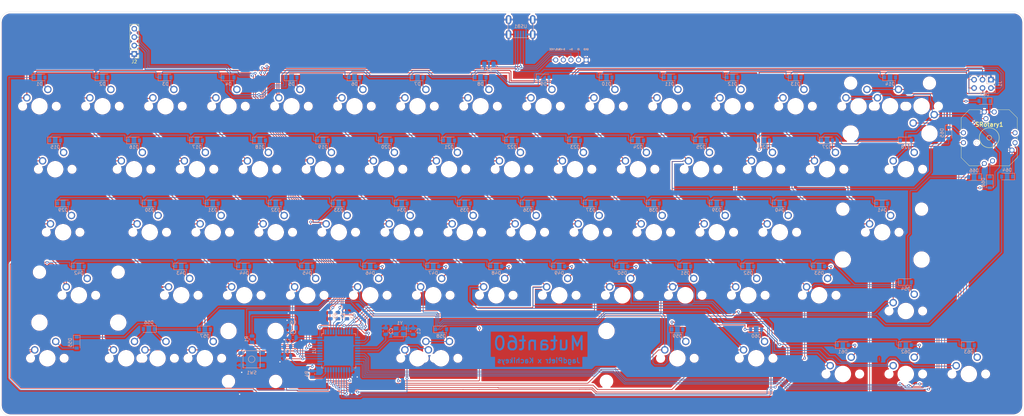
<source format=kicad_pcb>
(kicad_pcb (version 20171130) (host pcbnew "(5.1.5)-3")
  (layers (0 F.Cu signal) (31 B.Cu signal) (34 B.Paste user) (35 F.Paste user) (36 B.SilkS user) (37 F.SilkS user) (38 B.Mask user) (39 F.Mask user) (44 Edge.Cuts user))
  (net 0 "")
  (net 1 GND)
  (net 2 "Net-(C1-Pad1)")
  (net 3 "Net-(C2-Pad1)")
  (net 4 "Net-(C3-Pad1)")
  (net 5 +5V)
  (net 6 "Net-(D1-Pad2)")
  (net 7 "Net-(D2-Pad2)")
  (net 8 "Net-(D3-Pad2)")
  (net 9 "Net-(D4-Pad2)")
  (net 10 "Net-(D5-Pad2)")
  (net 11 "Net-(D6-Pad2)")
  (net 12 "Net-(D7-Pad2)")
  (net 13 "Net-(D8-Pad2)")
  (net 14 "Net-(D9-Pad2)")
  (net 15 "Net-(D10-Pad2)")
  (net 16 "Net-(D11-Pad2)")
  (net 17 "Net-(D12-Pad2)")
  (net 18 "Net-(D13-Pad2)")
  (net 19 "Net-(D14-Pad2)")
  (net 20 "Net-(D15-Pad2)")
  (net 21 ROW1)
  (net 22 "Net-(D16-Pad2)")
  (net 23 "Net-(D17-Pad2)")
  (net 24 "Net-(D18-Pad2)")
  (net 25 "Net-(D19-Pad2)")
  (net 26 "Net-(D20-Pad2)")
  (net 27 "Net-(D21-Pad2)")
  (net 28 "Net-(D22-Pad2)")
  (net 29 "Net-(D23-Pad2)")
  (net 30 "Net-(D24-Pad2)")
  (net 31 "Net-(D25-Pad2)")
  (net 32 "Net-(D26-Pad2)")
  (net 33 "Net-(D27-Pad2)")
  (net 34 "Net-(D28-Pad2)")
  (net 35 "Net-(D29-Pad2)")
  (net 36 "Net-(D30-Pad2)")
  (net 37 "Net-(D31-Pad2)")
  (net 38 "Net-(D32-Pad2)")
  (net 39 "Net-(D33-Pad2)")
  (net 40 "Net-(D34-Pad2)")
  (net 41 "Net-(D35-Pad2)")
  (net 42 "Net-(D36-Pad2)")
  (net 43 "Net-(D37-Pad2)")
  (net 44 "Net-(D38-Pad2)")
  (net 45 "Net-(D39-Pad2)")
  (net 46 "Net-(D40-Pad2)")
  (net 47 "Net-(D41-Pad2)")
  (net 48 "Net-(D42-Pad2)")
  (net 49 ROW3)
  (net 50 "Net-(D43-Pad2)")
  (net 51 "Net-(D44-Pad2)")
  (net 52 "Net-(D45-Pad2)")
  (net 53 "Net-(D46-Pad2)")
  (net 54 "Net-(D47-Pad2)")
  (net 55 "Net-(D48-Pad2)")
  (net 56 "Net-(D49-Pad2)")
  (net 57 "Net-(D50-Pad2)")
  (net 58 "Net-(D51-Pad2)")
  (net 59 "Net-(D52-Pad2)")
  (net 60 "Net-(D53-Pad2)")
  (net 61 "Net-(D54-Pad2)")
  (net 62 "Net-(D55-Pad2)")
  (net 63 ROW4)
  (net 64 "Net-(D56-Pad2)")
  (net 65 "Net-(D57-Pad2)")
  (net 66 "Net-(D58-Pad2)")
  (net 67 "Net-(D59-Pad2)")
  (net 68 "Net-(D60-Pad2)")
  (net 69 "Net-(D61-Pad2)")
  (net 70 "Net-(D62-Pad2)")
  (net 71 "Net-(D63-Pad2)")
  (net 72 COL9)
  (net 73 "Net-(D65-Pad1)")
  (net 74 COL10)
  (net 75 "Net-(D66-Pad1)")
  (net 76 COL11)
  (net 77 "Net-(D67-Pad1)")
  (net 78 COL12)
  (net 79 "Net-(D68-Pad1)")
  (net 80 COL13)
  (net 81 VCC)
  (net 82 SDA)
  (net 83 SCL)
  (net 84 "Net-(R1-Pad2)")
  (net 85 D+)
  (net 86 "Net-(R2-Pad1)")
  (net 87 D-)
  (net 88 "Net-(R3-Pad1)")
  (net 89 "Net-(R4-Pad2)")
  (net 90 COL1)
  (net 91 COL2)
  (net 92 COL3)
  (net 93 COL4)
  (net 94 COL5)
  (net 95 COL6)
  (net 96 COL7)
  (net 97 COL8)
  (net 98 COL0)
  (net 99 EA)
  (net 100 ROW5)
  (net 101 EB)
  (net 102 "Net-(U1-Pad42)")
  (net 103 "Net-(U1-Pad1)")
  (net 104 "Net-(USB1-Pad2)")
  (net 105 NRST)
  (net 106 ROW2)
  (net 107 "Net-(D64-Pad1)")
  (module MX_Only:MXOnly-1U-NoLED (layer F.Cu) (at 152.4 103.1875)
    (fp_text reference MX4-B1)
    (fp_text value MX-NoLED)
    (pad 2 thru_hole circle (at 2.54 -5.08) (size 2.25 2.25) (drill 1.47) (layers *.Cu B.Mask) (net 54 "Net-(D47-Pad2)"))
    (pad "" np_thru_hole circle (at 0 0) (size 3.9878 3.9878) (drill 3.9878) (layers *.Cu *.Mask))
    (pad 1 thru_hole circle (at -3.81 -2.54) (size 2.25 2.25) (drill 1.47) (layers *.Cu B.Mask) (net 94 COL5))
    (pad "" np_thru_hole circle (at -5.08 0 48.0996) (size 1.75 1.75) (drill 1.75) (layers *.Cu *.Mask))
    (pad "" np_thru_hole circle (at 5.08 0 48.0996) (size 1.75 1.75) (drill 1.75) (layers *.Cu *.Mask))
  )
  (module MountingHole:MountingHole_2.1mm (layer B.Cu) (at 189.4225 32.03125 180)
    (fp_text reference VBUS/VCC (at 0 3.2) (layer B.SilkS) (effects (font (size 0.5 0.5)) (justify mirror)))
    (fp_text value MountingHole_1.5mm)
    (pad "" thru_hole circle (at 0 0 180) (size 1.5 1.5) (drill 1) (layers *.Cu *.Mask) (net 81 VCC))
  )
  (module MountingHole:MountingHole_2.1mm (layer B.Cu) (at 191.7225 32.03125 180)
    (fp_text reference D- (at 0 3.2) (layer B.SilkS) (effects (font (size 0.5 0.5)) (justify mirror)))
    (fp_text value MountingHole_1.5mm)
    (pad "" thru_hole circle (at 0 0 180) (size 1.5 1.5) (drill 1) (layers *.Cu *.Mask) (net 87 D-))
  )
  (module MountingHole:MountingHole_2.1mm (layer B.Cu) (at 194.0225 32.03125 180)
    (fp_text reference D+ (at 0 3.2) (layer B.SilkS) (effects (font (size 0.5 0.5)) (justify mirror)))
    (fp_text value MountingHole_1.5mm)
    (pad "" thru_hole circle (at 0 0 180) (size 1.5 1.5) (drill 1) (layers *.Cu *.Mask) (net 85 D+))
  )
  (module MountingHole:MountingHole_2.1mm (layer B.Cu) (at 196.3225 32.03125 180)
    (fp_text reference ID (at 0 3.2) (layer B.SilkS) (effects (font (size 0.5 0.5)) (justify mirror)))
    (fp_text value MountingHole_1.5mm)
    (pad "" thru_hole circle (at 0 0 180) (size 1.5 1.5) (drill 1) (layers *.Cu *.Mask) (net 104 "Net-(USB1-Pad2)"))
  )
  (module MountingHole:MountingHole_2.1mm (layer B.Cu) (at 198.6225 32.03125 180)
    (fp_text reference GND (at 0 3.2) (layer B.SilkS) (effects (font (size 0.5 0.5)) (justify mirror)))
    (fp_text value MountingHole_1.5mm)
    (pad "" thru_hole circle (at 0 0 180) (size 1.5 1.5) (drill 1) (layers *.Cu *.Mask) (net 1 GND))
  )
  (module MX_Only2:MXOnly-1.25U-NoLED (layer F.Cu) (at 69.05625 122.2375)
    (fp_text reference MX5-LALTB1)
    (fp_text value MX-NoLED)
    (pad 2 thru_hole circle (at 2.54 -5.08) (size 2.25 2.25) (drill 1.47) (layers *.Cu B.Mask) (net 63 ROW4))
    (pad "" np_thru_hole circle (at 0 0) (size 3.9878 3.9878) (drill 3.9878) (layers *.Cu *.Mask))
    (pad 1 thru_hole circle (at -3.81 -2.54) (size 2.25 2.25) (drill 1.47) (layers *.Cu B.Mask) (net 91 COL2))
    (pad "" np_thru_hole circle (at -5.08 0 48.0996) (size 1.75 1.75) (drill 1.75) (layers *.Cu *.Mask))
    (pad "" np_thru_hole circle (at 5.08 0 48.0996) (size 1.75 1.75) (drill 1.75) (layers *.Cu *.Mask))
  )
  (module MX_Only:MXOnly-1U-NoLED (layer F.Cu) (at 223.8375 46.0375)
    (fp_text reference MX1-10)
    (fp_text value MX-NoLED)
    (pad 2 thru_hole circle (at 2.54 -5.08) (size 2.25 2.25) (drill 1.47) (layers *.Cu B.Mask) (net 16 "Net-(D11-Pad2)"))
    (pad "" np_thru_hole circle (at 0 0) (size 3.9878 3.9878) (drill 3.9878) (layers *.Cu *.Mask))
    (pad 1 thru_hole circle (at -3.81 -2.54) (size 2.25 2.25) (drill 1.47) (layers *.Cu B.Mask) (net 74 COL10))
    (pad "" np_thru_hole circle (at -5.08 0 48.0996) (size 1.75 1.75) (drill 1.75) (layers *.Cu *.Mask))
    (pad "" np_thru_hole circle (at 5.08 0 48.0996) (size 1.75 1.75) (drill 1.75) (layers *.Cu *.Mask))
  )
  (module MX_Only:MXOnly-1.25U-NoLED (layer F.Cu) (at 269.08125 103.1875)
    (fp_text reference MX4-RSHFT1)
    (fp_text value MX-NoLED)
    (pad 2 thru_hole circle (at 2.54 -5.08) (size 2.25 2.25) (drill 1.47) (layers *.Cu B.Mask) (net 60 "Net-(D53-Pad2)"))
    (pad "" np_thru_hole circle (at 0 0) (size 3.9878 3.9878) (drill 3.9878) (layers *.Cu *.Mask))
    (pad 1 thru_hole circle (at -3.81 -2.54) (size 2.25 2.25) (drill 1.47) (layers *.Cu B.Mask) (net 76 COL11))
    (pad "" np_thru_hole circle (at -5.08 0 48.0996) (size 1.75 1.75) (drill 1.75) (layers *.Cu *.Mask))
    (pad "" np_thru_hole circle (at 5.08 0 48.0996) (size 1.75 1.75) (drill 1.75) (layers *.Cu *.Mask))
  )
  (module MX_Only:MXOnly-2U-NoLED (layer F.Cu) (at 290.5125 46.0375)
    (fp_text reference MX1-BKSPC1)
    (fp_text value MX-NoLED)
    (pad 2 thru_hole circle (at 2.54 -5.08) (size 2.25 2.25) (drill 1.47) (layers *.Cu B.Mask) (net 19 "Net-(D14-Pad2)"))
    (pad "" np_thru_hole circle (at 0 0) (size 3.9878 3.9878) (drill 3.9878) (layers *.Cu *.Mask))
    (pad 1 thru_hole circle (at -3.81 -2.54) (size 2.25 2.25) (drill 1.47) (layers *.Cu B.Mask) (net 80 COL13))
    (pad "" np_thru_hole circle (at -5.08 0 48.0996) (size 1.75 1.75) (drill 1.75) (layers *.Cu *.Mask))
    (pad "" np_thru_hole circle (at 5.08 0 48.0996) (size 1.75 1.75) (drill 1.75) (layers *.Cu *.Mask))
    (pad "" np_thru_hole circle (at -11.90625 -6.985) (size 3.048 3.048) (drill 3.048) (layers *.Cu *.Mask))
    (pad "" np_thru_hole circle (at 11.90625 -6.985) (size 3.048 3.048) (drill 3.048) (layers *.Cu *.Mask))
    (pad "" np_thru_hole circle (at -11.90625 8.255) (size 3.9878 3.9878) (drill 3.9878) (layers *.Cu *.Mask))
    (pad "" np_thru_hole circle (at 11.90625 8.255) (size 3.9878 3.9878) (drill 3.9878) (layers *.Cu *.Mask))
  )
  (module MX_Only2:MXOnly-7U-ReversedStabilizers-NoLED (layer F.Cu) (at 147.6375 122.2375)
    (fp_text reference MX5-SPCE7)
    (fp_text value MX-NoLED)
    (pad 2 thru_hole circle (at 2.54 -5.08) (size 2.25 2.25) (drill 1.47) (layers *.Cu B.Mask) (net 66 "Net-(D58-Pad2)"))
    (pad "" np_thru_hole circle (at 0 0) (size 3.9878 3.9878) (drill 3.9878) (layers *.Cu *.Mask))
    (pad 1 thru_hole circle (at -3.81 -2.54) (size 2.25 2.25) (drill 1.47) (layers *.Cu B.Mask) (net 92 COL3))
    (pad "" np_thru_hole circle (at -5.08 0 48.0996) (size 1.75 1.75) (drill 1.75) (layers *.Cu *.Mask))
    (pad "" np_thru_hole circle (at 5.08 0 48.0996) (size 1.75 1.75) (drill 1.75) (layers *.Cu *.Mask))
    (pad "" np_thru_hole circle (at -57.15 6.985) (size 3.048 3.048) (drill 3.048) (layers *.Cu *.Mask))
    (pad "" np_thru_hole circle (at 57.15 6.985) (size 3.048 3.048) (drill 3.048) (layers *.Cu *.Mask))
    (pad "" np_thru_hole circle (at -57.15 -8.255) (size 3.9878 3.9878) (drill 3.9878) (layers *.Cu *.Mask))
    (pad "" np_thru_hole circle (at 57.15 -8.255) (size 3.9878 3.9878) (drill 3.9878) (layers *.Cu *.Mask))
  )
  (module MX_Only2:MXOnly-1U-NoLED (layer F.Cu) (at 300.0375 46.0375 180)
    (fp_text reference MX1-SPLITBKSPC1)
    (fp_text value MX-NoLED)
    (pad 2 thru_hole circle (at 2.54 -5.08 180) (size 2.25 2.25) (drill 1.47) (layers *.Cu B.Mask) (net 19 "Net-(D14-Pad2)"))
    (pad "" np_thru_hole circle (at 0 0 180) (size 3.9878 3.9878) (drill 3.9878) (layers *.Cu *.Mask))
    (pad 1 thru_hole circle (at -3.81 -2.54 180) (size 2.25 2.25) (drill 1.47) (layers *.Cu B.Mask) (net 80 COL13))
    (pad "" np_thru_hole circle (at -5.08 0 228.0996) (size 1.75 1.75) (drill 1.75) (layers *.Cu *.Mask))
    (pad "" np_thru_hole circle (at 5.08 0 228.0996) (size 1.75 1.75) (drill 1.75) (layers *.Cu *.Mask))
  )
  (module MX_Only2:MXOnly-1U-NoLED (layer F.Cu) (at 280.9875 46.0375)
    (fp_text reference MX1-SLPTBKSPC2)
    (fp_text value MX-NoLED)
    (pad 2 thru_hole circle (at 2.54 -5.08) (size 2.25 2.25) (drill 1.47) (layers *.Cu B.Mask) (net 19 "Net-(D14-Pad2)"))
    (pad "" np_thru_hole circle (at 0 0) (size 3.9878 3.9878) (drill 3.9878) (layers *.Cu *.Mask))
    (pad 1 thru_hole circle (at -3.81 -2.54) (size 2.25 2.25) (drill 1.47) (layers *.Cu B.Mask) (net 80 COL13))
    (pad "" np_thru_hole circle (at -5.08 0 48.0996) (size 1.75 1.75) (drill 1.75) (layers *.Cu *.Mask))
    (pad "" np_thru_hole circle (at 5.08 0 48.0996) (size 1.75 1.75) (drill 1.75) (layers *.Cu *.Mask))
  )
  (module MX_Only:MXOnly-1U-NoLED (layer F.Cu) (at 204.7875 46.0375)
    (fp_text reference MX1-9)
    (fp_text value MX-NoLED)
    (pad 2 thru_hole circle (at 2.54 -5.08) (size 2.25 2.25) (drill 1.47) (layers *.Cu B.Mask) (net 15 "Net-(D10-Pad2)"))
    (pad "" np_thru_hole circle (at 0 0) (size 3.9878 3.9878) (drill 3.9878) (layers *.Cu *.Mask))
    (pad 1 thru_hole circle (at -3.81 -2.54) (size 2.25 2.25) (drill 1.47) (layers *.Cu B.Mask) (net 72 COL9))
    (pad "" np_thru_hole circle (at -5.08 0 48.0996) (size 1.75 1.75) (drill 1.75) (layers *.Cu *.Mask))
    (pad "" np_thru_hole circle (at 5.08 0 48.0996) (size 1.75 1.75) (drill 1.75) (layers *.Cu *.Mask))
  )
  (module MX_Only:MXOnly-1U-NoLED (layer F.Cu) (at 242.8875 46.0375)
    (fp_text reference MX1-DSH1)
    (fp_text value MX-NoLED)
    (pad 2 thru_hole circle (at 2.54 -5.08) (size 2.25 2.25) (drill 1.47) (layers *.Cu B.Mask) (net 17 "Net-(D12-Pad2)"))
    (pad "" np_thru_hole circle (at 0 0) (size 3.9878 3.9878) (drill 3.9878) (layers *.Cu *.Mask))
    (pad 1 thru_hole circle (at -3.81 -2.54) (size 2.25 2.25) (drill 1.47) (layers *.Cu B.Mask) (net 76 COL11))
    (pad "" np_thru_hole circle (at -5.08 0 48.0996) (size 1.75 1.75) (drill 1.75) (layers *.Cu *.Mask))
    (pad "" np_thru_hole circle (at 5.08 0 48.0996) (size 1.75 1.75) (drill 1.75) (layers *.Cu *.Mask))
  )
  (module MX_Only:MXOnly-6.25U-ReversedStabilizers-NoLED (layer F.Cu) (at 154.7495 122.2375)
    (fp_text reference MX5-SPCE1)
    (fp_text value MX-NoLED)
    (pad 2 thru_hole circle (at 2.54 -5.08) (size 2.25 2.25) (drill 1.47) (layers *.Cu B.Mask) (net 66 "Net-(D58-Pad2)"))
    (pad "" np_thru_hole circle (at 0 0) (size 3.9878 3.9878) (drill 3.9878) (layers *.Cu *.Mask))
    (pad 1 thru_hole circle (at -3.81 -2.54) (size 2.25 2.25) (drill 1.47) (layers *.Cu B.Mask) (net 92 COL3))
    (pad "" np_thru_hole circle (at -5.08 0 48.0996) (size 1.75 1.75) (drill 1.75) (layers *.Cu *.Mask))
    (pad "" np_thru_hole circle (at 5.08 0 48.0996) (size 1.75 1.75) (drill 1.75) (layers *.Cu *.Mask))
    (pad "" np_thru_hole circle (at -49.9999 6.985) (size 3.048 3.048) (drill 3.048) (layers *.Cu *.Mask))
    (pad "" np_thru_hole circle (at 49.9999 6.985) (size 3.048 3.048) (drill 3.048) (layers *.Cu *.Mask))
    (pad "" np_thru_hole circle (at -49.9999 -8.255) (size 3.9878 3.9878) (drill 3.9878) (layers *.Cu *.Mask))
    (pad "" np_thru_hole circle (at 49.9999 -8.255) (size 3.9878 3.9878) (drill 3.9878) (layers *.Cu *.Mask))
  )
  (module MX_Only:MXOnly-1U-NoLED (layer F.Cu) (at 295.275 107.95)
    (fp_text reference MX4-UP1)
    (fp_text value MX-NoLED)
    (pad 2 thru_hole circle (at 2.54 -5.08) (size 2.25 2.25) (drill 1.47) (layers *.Cu B.Mask) (net 61 "Net-(D54-Pad2)"))
    (pad "" np_thru_hole circle (at 0 0) (size 3.9878 3.9878) (drill 3.9878) (layers *.Cu *.Mask))
    (pad 1 thru_hole circle (at -3.81 -2.54) (size 2.25 2.25) (drill 1.47) (layers *.Cu B.Mask) (net 78 COL12))
    (pad "" np_thru_hole circle (at -5.08 0 48.0996) (size 1.75 1.75) (drill 1.75) (layers *.Cu *.Mask))
    (pad "" np_thru_hole circle (at 5.08 0 48.0996) (size 1.75 1.75) (drill 1.75) (layers *.Cu *.Mask))
  )
  (module ALPS_Joystick:RKJXT1F42001 (layer F.Cu) (at 320.5 55.5625)
    (fp_text reference SRotary1 (at 0 -4) (layer F.SilkS) (effects (font (size 1.27 1.27) (thickness 0.254))))
    (fp_text value RKJXT1F42001 hide)
    (pad "" thru_hole circle (at -3.8 1.5 90) (size 1.1 1.1) (drill 1.1) (layers *.Cu *.Mask))
    (pad 10 thru_hole circle (at -7.8 1.5 90) (size 1.5 1.5) (drill 1) (layers *.Cu *.Mask) (net 99 EA))
    (pad 9 thru_hole circle (at -7.8 -1.5 90) (size 1.5 1.5) (drill 1) (layers *.Cu *.Mask) (net 73 "Net-(D65-Pad1)"))
    (pad 8 thru_hole circle (at -1.5 -7.8 90) (size 1.5 1.5) (drill 1) (layers *.Cu *.Mask) (net 1 GND))
    (pad 7 thru_hole circle (at -1 -5.78 90) (size 1.5 1.5) (drill 1) (layers *.Cu *.Mask) (net 100 ROW5))
    (pad 6 thru_hole circle (at 1.5 -7.8 90) (size 1.5 1.5) (drill 1) (layers *.Cu *.Mask) (net 77 "Net-(D67-Pad1)"))
    (pad 5 thru_hole circle (at 7.8 -1.5 90) (size 1.5 1.5) (drill 1) (layers *.Cu *.Mask) (net 101 EB))
    (pad 4 thru_hole circle (at 7.8 1.5 90) (size 1.5 1.5) (drill 1) (layers *.Cu *.Mask) (net 107 "Net-(D64-Pad1)"))
    (pad 3 thru_hole circle (at 6.86 3.75 90) (size 1.5 1.5) (drill 1) (layers *.Cu *.Mask) (net 1 GND))
    (pad 2 thru_hole circle (at 1 6.98 90) (size 1.5 1.5) (drill 1) (layers *.Cu *.Mask) (net 79 "Net-(D68-Pad1)"))
    (pad 1 thru_hole circle (at -1.5 7.8 90) (size 1.5 1.5) (drill 1) (layers *.Cu *.Mask) (net 75 "Net-(D66-Pad1)"))
  )
  (module Connector_PinSocket_2.54mm:PinSocket_2x03_P2.54mm_Vertical (layer B.Cu) (at 321 38 90)
    (fp_text reference J1 (at -1.27 2.77 90) (layer B.SilkS) (effects (justify mirror)))
    (fp_text value Conn_02x03_Odd_Even)
    (pad 6 thru_hole oval (at -2.54 -5.08 90) (size 1.7 1.7) (drill 1) (layers *.Cu *.Mask) (net 93 COL4))
    (pad 5 thru_hole oval (at 0 -5.08 90) (size 1.7 1.7) (drill 1) (layers *.Cu *.Mask) (net 5 +5V))
    (pad 4 thru_hole oval (at -2.54 -2.54 90) (size 1.7 1.7) (drill 1) (layers *.Cu *.Mask) (net 21 ROW1))
    (pad 3 thru_hole oval (at 0 -2.54 90) (size 1.7 1.7) (drill 1) (layers *.Cu *.Mask) (net 98 COL0))
    (pad 2 thru_hole oval (at -2.54 0 90) (size 1.7 1.7) (drill 1) (layers *.Cu *.Mask) (net 105 NRST))
    (pad 1 thru_hole rect (at 0 0 90) (size 1.7 1.7) (drill 1) (layers *.Cu *.Mask) (net 1 GND))
  )
  (module MX_Only:MXOnly-1U-NoLED (layer F.Cu) (at 66.675 84.1375)
    (fp_text reference MX3-A1)
    (fp_text value MX-NoLED)
    (pad 2 thru_hole circle (at 2.54 -5.08) (size 2.25 2.25) (drill 1.47) (layers *.Cu B.Mask) (net 36 "Net-(D30-Pad2)"))
    (pad "" np_thru_hole circle (at 0 0) (size 3.9878 3.9878) (drill 3.9878) (layers *.Cu *.Mask))
    (pad 1 thru_hole circle (at -3.81 -2.54) (size 2.25 2.25) (drill 1.47) (layers *.Cu B.Mask) (net 90 COL1))
    (pad "" np_thru_hole circle (at -5.08 0 48.0996) (size 1.75 1.75) (drill 1.75) (layers *.Cu *.Mask))
    (pad "" np_thru_hole circle (at 5.08 0 48.0996) (size 1.75 1.75) (drill 1.75) (layers *.Cu *.Mask))
  )
  (module MX_Only:MXOnly-1U-NoLED (layer F.Cu) (at 214.3125 65.0875)
    (fp_text reference MX2-O1)
    (fp_text value MX-NoLED)
    (pad 2 thru_hole circle (at 2.54 -5.08) (size 2.25 2.25) (drill 1.47) (layers *.Cu B.Mask) (net 30 "Net-(D24-Pad2)"))
    (pad "" np_thru_hole circle (at 0 0) (size 3.9878 3.9878) (drill 3.9878) (layers *.Cu *.Mask))
    (pad 1 thru_hole circle (at -3.81 -2.54) (size 2.25 2.25) (drill 1.47) (layers *.Cu B.Mask) (net 72 COL9))
    (pad "" np_thru_hole circle (at -5.08 0 48.0996) (size 1.75 1.75) (drill 1.75) (layers *.Cu *.Mask))
    (pad "" np_thru_hole circle (at 5.08 0 48.0996) (size 1.75 1.75) (drill 1.75) (layers *.Cu *.Mask))
  )
  (module MX_Only:MXOnly-2.25U-NoLED (layer F.Cu) (at 45.24375 103.1875)
    (fp_text reference MX4-LSFHT1)
    (fp_text value MX-NoLED)
    (pad 2 thru_hole circle (at 2.54 -5.08) (size 2.25 2.25) (drill 1.47) (layers *.Cu B.Mask) (net 48 "Net-(D42-Pad2)"))
    (pad "" np_thru_hole circle (at 0 0) (size 3.9878 3.9878) (drill 3.9878) (layers *.Cu *.Mask))
    (pad 1 thru_hole circle (at -3.81 -2.54) (size 2.25 2.25) (drill 1.47) (layers *.Cu B.Mask) (net 98 COL0))
    (pad "" np_thru_hole circle (at -5.08 0 48.0996) (size 1.75 1.75) (drill 1.75) (layers *.Cu *.Mask))
    (pad "" np_thru_hole circle (at 5.08 0 48.0996) (size 1.75 1.75) (drill 1.75) (layers *.Cu *.Mask))
    (pad "" np_thru_hole circle (at -11.90625 -6.985) (size 3.048 3.048) (drill 3.048) (layers *.Cu *.Mask))
    (pad "" np_thru_hole circle (at 11.90625 -6.985) (size 3.048 3.048) (drill 3.048) (layers *.Cu *.Mask))
    (pad "" np_thru_hole circle (at -11.90625 8.255) (size 3.9878 3.9878) (drill 3.9878) (layers *.Cu *.Mask))
    (pad "" np_thru_hole circle (at 11.90625 8.255) (size 3.9878 3.9878) (drill 3.9878) (layers *.Cu *.Mask))
  )
  (module MX_Only:MXOnly-1.5U-NoLED (layer F.Cu) (at 295.275 65.0875)
    (fp_text reference MX2-\1)
    (fp_text value MX-NoLED)
    (pad 2 thru_hole circle (at 2.54 -5.08) (size 2.25 2.25) (drill 1.47) (layers *.Cu B.Mask) (net 34 "Net-(D28-Pad2)"))
    (pad "" np_thru_hole circle (at 0 0) (size 3.9878 3.9878) (drill 3.9878) (layers *.Cu *.Mask))
    (pad 1 thru_hole circle (at -3.81 -2.54) (size 2.25 2.25) (drill 1.47) (layers *.Cu B.Mask) (net 80 COL13))
    (pad "" np_thru_hole circle (at -5.08 0 48.0996) (size 1.75 1.75) (drill 1.75) (layers *.Cu *.Mask))
    (pad "" np_thru_hole circle (at 5.08 0 48.0996) (size 1.75 1.75) (drill 1.75) (layers *.Cu *.Mask))
  )
  (module MX_Only:MXOnly-1U-NoLED (layer F.Cu) (at 128.5875 46.0375)
    (fp_text reference MX1-5)
    (fp_text value MX-NoLED)
    (pad 2 thru_hole circle (at 2.54 -5.08) (size 2.25 2.25) (drill 1.47) (layers *.Cu B.Mask) (net 11 "Net-(D6-Pad2)"))
    (pad "" np_thru_hole circle (at 0 0) (size 3.9878 3.9878) (drill 3.9878) (layers *.Cu *.Mask))
    (pad 1 thru_hole circle (at -3.81 -2.54) (size 2.25 2.25) (drill 1.47) (layers *.Cu B.Mask) (net 94 COL5))
    (pad "" np_thru_hole circle (at -5.08 0 48.0996) (size 1.75 1.75) (drill 1.75) (layers *.Cu *.Mask))
    (pad "" np_thru_hole circle (at 5.08 0 48.0996) (size 1.75 1.75) (drill 1.75) (layers *.Cu *.Mask))
  )
  (module MX_Only:MXOnly-1U-NoLED (layer F.Cu) (at 109.5375 46.0375)
    (fp_text reference MX1-4)
    (fp_text value MX-NoLED)
    (pad 2 thru_hole circle (at 2.54 -5.08) (size 2.25 2.25) (drill 1.47) (layers *.Cu B.Mask) (net 10 "Net-(D5-Pad2)"))
    (pad "" np_thru_hole circle (at 0 0) (size 3.9878 3.9878) (drill 3.9878) (layers *.Cu *.Mask))
    (pad 1 thru_hole circle (at -3.81 -2.54) (size 2.25 2.25) (drill 1.47) (layers *.Cu B.Mask) (net 93 COL4))
    (pad "" np_thru_hole circle (at -5.08 0 48.0996) (size 1.75 1.75) (drill 1.75) (layers *.Cu *.Mask))
    (pad "" np_thru_hole circle (at 5.08 0 48.0996) (size 1.75 1.75) (drill 1.75) (layers *.Cu *.Mask))
  )
  (module MX_Only:MXOnly-1U-NoLED (layer F.Cu) (at 90.4875 46.0375)
    (fp_text reference MX1-3)
    (fp_text value MX-NoLED)
    (pad 2 thru_hole circle (at 2.54 -5.08) (size 2.25 2.25) (drill 1.47) (layers *.Cu B.Mask) (net 9 "Net-(D4-Pad2)"))
    (pad "" np_thru_hole circle (at 0 0) (size 3.9878 3.9878) (drill 3.9878) (layers *.Cu *.Mask))
    (pad 1 thru_hole circle (at -3.81 -2.54) (size 2.25 2.25) (drill 1.47) (layers *.Cu B.Mask) (net 92 COL3))
    (pad "" np_thru_hole circle (at -5.08 0 48.0996) (size 1.75 1.75) (drill 1.75) (layers *.Cu *.Mask))
    (pad "" np_thru_hole circle (at 5.08 0 48.0996) (size 1.75 1.75) (drill 1.75) (layers *.Cu *.Mask))
  )
  (module MX_Only:MXOnly-1U-NoLED (layer F.Cu) (at 33.3375 46.0375)
    (fp_text reference MX1-ESC1)
    (fp_text value MX-NoLED)
    (pad 2 thru_hole circle (at 2.54 -5.08) (size 2.25 2.25) (drill 1.47) (layers *.Cu B.Mask) (net 6 "Net-(D1-Pad2)"))
    (pad "" np_thru_hole circle (at 0 0) (size 3.9878 3.9878) (drill 3.9878) (layers *.Cu *.Mask))
    (pad 1 thru_hole circle (at -3.81 -2.54) (size 2.25 2.25) (drill 1.47) (layers *.Cu B.Mask) (net 98 COL0))
    (pad "" np_thru_hole circle (at -5.08 0 48.0996) (size 1.75 1.75) (drill 1.75) (layers *.Cu *.Mask))
    (pad "" np_thru_hole circle (at 5.08 0 48.0996) (size 1.75 1.75) (drill 1.75) (layers *.Cu *.Mask))
  )
  (module MX_Only:MXOnly-1U-NoLED (layer F.Cu) (at 61.9125 65.0875)
    (fp_text reference MX2-Q1)
    (fp_text value MX-NoLED)
    (pad 2 thru_hole circle (at 2.54 -5.08) (size 2.25 2.25) (drill 1.47) (layers *.Cu B.Mask) (net 22 "Net-(D16-Pad2)"))
    (pad "" np_thru_hole circle (at 0 0) (size 3.9878 3.9878) (drill 3.9878) (layers *.Cu *.Mask))
    (pad 1 thru_hole circle (at -3.81 -2.54) (size 2.25 2.25) (drill 1.47) (layers *.Cu B.Mask) (net 90 COL1))
    (pad "" np_thru_hole circle (at -5.08 0 48.0996) (size 1.75 1.75) (drill 1.75) (layers *.Cu *.Mask))
    (pad "" np_thru_hole circle (at 5.08 0 48.0996) (size 1.75 1.75) (drill 1.75) (layers *.Cu *.Mask))
  )
  (module MX_Only:MXOnly-1.5U-NoLED (layer F.Cu) (at 38.1 65.0875)
    (fp_text reference MX2-TAB1)
    (fp_text value MX-NoLED)
    (pad 2 thru_hole circle (at 2.54 -5.08) (size 2.25 2.25) (drill 1.47) (layers *.Cu B.Mask) (net 20 "Net-(D15-Pad2)"))
    (pad "" np_thru_hole circle (at 0 0) (size 3.9878 3.9878) (drill 3.9878) (layers *.Cu *.Mask))
    (pad 1 thru_hole circle (at -3.81 -2.54) (size 2.25 2.25) (drill 1.47) (layers *.Cu B.Mask) (net 98 COL0))
    (pad "" np_thru_hole circle (at -5.08 0 48.0996) (size 1.75 1.75) (drill 1.75) (layers *.Cu *.Mask))
    (pad "" np_thru_hole circle (at 5.08 0 48.0996) (size 1.75 1.75) (drill 1.75) (layers *.Cu *.Mask))
  )
  (module MX_Only:MXOnly-1U-NoLED (layer F.Cu) (at 166.6875 46.0375)
    (fp_text reference MX1-7)
    (fp_text value MX-NoLED)
    (pad 2 thru_hole circle (at 2.54 -5.08) (size 2.25 2.25) (drill 1.47) (layers *.Cu B.Mask) (net 13 "Net-(D8-Pad2)"))
    (pad "" np_thru_hole circle (at 0 0) (size 3.9878 3.9878) (drill 3.9878) (layers *.Cu *.Mask))
    (pad 1 thru_hole circle (at -3.81 -2.54) (size 2.25 2.25) (drill 1.47) (layers *.Cu B.Mask) (net 96 COL7))
    (pad "" np_thru_hole circle (at -5.08 0 48.0996) (size 1.75 1.75) (drill 1.75) (layers *.Cu *.Mask))
    (pad "" np_thru_hole circle (at 5.08 0 48.0996) (size 1.75 1.75) (drill 1.75) (layers *.Cu *.Mask))
  )
  (module MX_Only:MXOnly-1.25U-NoLED (layer F.Cu) (at 226.21875 122.2375)
    (fp_text reference MX5-MENU1)
    (fp_text value MX-NoLED)
    (pad 2 thru_hole circle (at 2.54 -5.08) (size 2.25 2.25) (drill 1.47) (layers *.Cu B.Mask) (net 67 "Net-(D59-Pad2)"))
    (pad "" np_thru_hole circle (at 0 0) (size 3.9878 3.9878) (drill 3.9878) (layers *.Cu *.Mask))
    (pad 1 thru_hole circle (at -3.81 -2.54) (size 2.25 2.25) (drill 1.47) (layers *.Cu B.Mask) (net 93 COL4))
    (pad "" np_thru_hole circle (at -5.08 0 48.0996) (size 1.75 1.75) (drill 1.75) (layers *.Cu *.Mask))
    (pad "" np_thru_hole circle (at 5.08 0 48.0996) (size 1.75 1.75) (drill 1.75) (layers *.Cu *.Mask))
  )
  (module Crystal:Crystal_SMD_3225-4Pin_3.2x2.5mm (layer B.Cu) (at 142.26 114.05 180)
    (fp_text reference Y1 (at 0 2.45) (layer B.SilkS) (effects (justify mirror)))
    (fp_text value 16Mhz)
    (pad 4 smd rect (at -1.1 0.85 180) (size 1.4 1.2) (layers B.Cu B.Paste B.Mask) (net 1 GND))
    (pad 3 smd rect (at 1.1 0.85 180) (size 1.4 1.2) (layers B.Cu B.Paste B.Mask) (net 3 "Net-(C2-Pad1)"))
    (pad 2 smd rect (at 1.1 -0.85 180) (size 1.4 1.2) (layers B.Cu B.Paste B.Mask) (net 1 GND))
    (pad 1 smd rect (at -1.1 -0.85 180) (size 1.4 1.2) (layers B.Cu B.Paste B.Mask) (net 2 "Net-(C1-Pad1)"))
  )
  (module random-keyboard-parts:Molex-0548190589 (layer B.Cu) (at 178.816 19.84375 270)
    (fp_text reference USB1 (at 2.032 0) (layer B.SilkS) (effects (justify mirror)))
    (fp_text value Molex-0548190589)
    (pad 6 thru_hole oval (at 0 3.65 270) (size 2.7 1.7) (drill oval 1.9 0.7) (layers *.Cu *.Mask) (net 1 GND))
    (pad 6 thru_hole oval (at 0 -3.65 270) (size 2.7 1.7) (drill oval 1.9 0.7) (layers *.Cu *.Mask) (net 1 GND))
    (pad 6 thru_hole oval (at 4.5 -3.65 270) (size 2.7 1.7) (drill oval 1.9 0.7) (layers *.Cu *.Mask) (net 1 GND))
    (pad 6 thru_hole oval (at 4.5 3.65 270) (size 2.7 1.7) (drill oval 1.9 0.7) (layers *.Cu *.Mask) (net 1 GND))
    (pad 5 smd rect (at 4.5 1.6 270) (size 2.25 0.5) (layers B.Cu B.Paste B.Mask) (net 81 VCC))
    (pad 4 smd rect (at 4.5 0.8 270) (size 2.25 0.5) (layers B.Cu B.Paste B.Mask) (net 87 D-))
    (pad 3 smd rect (at 4.5 0 270) (size 2.25 0.5) (layers B.Cu B.Paste B.Mask) (net 85 D+))
    (pad 2 smd rect (at 4.5 -0.8 270) (size 2.25 0.5) (layers B.Cu B.Paste B.Mask) (net 104 "Net-(USB1-Pad2)"))
    (pad 1 smd rect (at 4.5 -1.6 270) (size 2.25 0.5) (layers B.Cu B.Paste B.Mask) (net 1 GND))
  )
  (module Package_QFP:TQFP-44_10x10mm_P0.8mm (layer B.Cu) (at 123.825 120 270)
    (fp_text reference U1 (at 0 7.45 270) (layer B.SilkS) (effects (justify mirror)))
    (fp_text value ATmega32U4-AU)
    (pad 44 smd rect (at -4 5.7 180) (size 1.5 0.55) (layers B.Cu B.Paste B.Mask) (net 5 +5V))
    (pad 43 smd rect (at -3.2 5.7 180) (size 1.5 0.55) (layers B.Cu B.Paste B.Mask) (net 1 GND))
    (pad 42 smd rect (at -2.4 5.7 180) (size 1.5 0.55) (layers B.Cu B.Paste B.Mask) (net 102 "Net-(U1-Pad42)"))
    (pad 41 smd rect (at -1.6 5.7 180) (size 1.5 0.55) (layers B.Cu B.Paste B.Mask) (net 82 SDA))
    (pad 40 smd rect (at -0.8 5.7 180) (size 1.5 0.55) (layers B.Cu B.Paste B.Mask) (net 83 SCL))
    (pad 39 smd rect (at 0 5.7 180) (size 1.5 0.55) (layers B.Cu B.Paste B.Mask) (net 98 COL0))
    (pad 38 smd rect (at 0.8 5.7 180) (size 1.5 0.55) (layers B.Cu B.Paste B.Mask) (net 90 COL1))
    (pad 37 smd rect (at 1.6 5.7 180) (size 1.5 0.55) (layers B.Cu B.Paste B.Mask) (net 91 COL2))
    (pad 36 smd rect (at 2.4 5.7 180) (size 1.5 0.55) (layers B.Cu B.Paste B.Mask) (net 92 COL3))
    (pad 35 smd rect (at 3.2 5.7 180) (size 1.5 0.55) (layers B.Cu B.Paste B.Mask) (net 1 GND))
    (pad 34 smd rect (at 4 5.7 180) (size 1.5 0.55) (layers B.Cu B.Paste B.Mask) (net 5 +5V))
    (pad 33 smd rect (at 5.7 4 270) (size 1.5 0.55) (layers B.Cu B.Paste B.Mask) (net 89 "Net-(R4-Pad2)"))
    (pad 32 smd rect (at 5.7 3.2 270) (size 1.5 0.55) (layers B.Cu B.Paste B.Mask) (net 105 NRST))
    (pad 31 smd rect (at 5.7 2.4 270) (size 1.5 0.55) (layers B.Cu B.Paste B.Mask) (net 93 COL4))
    (pad 30 smd rect (at 5.7 1.6 270) (size 1.5 0.55) (layers B.Cu B.Paste B.Mask) (net 94 COL5))
    (pad 29 smd rect (at 5.7 0.8 270) (size 1.5 0.55) (layers B.Cu B.Paste B.Mask) (net 95 COL6))
    (pad 28 smd rect (at 5.7 0 270) (size 1.5 0.55) (layers B.Cu B.Paste B.Mask) (net 21 ROW1))
    (pad 27 smd rect (at 5.7 -0.8 270) (size 1.5 0.55) (layers B.Cu B.Paste B.Mask) (net 74 COL10))
    (pad 26 smd rect (at 5.7 -1.6 270) (size 1.5 0.55) (layers B.Cu B.Paste B.Mask) (net 76 COL11))
    (pad 25 smd rect (at 5.7 -2.4 270) (size 1.5 0.55) (layers B.Cu B.Paste B.Mask) (net 49 ROW3))
    (pad 24 smd rect (at 5.7 -3.2 270) (size 1.5 0.55) (layers B.Cu B.Paste B.Mask) (net 5 +5V))
    (pad 23 smd rect (at 5.7 -4 270) (size 1.5 0.55) (layers B.Cu B.Paste B.Mask) (net 1 GND))
    (pad 22 smd rect (at 4 -5.7 180) (size 1.5 0.55) (layers B.Cu B.Paste B.Mask) (net 63 ROW4))
    (pad 21 smd rect (at 3.2 -5.7 180) (size 1.5 0.55) (layers B.Cu B.Paste B.Mask) (net 80 COL13))
    (pad 20 smd rect (at 2.4 -5.7 180) (size 1.5 0.55) (layers B.Cu B.Paste B.Mask) (net 99 EA))
    (pad 19 smd rect (at 1.6 -5.7 180) (size 1.5 0.55) (layers B.Cu B.Paste B.Mask) (net 100 ROW5))
    (pad 18 smd rect (at 0.8 -5.7 180) (size 1.5 0.55) (layers B.Cu B.Paste B.Mask) (net 101 EB))
    (pad 17 smd rect (at 0 -5.7 180) (size 1.5 0.55) (layers B.Cu B.Paste B.Mask) (net 2 "Net-(C1-Pad1)"))
    (pad 16 smd rect (at -0.8 -5.7 180) (size 1.5 0.55) (layers B.Cu B.Paste B.Mask) (net 3 "Net-(C2-Pad1)"))
    (pad 15 smd rect (at -1.6 -5.7 180) (size 1.5 0.55) (layers B.Cu B.Paste B.Mask) (net 1 GND))
    (pad 14 smd rect (at -2.4 -5.7 180) (size 1.5 0.55) (layers B.Cu B.Paste B.Mask) (net 5 +5V))
    (pad 13 smd rect (at -3.2 -5.7 180) (size 1.5 0.55) (layers B.Cu B.Paste B.Mask) (net 84 "Net-(R1-Pad2)"))
    (pad 12 smd rect (at -4 -5.7 180) (size 1.5 0.55) (layers B.Cu B.Paste B.Mask) (net 78 COL12))
    (pad 11 smd rect (at -5.7 -4 270) (size 1.5 0.55) (layers B.Cu B.Paste B.Mask) (net 106 ROW2))
    (pad 10 smd rect (at -5.7 -3.2 270) (size 1.5 0.55) (layers B.Cu B.Paste B.Mask) (net 72 COL9))
    (pad 9 smd rect (at -5.7 -2.4 270) (size 1.5 0.55) (layers B.Cu B.Paste B.Mask) (net 97 COL8))
    (pad 8 smd rect (at -5.7 -1.6 270) (size 1.5 0.55) (layers B.Cu B.Paste B.Mask) (net 96 COL7))
    (pad 7 smd rect (at -5.7 -0.8 270) (size 1.5 0.55) (layers B.Cu B.Paste B.Mask) (net 5 +5V))
    (pad 6 smd rect (at -5.7 0 270) (size 1.5 0.55) (layers B.Cu B.Paste B.Mask) (net 4 "Net-(C3-Pad1)"))
    (pad 5 smd rect (at -5.7 0.8 270) (size 1.5 0.55) (layers B.Cu B.Paste B.Mask) (net 1 GND))
    (pad 4 smd rect (at -5.7 1.6 270) (size 1.5 0.55) (layers B.Cu B.Paste B.Mask) (net 86 "Net-(R2-Pad1)"))
    (pad 3 smd rect (at -5.7 2.4 270) (size 1.5 0.55) (layers B.Cu B.Paste B.Mask) (net 88 "Net-(R3-Pad1)"))
    (pad 2 smd rect (at -5.7 3.2 270) (size 1.5 0.55) (layers B.Cu B.Paste B.Mask) (net 5 +5V))
    (pad 1 smd rect (at -5.7 4 270) (size 1.5 0.55) (layers B.Cu B.Paste B.Mask) (net 103 "Net-(U1-Pad1)"))
  )
  (module random-keyboard-parts:SKQG-1155865 (layer B.Cu) (at 97.49 122.53 180)
    (fp_text reference SW1 (at 0 -4.064) (layer B.SilkS) (effects (justify mirror)))
    (fp_text value SW_Push)
    (pad 4 smd rect (at -3.1 -1.85 180) (size 1.8 1.1) (layers B.Cu B.Paste B.Mask))
    (pad 3 smd rect (at 3.1 1.85 180) (size 1.8 1.1) (layers B.Cu B.Paste B.Mask))
    (pad 2 smd rect (at -3.1 1.85 180) (size 1.8 1.1) (layers B.Cu B.Paste B.Mask) (net 84 "Net-(R1-Pad2)"))
    (pad 1 smd rect (at 3.1 -1.85 180) (size 1.8 1.1) (layers B.Cu B.Paste B.Mask) (net 1 GND))
  )
  (module MX_Only:MXOnly-1.25U-NoLED (layer F.Cu) (at 59.53125 122.2375)
    (fp_text reference MX5-WK1)
    (fp_text value MX-NoLED)
    (pad 2 thru_hole circle (at 2.54 -5.08) (size 2.25 2.25) (drill 1.47) (layers *.Cu B.Mask) (net 64 "Net-(D56-Pad2)"))
    (pad "" np_thru_hole circle (at 0 0) (size 3.9878 3.9878) (drill 3.9878) (layers *.Cu *.Mask))
    (pad 1 thru_hole circle (at -3.81 -2.54) (size 2.25 2.25) (drill 1.47) (layers *.Cu B.Mask) (net 90 COL1))
    (pad "" np_thru_hole circle (at -5.08 0 48.0996) (size 1.75 1.75) (drill 1.75) (layers *.Cu *.Mask))
    (pad "" np_thru_hole circle (at 5.08 0 48.0996) (size 1.75 1.75) (drill 1.75) (layers *.Cu *.Mask))
  )
  (module MX_Only:MXOnly-1U-NoLED (layer F.Cu) (at 314.325 127)
    (fp_text reference MX5-RIGHT1)
    (fp_text value MX-NoLED)
    (pad 2 thru_hole circle (at 2.54 -5.08) (size 2.25 2.25) (drill 1.47) (layers *.Cu B.Mask) (net 71 "Net-(D63-Pad2)"))
    (pad "" np_thru_hole circle (at 0 0) (size 3.9878 3.9878) (drill 3.9878) (layers *.Cu *.Mask))
    (pad 1 thru_hole circle (at -3.81 -2.54) (size 2.25 2.25) (drill 1.47) (layers *.Cu B.Mask) (net 97 COL8))
    (pad "" np_thru_hole circle (at -5.08 0 48.0996) (size 1.75 1.75) (drill 1.75) (layers *.Cu *.Mask))
    (pad "" np_thru_hole circle (at 5.08 0 48.0996) (size 1.75 1.75) (drill 1.75) (layers *.Cu *.Mask))
  )
  (module MX_Only:MXOnly-1U-NoLED (layer F.Cu) (at 276.225 127)
    (fp_text reference MX5-LEFT1)
    (fp_text value MX-NoLED)
    (pad 2 thru_hole circle (at 2.54 -5.08) (size 2.25 2.25) (drill 1.47) (layers *.Cu B.Mask) (net 69 "Net-(D61-Pad2)"))
    (pad "" np_thru_hole circle (at 0 0) (size 3.9878 3.9878) (drill 3.9878) (layers *.Cu *.Mask))
    (pad 1 thru_hole circle (at -3.81 -2.54) (size 2.25 2.25) (drill 1.47) (layers *.Cu B.Mask) (net 95 COL6))
    (pad "" np_thru_hole circle (at -5.08 0 48.0996) (size 1.75 1.75) (drill 1.75) (layers *.Cu *.Mask))
    (pad "" np_thru_hole circle (at 5.08 0 48.0996) (size 1.75 1.75) (drill 1.75) (layers *.Cu *.Mask))
  )
  (module MX_Only:MXOnly-1.25U-NoLED (layer F.Cu) (at 35.71875 122.2375)
    (fp_text reference MX5-LCTRL1)
    (fp_text value MX-NoLED)
    (pad 2 thru_hole circle (at 2.54 -5.08) (size 2.25 2.25) (drill 1.47) (layers *.Cu B.Mask) (net 62 "Net-(D55-Pad2)"))
    (pad "" np_thru_hole circle (at 0 0) (size 3.9878 3.9878) (drill 3.9878) (layers *.Cu *.Mask))
    (pad 1 thru_hole circle (at -3.81 -2.54) (size 2.25 2.25) (drill 1.47) (layers *.Cu B.Mask) (net 98 COL0))
    (pad "" np_thru_hole circle (at -5.08 0 48.0996) (size 1.75 1.75) (drill 1.75) (layers *.Cu *.Mask))
    (pad "" np_thru_hole circle (at 5.08 0 48.0996) (size 1.75 1.75) (drill 1.75) (layers *.Cu *.Mask))
  )
  (module MX_Only:MXOnly-1.25U-NoLED (layer F.Cu) (at 83.34375 122.2375)
    (fp_text reference MX5-LALT1)
    (fp_text value MX-NoLED)
    (pad 2 thru_hole circle (at 2.54 -5.08) (size 2.25 2.25) (drill 1.47) (layers *.Cu B.Mask) (net 65 "Net-(D57-Pad2)"))
    (pad "" np_thru_hole circle (at 0 0) (size 3.9878 3.9878) (drill 3.9878) (layers *.Cu *.Mask))
    (pad 1 thru_hole circle (at -3.81 -2.54) (size 2.25 2.25) (drill 1.47) (layers *.Cu B.Mask) (net 91 COL2))
    (pad "" np_thru_hole circle (at -5.08 0 48.0996) (size 1.75 1.75) (drill 1.75) (layers *.Cu *.Mask))
    (pad "" np_thru_hole circle (at 5.08 0 48.0996) (size 1.75 1.75) (drill 1.75) (layers *.Cu *.Mask))
  )
  (module MX_Only:MXOnly-1.25U-NoLED (layer F.Cu) (at 250.03125 122.2375)
    (fp_text reference MX5-FN1)
    (fp_text value MX-NoLED)
    (pad 2 thru_hole circle (at 2.54 -5.08) (size 2.25 2.25) (drill 1.47) (layers *.Cu B.Mask) (net 68 "Net-(D60-Pad2)"))
    (pad "" np_thru_hole circle (at 0 0) (size 3.9878 3.9878) (drill 3.9878) (layers *.Cu *.Mask))
    (pad 1 thru_hole circle (at -3.81 -2.54) (size 2.25 2.25) (drill 1.47) (layers *.Cu B.Mask) (net 94 COL5))
    (pad "" np_thru_hole circle (at -5.08 0 48.0996) (size 1.75 1.75) (drill 1.75) (layers *.Cu *.Mask))
    (pad "" np_thru_hole circle (at 5.08 0 48.0996) (size 1.75 1.75) (drill 1.75) (layers *.Cu *.Mask))
  )
  (module MX_Only:MXOnly-1U-NoLED (layer F.Cu) (at 295.275 127)
    (fp_text reference MX5-DOWN1)
    (fp_text value MX-NoLED)
    (pad 2 thru_hole circle (at 2.54 -5.08) (size 2.25 2.25) (drill 1.47) (layers *.Cu B.Mask) (net 70 "Net-(D62-Pad2)"))
    (pad "" np_thru_hole circle (at 0 0) (size 3.9878 3.9878) (drill 3.9878) (layers *.Cu *.Mask))
    (pad 1 thru_hole circle (at -3.81 -2.54) (size 2.25 2.25) (drill 1.47) (layers *.Cu B.Mask) (net 96 COL7))
    (pad "" np_thru_hole circle (at -5.08 0 48.0996) (size 1.75 1.75) (drill 1.75) (layers *.Cu *.Mask))
    (pad "" np_thru_hole circle (at 5.08 0 48.0996) (size 1.75 1.75) (drill 1.75) (layers *.Cu *.Mask))
  )
  (module MX_Only:MXOnly-1U-NoLED (layer F.Cu) (at 76.2 103.1875)
    (fp_text reference MX4-Z1)
    (fp_text value MX-NoLED)
    (pad 2 thru_hole circle (at 2.54 -5.08) (size 2.25 2.25) (drill 1.47) (layers *.Cu B.Mask) (net 50 "Net-(D43-Pad2)"))
    (pad "" np_thru_hole circle (at 0 0) (size 3.9878 3.9878) (drill 3.9878) (layers *.Cu *.Mask))
    (pad 1 thru_hole circle (at -3.81 -2.54) (size 2.25 2.25) (drill 1.47) (layers *.Cu B.Mask) (net 90 COL1))
    (pad "" np_thru_hole circle (at -5.08 0 48.0996) (size 1.75 1.75) (drill 1.75) (layers *.Cu *.Mask))
    (pad "" np_thru_hole circle (at 5.08 0 48.0996) (size 1.75 1.75) (drill 1.75) (layers *.Cu *.Mask))
  )
  (module MX_Only:MXOnly-1U-NoLED (layer F.Cu) (at 95.25 103.1875)
    (fp_text reference MX4-X1)
    (fp_text value MX-NoLED)
    (pad 2 thru_hole circle (at 2.54 -5.08) (size 2.25 2.25) (drill 1.47) (layers *.Cu B.Mask) (net 51 "Net-(D44-Pad2)"))
    (pad "" np_thru_hole circle (at 0 0) (size 3.9878 3.9878) (drill 3.9878) (layers *.Cu *.Mask))
    (pad 1 thru_hole circle (at -3.81 -2.54) (size 2.25 2.25) (drill 1.47) (layers *.Cu B.Mask) (net 91 COL2))
    (pad "" np_thru_hole circle (at -5.08 0 48.0996) (size 1.75 1.75) (drill 1.75) (layers *.Cu *.Mask))
    (pad "" np_thru_hole circle (at 5.08 0 48.0996) (size 1.75 1.75) (drill 1.75) (layers *.Cu *.Mask))
  )
  (module MX_Only:MXOnly-1U-NoLED (layer F.Cu) (at 133.35 103.1875)
    (fp_text reference MX4-V1)
    (fp_text value MX-NoLED)
    (pad 2 thru_hole circle (at 2.54 -5.08) (size 2.25 2.25) (drill 1.47) (layers *.Cu B.Mask) (net 53 "Net-(D46-Pad2)"))
    (pad "" np_thru_hole circle (at 0 0) (size 3.9878 3.9878) (drill 3.9878) (layers *.Cu *.Mask))
    (pad 1 thru_hole circle (at -3.81 -2.54) (size 2.25 2.25) (drill 1.47) (layers *.Cu B.Mask) (net 93 COL4))
    (pad "" np_thru_hole circle (at -5.08 0 48.0996) (size 1.75 1.75) (drill 1.75) (layers *.Cu *.Mask))
    (pad "" np_thru_hole circle (at 5.08 0 48.0996) (size 1.75 1.75) (drill 1.75) (layers *.Cu *.Mask))
  )
  (module MX_Only:MXOnly-1U-NoLED (layer F.Cu) (at 247.65 103.1875)
    (fp_text reference MX4-QSTN1)
    (fp_text value MX-NoLED)
    (pad 2 thru_hole circle (at 2.54 -5.08) (size 2.25 2.25) (drill 1.47) (layers *.Cu B.Mask) (net 59 "Net-(D52-Pad2)"))
    (pad "" np_thru_hole circle (at 0 0) (size 3.9878 3.9878) (drill 3.9878) (layers *.Cu *.Mask))
    (pad 1 thru_hole circle (at -3.81 -2.54) (size 2.25 2.25) (drill 1.47) (layers *.Cu B.Mask) (net 74 COL10))
    (pad "" np_thru_hole circle (at -5.08 0 48.0996) (size 1.75 1.75) (drill 1.75) (layers *.Cu *.Mask))
    (pad "" np_thru_hole circle (at 5.08 0 48.0996) (size 1.75 1.75) (drill 1.75) (layers *.Cu *.Mask))
  )
  (module MX_Only:MXOnly-1U-NoLED (layer F.Cu) (at 228.6 103.1875)
    (fp_text reference MX4-PRD1)
    (fp_text value MX-NoLED)
    (pad 2 thru_hole circle (at 2.54 -5.08) (size 2.25 2.25) (drill 1.47) (layers *.Cu B.Mask) (net 58 "Net-(D51-Pad2)"))
    (pad "" np_thru_hole circle (at 0 0) (size 3.9878 3.9878) (drill 3.9878) (layers *.Cu *.Mask))
    (pad 1 thru_hole circle (at -3.81 -2.54) (size 2.25 2.25) (drill 1.47) (layers *.Cu B.Mask) (net 72 COL9))
    (pad "" np_thru_hole circle (at -5.08 0 48.0996) (size 1.75 1.75) (drill 1.75) (layers *.Cu *.Mask))
    (pad "" np_thru_hole circle (at 5.08 0 48.0996) (size 1.75 1.75) (drill 1.75) (layers *.Cu *.Mask))
  )
  (module MX_Only:MXOnly-1U-NoLED (layer F.Cu) (at 171.45 103.1875)
    (fp_text reference MX4-N1)
    (fp_text value MX-NoLED)
    (pad 2 thru_hole circle (at 2.54 -5.08) (size 2.25 2.25) (drill 1.47) (layers *.Cu B.Mask) (net 55 "Net-(D48-Pad2)"))
    (pad "" np_thru_hole circle (at 0 0) (size 3.9878 3.9878) (drill 3.9878) (layers *.Cu *.Mask))
    (pad 1 thru_hole circle (at -3.81 -2.54) (size 2.25 2.25) (drill 1.47) (layers *.Cu B.Mask) (net 95 COL6))
    (pad "" np_thru_hole circle (at -5.08 0 48.0996) (size 1.75 1.75) (drill 1.75) (layers *.Cu *.Mask))
    (pad "" np_thru_hole circle (at 5.08 0 48.0996) (size 1.75 1.75) (drill 1.75) (layers *.Cu *.Mask))
  )
  (module MX_Only:MXOnly-1U-NoLED (layer F.Cu) (at 190.5 103.1875)
    (fp_text reference MX4-M1)
    (fp_text value MX-NoLED)
    (pad 2 thru_hole circle (at 2.54 -5.08) (size 2.25 2.25) (drill 1.47) (layers *.Cu B.Mask) (net 56 "Net-(D49-Pad2)"))
    (pad "" np_thru_hole circle (at 0 0) (size 3.9878 3.9878) (drill 3.9878) (layers *.Cu *.Mask))
    (pad 1 thru_hole circle (at -3.81 -2.54) (size 2.25 2.25) (drill 1.47) (layers *.Cu B.Mask) (net 96 COL7))
    (pad "" np_thru_hole circle (at -5.08 0 48.0996) (size 1.75 1.75) (drill 1.75) (layers *.Cu *.Mask))
    (pad "" np_thru_hole circle (at 5.08 0 48.0996) (size 1.75 1.75) (drill 1.75) (layers *.Cu *.Mask))
  )
  (module MX_Only:MXOnly-1U-NoLED (layer F.Cu) (at 209.55 103.1875)
    (fp_text reference MX4-CMMA1)
    (fp_text value MX-NoLED)
    (pad 2 thru_hole circle (at 2.54 -5.08) (size 2.25 2.25) (drill 1.47) (layers *.Cu B.Mask) (net 57 "Net-(D50-Pad2)"))
    (pad "" np_thru_hole circle (at 0 0) (size 3.9878 3.9878) (drill 3.9878) (layers *.Cu *.Mask))
    (pad 1 thru_hole circle (at -3.81 -2.54) (size 2.25 2.25) (drill 1.47) (layers *.Cu B.Mask) (net 97 COL8))
    (pad "" np_thru_hole circle (at -5.08 0 48.0996) (size 1.75 1.75) (drill 1.75) (layers *.Cu *.Mask))
    (pad "" np_thru_hole circle (at 5.08 0 48.0996) (size 1.75 1.75) (drill 1.75) (layers *.Cu *.Mask))
  )
  (module MX_Only:MXOnly-1U-NoLED (layer F.Cu) (at 114.3 103.1875)
    (fp_text reference MX4-C1)
    (fp_text value MX-NoLED)
    (pad 2 thru_hole circle (at 2.54 -5.08) (size 2.25 2.25) (drill 1.47) (layers *.Cu B.Mask) (net 52 "Net-(D45-Pad2)"))
    (pad "" np_thru_hole circle (at 0 0) (size 3.9878 3.9878) (drill 3.9878) (layers *.Cu *.Mask))
    (pad 1 thru_hole circle (at -3.81 -2.54) (size 2.25 2.25) (drill 1.47) (layers *.Cu B.Mask) (net 92 COL3))
    (pad "" np_thru_hole circle (at -5.08 0 48.0996) (size 1.75 1.75) (drill 1.75) (layers *.Cu *.Mask))
    (pad "" np_thru_hole circle (at 5.08 0 48.0996) (size 1.75 1.75) (drill 1.75) (layers *.Cu *.Mask))
  )
  (module MX_Only:MXOnly-1U-NoLED (layer F.Cu) (at 85.725 84.1375)
    (fp_text reference MX3-S1)
    (fp_text value MX-NoLED)
    (pad 2 thru_hole circle (at 2.54 -5.08) (size 2.25 2.25) (drill 1.47) (layers *.Cu B.Mask) (net 37 "Net-(D31-Pad2)"))
    (pad "" np_thru_hole circle (at 0 0) (size 3.9878 3.9878) (drill 3.9878) (layers *.Cu *.Mask))
    (pad 1 thru_hole circle (at -3.81 -2.54) (size 2.25 2.25) (drill 1.47) (layers *.Cu B.Mask) (net 91 COL2))
    (pad "" np_thru_hole circle (at -5.08 0 48.0996) (size 1.75 1.75) (drill 1.75) (layers *.Cu *.Mask))
    (pad "" np_thru_hole circle (at 5.08 0 48.0996) (size 1.75 1.75) (drill 1.75) (layers *.Cu *.Mask))
  )
  (module MX_Only:MXOnly-1U-NoLED (layer F.Cu) (at 219.075 84.1375)
    (fp_text reference MX3-L1)
    (fp_text value MX-NoLED)
    (pad 2 thru_hole circle (at 2.54 -5.08) (size 2.25 2.25) (drill 1.47) (layers *.Cu B.Mask) (net 44 "Net-(D38-Pad2)"))
    (pad "" np_thru_hole circle (at 0 0) (size 3.9878 3.9878) (drill 3.9878) (layers *.Cu *.Mask))
    (pad 1 thru_hole circle (at -3.81 -2.54) (size 2.25 2.25) (drill 1.47) (layers *.Cu B.Mask) (net 72 COL9))
    (pad "" np_thru_hole circle (at -5.08 0 48.0996) (size 1.75 1.75) (drill 1.75) (layers *.Cu *.Mask))
    (pad "" np_thru_hole circle (at 5.08 0 48.0996) (size 1.75 1.75) (drill 1.75) (layers *.Cu *.Mask))
  )
  (module MX_Only:MXOnly-1U-NoLED (layer F.Cu) (at 200.025 84.1375)
    (fp_text reference MX3-K1)
    (fp_text value MX-NoLED)
    (pad 2 thru_hole circle (at 2.54 -5.08) (size 2.25 2.25) (drill 1.47) (layers *.Cu B.Mask) (net 43 "Net-(D37-Pad2)"))
    (pad "" np_thru_hole circle (at 0 0) (size 3.9878 3.9878) (drill 3.9878) (layers *.Cu *.Mask))
    (pad 1 thru_hole circle (at -3.81 -2.54) (size 2.25 2.25) (drill 1.47) (layers *.Cu B.Mask) (net 97 COL8))
    (pad "" np_thru_hole circle (at -5.08 0 48.0996) (size 1.75 1.75) (drill 1.75) (layers *.Cu *.Mask))
    (pad "" np_thru_hole circle (at 5.08 0 48.0996) (size 1.75 1.75) (drill 1.75) (layers *.Cu *.Mask))
  )
  (module MX_Only:MXOnly-1U-NoLED (layer F.Cu) (at 180.975 84.1375)
    (fp_text reference MX3-J1)
    (fp_text value MX-NoLED)
    (pad 2 thru_hole circle (at 2.54 -5.08) (size 2.25 2.25) (drill 1.47) (layers *.Cu B.Mask) (net 42 "Net-(D36-Pad2)"))
    (pad "" np_thru_hole circle (at 0 0) (size 3.9878 3.9878) (drill 3.9878) (layers *.Cu *.Mask))
    (pad 1 thru_hole circle (at -3.81 -2.54) (size 2.25 2.25) (drill 1.47) (layers *.Cu B.Mask) (net 96 COL7))
    (pad "" np_thru_hole circle (at -5.08 0 48.0996) (size 1.75 1.75) (drill 1.75) (layers *.Cu *.Mask))
    (pad "" np_thru_hole circle (at 5.08 0 48.0996) (size 1.75 1.75) (drill 1.75) (layers *.Cu *.Mask))
  )
  (module MX_Only:MXOnly-1U-NoLED (layer F.Cu) (at 161.925 84.1375)
    (fp_text reference MX3-H1)
    (fp_text value MX-NoLED)
    (pad 2 thru_hole circle (at 2.54 -5.08) (size 2.25 2.25) (drill 1.47) (layers *.Cu B.Mask) (net 41 "Net-(D35-Pad2)"))
    (pad "" np_thru_hole circle (at 0 0) (size 3.9878 3.9878) (drill 3.9878) (layers *.Cu *.Mask))
    (pad 1 thru_hole circle (at -3.81 -2.54) (size 2.25 2.25) (drill 1.47) (layers *.Cu B.Mask) (net 95 COL6))
    (pad "" np_thru_hole circle (at -5.08 0 48.0996) (size 1.75 1.75) (drill 1.75) (layers *.Cu *.Mask))
    (pad "" np_thru_hole circle (at 5.08 0 48.0996) (size 1.75 1.75) (drill 1.75) (layers *.Cu *.Mask))
  )
  (module MX_Only:MXOnly-1U-NoLED (layer F.Cu) (at 142.875 84.1375)
    (fp_text reference MX3-G1)
    (fp_text value MX-NoLED)
    (pad 2 thru_hole circle (at 2.54 -5.08) (size 2.25 2.25) (drill 1.47) (layers *.Cu B.Mask) (net 40 "Net-(D34-Pad2)"))
    (pad "" np_thru_hole circle (at 0 0) (size 3.9878 3.9878) (drill 3.9878) (layers *.Cu *.Mask))
    (pad 1 thru_hole circle (at -3.81 -2.54) (size 2.25 2.25) (drill 1.47) (layers *.Cu B.Mask) (net 94 COL5))
    (pad "" np_thru_hole circle (at -5.08 0 48.0996) (size 1.75 1.75) (drill 1.75) (layers *.Cu *.Mask))
    (pad "" np_thru_hole circle (at 5.08 0 48.0996) (size 1.75 1.75) (drill 1.75) (layers *.Cu *.Mask))
  )
  (module MX_Only:MXOnly-1U-NoLED (layer F.Cu) (at 123.825 84.1375)
    (fp_text reference MX3-F1)
    (fp_text value MX-NoLED)
    (pad 2 thru_hole circle (at 2.54 -5.08) (size 2.25 2.25) (drill 1.47) (layers *.Cu B.Mask) (net 39 "Net-(D33-Pad2)"))
    (pad "" np_thru_hole circle (at 0 0) (size 3.9878 3.9878) (drill 3.9878) (layers *.Cu *.Mask))
    (pad 1 thru_hole circle (at -3.81 -2.54) (size 2.25 2.25) (drill 1.47) (layers *.Cu B.Mask) (net 93 COL4))
    (pad "" np_thru_hole circle (at -5.08 0 48.0996) (size 1.75 1.75) (drill 1.75) (layers *.Cu *.Mask))
    (pad "" np_thru_hole circle (at 5.08 0 48.0996) (size 1.75 1.75) (drill 1.75) (layers *.Cu *.Mask))
  )
  (module MX_Only:MXOnly-2.25U-NoLED (layer F.Cu) (at 288.13125 84.1375)
    (fp_text reference MX3-ENT1)
    (fp_text value MX-NoLED)
    (pad 2 thru_hole circle (at 2.54 -5.08) (size 2.25 2.25) (drill 1.47) (layers *.Cu B.Mask) (net 47 "Net-(D41-Pad2)"))
    (pad "" np_thru_hole circle (at 0 0) (size 3.9878 3.9878) (drill 3.9878) (layers *.Cu *.Mask))
    (pad 1 thru_hole circle (at -3.81 -2.54) (size 2.25 2.25) (drill 1.47) (layers *.Cu B.Mask) (net 78 COL12))
    (pad "" np_thru_hole circle (at -5.08 0 48.0996) (size 1.75 1.75) (drill 1.75) (layers *.Cu *.Mask))
    (pad "" np_thru_hole circle (at 5.08 0 48.0996) (size 1.75 1.75) (drill 1.75) (layers *.Cu *.Mask))
    (pad "" np_thru_hole circle (at -11.90625 -6.985) (size 3.048 3.048) (drill 3.048) (layers *.Cu *.Mask))
    (pad "" np_thru_hole circle (at 11.90625 -6.985) (size 3.048 3.048) (drill 3.048) (layers *.Cu *.Mask))
    (pad "" np_thru_hole circle (at -11.90625 8.255) (size 3.9878 3.9878) (drill 3.9878) (layers *.Cu *.Mask))
    (pad "" np_thru_hole circle (at 11.90625 8.255) (size 3.9878 3.9878) (drill 3.9878) (layers *.Cu *.Mask))
  )
  (module MX_Only:MXOnly-1U-NoLED (layer F.Cu) (at 104.775 84.1375)
    (fp_text reference MX3-D1)
    (fp_text value MX-NoLED)
    (pad 2 thru_hole circle (at 2.54 -5.08) (size 2.25 2.25) (drill 1.47) (layers *.Cu B.Mask) (net 38 "Net-(D32-Pad2)"))
    (pad "" np_thru_hole circle (at 0 0) (size 3.9878 3.9878) (drill 3.9878) (layers *.Cu *.Mask))
    (pad 1 thru_hole circle (at -3.81 -2.54) (size 2.25 2.25) (drill 1.47) (layers *.Cu B.Mask) (net 92 COL3))
    (pad "" np_thru_hole circle (at -5.08 0 48.0996) (size 1.75 1.75) (drill 1.75) (layers *.Cu *.Mask))
    (pad "" np_thru_hole circle (at 5.08 0 48.0996) (size 1.75 1.75) (drill 1.75) (layers *.Cu *.Mask))
  )
  (module MX_Only:MXOnly-1.75U-NoLED (layer F.Cu) (at 40.48125 84.1375)
    (fp_text reference MX3-CPSLK1)
    (fp_text value MX-NoLED)
    (pad 2 thru_hole circle (at 2.54 -5.08) (size 2.25 2.25) (drill 1.47) (layers *.Cu B.Mask) (net 35 "Net-(D29-Pad2)"))
    (pad "" np_thru_hole circle (at 0 0) (size 3.9878 3.9878) (drill 3.9878) (layers *.Cu *.Mask))
    (pad 1 thru_hole circle (at -3.81 -2.54) (size 2.25 2.25) (drill 1.47) (layers *.Cu B.Mask) (net 98 COL0))
    (pad "" np_thru_hole circle (at -5.08 0 48.0996) (size 1.75 1.75) (drill 1.75) (layers *.Cu *.Mask))
    (pad "" np_thru_hole circle (at 5.08 0 48.0996) (size 1.75 1.75) (drill 1.75) (layers *.Cu *.Mask))
  )
  (module MX_Only:MXOnly-1U-NoLED (layer F.Cu) (at 257.175 84.1375)
    (fp_text reference MX3-APOS1)
    (fp_text value MX-NoLED)
    (pad 2 thru_hole circle (at 2.54 -5.08) (size 2.25 2.25) (drill 1.47) (layers *.Cu B.Mask) (net 46 "Net-(D40-Pad2)"))
    (pad "" np_thru_hole circle (at 0 0) (size 3.9878 3.9878) (drill 3.9878) (layers *.Cu *.Mask))
    (pad 1 thru_hole circle (at -3.81 -2.54) (size 2.25 2.25) (drill 1.47) (layers *.Cu B.Mask) (net 76 COL11))
    (pad "" np_thru_hole circle (at -5.08 0 48.0996) (size 1.75 1.75) (drill 1.75) (layers *.Cu *.Mask))
    (pad "" np_thru_hole circle (at 5.08 0 48.0996) (size 1.75 1.75) (drill 1.75) (layers *.Cu *.Mask))
  )
  (module MX_Only:MXOnly-1U-NoLED (layer F.Cu) (at 238.125 84.1375)
    (fp_text reference MX3-;1)
    (fp_text value MX-NoLED)
    (pad 2 thru_hole circle (at 2.54 -5.08) (size 2.25 2.25) (drill 1.47) (layers *.Cu B.Mask) (net 45 "Net-(D39-Pad2)"))
    (pad "" np_thru_hole circle (at 0 0) (size 3.9878 3.9878) (drill 3.9878) (layers *.Cu *.Mask))
    (pad 1 thru_hole circle (at -3.81 -2.54) (size 2.25 2.25) (drill 1.47) (layers *.Cu B.Mask) (net 74 COL10))
    (pad "" np_thru_hole circle (at -5.08 0 48.0996) (size 1.75 1.75) (drill 1.75) (layers *.Cu *.Mask))
    (pad "" np_thru_hole circle (at 5.08 0 48.0996) (size 1.75 1.75) (drill 1.75) (layers *.Cu *.Mask))
  )
  (module MX_Only:MXOnly-1U-NoLED (layer F.Cu) (at 157.1625 65.0875)
    (fp_text reference MX2-Y1)
    (fp_text value MX-NoLED)
    (pad 2 thru_hole circle (at 2.54 -5.08) (size 2.25 2.25) (drill 1.47) (layers *.Cu B.Mask) (net 27 "Net-(D21-Pad2)"))
    (pad "" np_thru_hole circle (at 0 0) (size 3.9878 3.9878) (drill 3.9878) (layers *.Cu *.Mask))
    (pad 1 thru_hole circle (at -3.81 -2.54) (size 2.25 2.25) (drill 1.47) (layers *.Cu B.Mask) (net 95 COL6))
    (pad "" np_thru_hole circle (at -5.08 0 48.0996) (size 1.75 1.75) (drill 1.75) (layers *.Cu *.Mask))
    (pad "" np_thru_hole circle (at 5.08 0 48.0996) (size 1.75 1.75) (drill 1.75) (layers *.Cu *.Mask))
  )
  (module MX_Only:MXOnly-1U-NoLED (layer F.Cu) (at 80.9625 65.0875)
    (fp_text reference MX2-W1)
    (fp_text value MX-NoLED)
    (pad 2 thru_hole circle (at 2.54 -5.08) (size 2.25 2.25) (drill 1.47) (layers *.Cu B.Mask) (net 23 "Net-(D17-Pad2)"))
    (pad "" np_thru_hole circle (at 0 0) (size 3.9878 3.9878) (drill 3.9878) (layers *.Cu *.Mask))
    (pad 1 thru_hole circle (at -3.81 -2.54) (size 2.25 2.25) (drill 1.47) (layers *.Cu B.Mask) (net 91 COL2))
    (pad "" np_thru_hole circle (at -5.08 0 48.0996) (size 1.75 1.75) (drill 1.75) (layers *.Cu *.Mask))
    (pad "" np_thru_hole circle (at 5.08 0 48.0996) (size 1.75 1.75) (drill 1.75) (layers *.Cu *.Mask))
  )
  (module MX_Only:MXOnly-1U-NoLED (layer F.Cu) (at 176.2125 65.0875)
    (fp_text reference MX2-U1)
    (fp_text value MX-NoLED)
    (pad 2 thru_hole circle (at 2.54 -5.08) (size 2.25 2.25) (drill 1.47) (layers *.Cu B.Mask) (net 28 "Net-(D22-Pad2)"))
    (pad "" np_thru_hole circle (at 0 0) (size 3.9878 3.9878) (drill 3.9878) (layers *.Cu *.Mask))
    (pad 1 thru_hole circle (at -3.81 -2.54) (size 2.25 2.25) (drill 1.47) (layers *.Cu B.Mask) (net 96 COL7))
    (pad "" np_thru_hole circle (at -5.08 0 48.0996) (size 1.75 1.75) (drill 1.75) (layers *.Cu *.Mask))
    (pad "" np_thru_hole circle (at 5.08 0 48.0996) (size 1.75 1.75) (drill 1.75) (layers *.Cu *.Mask))
  )
  (module MX_Only:MXOnly-1U-NoLED (layer F.Cu) (at 138.1125 65.0875)
    (fp_text reference MX2-T1)
    (fp_text value MX-NoLED)
    (pad 2 thru_hole circle (at 2.54 -5.08) (size 2.25 2.25) (drill 1.47) (layers *.Cu B.Mask) (net 26 "Net-(D20-Pad2)"))
    (pad "" np_thru_hole circle (at 0 0) (size 3.9878 3.9878) (drill 3.9878) (layers *.Cu *.Mask))
    (pad 1 thru_hole circle (at -3.81 -2.54) (size 2.25 2.25) (drill 1.47) (layers *.Cu B.Mask) (net 94 COL5))
    (pad "" np_thru_hole circle (at -5.08 0 48.0996) (size 1.75 1.75) (drill 1.75) (layers *.Cu *.Mask))
    (pad "" np_thru_hole circle (at 5.08 0 48.0996) (size 1.75 1.75) (drill 1.75) (layers *.Cu *.Mask))
  )
  (module MX_Only:MXOnly-1U-NoLED (layer F.Cu) (at 119.0625 65.0875)
    (fp_text reference MX2-R1)
    (fp_text value MX-NoLED)
    (pad 2 thru_hole circle (at 2.54 -5.08) (size 2.25 2.25) (drill 1.47) (layers *.Cu B.Mask) (net 25 "Net-(D19-Pad2)"))
    (pad "" np_thru_hole circle (at 0 0) (size 3.9878 3.9878) (drill 3.9878) (layers *.Cu *.Mask))
    (pad 1 thru_hole circle (at -3.81 -2.54) (size 2.25 2.25) (drill 1.47) (layers *.Cu B.Mask) (net 93 COL4))
    (pad "" np_thru_hole circle (at -5.08 0 48.0996) (size 1.75 1.75) (drill 1.75) (layers *.Cu *.Mask))
    (pad "" np_thru_hole circle (at 5.08 0 48.0996) (size 1.75 1.75) (drill 1.75) (layers *.Cu *.Mask))
  )
  (module MX_Only:MXOnly-1U-NoLED (layer F.Cu) (at 233.3625 65.0875)
    (fp_text reference MX2-P1)
    (fp_text value MX-NoLED)
    (pad 2 thru_hole circle (at 2.54 -5.08) (size 2.25 2.25) (drill 1.47) (layers *.Cu B.Mask) (net 31 "Net-(D25-Pad2)"))
    (pad "" np_thru_hole circle (at 0 0) (size 3.9878 3.9878) (drill 3.9878) (layers *.Cu *.Mask))
    (pad 1 thru_hole circle (at -3.81 -2.54) (size 2.25 2.25) (drill 1.47) (layers *.Cu B.Mask) (net 74 COL10))
    (pad "" np_thru_hole circle (at -5.08 0 48.0996) (size 1.75 1.75) (drill 1.75) (layers *.Cu *.Mask))
    (pad "" np_thru_hole circle (at 5.08 0 48.0996) (size 1.75 1.75) (drill 1.75) (layers *.Cu *.Mask))
  )
  (module MX_Only:MXOnly-1U-NoLED (layer F.Cu) (at 195.2625 65.0875)
    (fp_text reference MX2-I1)
    (fp_text value MX-NoLED)
    (pad 2 thru_hole circle (at 2.54 -5.08) (size 2.25 2.25) (drill 1.47) (layers *.Cu B.Mask) (net 29 "Net-(D23-Pad2)"))
    (pad "" np_thru_hole circle (at 0 0) (size 3.9878 3.9878) (drill 3.9878) (layers *.Cu *.Mask))
    (pad 1 thru_hole circle (at -3.81 -2.54) (size 2.25 2.25) (drill 1.47) (layers *.Cu B.Mask) (net 97 COL8))
    (pad "" np_thru_hole circle (at -5.08 0 48.0996) (size 1.75 1.75) (drill 1.75) (layers *.Cu *.Mask))
    (pad "" np_thru_hole circle (at 5.08 0 48.0996) (size 1.75 1.75) (drill 1.75) (layers *.Cu *.Mask))
  )
  (module MX_Only:MXOnly-1U-NoLED (layer F.Cu) (at 100.0125 65.0875)
    (fp_text reference MX2-E1)
    (fp_text value MX-NoLED)
    (pad 2 thru_hole circle (at 2.54 -5.08) (size 2.25 2.25) (drill 1.47) (layers *.Cu B.Mask) (net 24 "Net-(D18-Pad2)"))
    (pad "" np_thru_hole circle (at 0 0) (size 3.9878 3.9878) (drill 3.9878) (layers *.Cu *.Mask))
    (pad 1 thru_hole circle (at -3.81 -2.54) (size 2.25 2.25) (drill 1.47) (layers *.Cu B.Mask) (net 92 COL3))
    (pad "" np_thru_hole circle (at -5.08 0 48.0996) (size 1.75 1.75) (drill 1.75) (layers *.Cu *.Mask))
    (pad "" np_thru_hole circle (at 5.08 0 48.0996) (size 1.75 1.75) (drill 1.75) (layers *.Cu *.Mask))
  )
  (module MX_Only:MXOnly-1U-NoLED (layer F.Cu) (at 271.4625 65.0875)
    (fp_text reference MX2-]1)
    (fp_text value MX-NoLED)
    (pad 2 thru_hole circle (at 2.54 -5.08) (size 2.25 2.25) (drill 1.47) (layers *.Cu B.Mask) (net 33 "Net-(D27-Pad2)"))
    (pad "" np_thru_hole circle (at 0 0) (size 3.9878 3.9878) (drill 3.9878) (layers *.Cu *.Mask))
    (pad 1 thru_hole circle (at -3.81 -2.54) (size 2.25 2.25) (drill 1.47) (layers *.Cu B.Mask) (net 78 COL12))
    (pad "" np_thru_hole circle (at -5.08 0 48.0996) (size 1.75 1.75) (drill 1.75) (layers *.Cu *.Mask))
    (pad "" np_thru_hole circle (at 5.08 0 48.0996) (size 1.75 1.75) (drill 1.75) (layers *.Cu *.Mask))
  )
  (module MX_Only:MXOnly-1U-NoLED (layer F.Cu) (at 252.4125 65.0875)
    (fp_text reference MX2-[1)
    (fp_text value MX-NoLED)
    (pad 2 thru_hole circle (at 2.54 -5.08) (size 2.25 2.25) (drill 1.47) (layers *.Cu B.Mask) (net 32 "Net-(D26-Pad2)"))
    (pad "" np_thru_hole circle (at 0 0) (size 3.9878 3.9878) (drill 3.9878) (layers *.Cu *.Mask))
    (pad 1 thru_hole circle (at -3.81 -2.54) (size 2.25 2.25) (drill 1.47) (layers *.Cu B.Mask) (net 76 COL11))
    (pad "" np_thru_hole circle (at -5.08 0 48.0996) (size 1.75 1.75) (drill 1.75) (layers *.Cu *.Mask))
    (pad "" np_thru_hole circle (at 5.08 0 48.0996) (size 1.75 1.75) (drill 1.75) (layers *.Cu *.Mask))
  )
  (module MX_Only:MXOnly-1U-NoLED (layer F.Cu) (at 261.9375 46.0375)
    (fp_text reference MX1-ADD1)
    (fp_text value MX-NoLED)
    (pad 2 thru_hole circle (at 2.54 -5.08) (size 2.25 2.25) (drill 1.47) (layers *.Cu B.Mask) (net 18 "Net-(D13-Pad2)"))
    (pad "" np_thru_hole circle (at 0 0) (size 3.9878 3.9878) (drill 3.9878) (layers *.Cu *.Mask))
    (pad 1 thru_hole circle (at -3.81 -2.54) (size 2.25 2.25) (drill 1.47) (layers *.Cu B.Mask) (net 78 COL12))
    (pad "" np_thru_hole circle (at -5.08 0 48.0996) (size 1.75 1.75) (drill 1.75) (layers *.Cu *.Mask))
    (pad "" np_thru_hole circle (at 5.08 0 48.0996) (size 1.75 1.75) (drill 1.75) (layers *.Cu *.Mask))
  )
  (module MX_Only:MXOnly-1U-NoLED (layer F.Cu) (at 185.7375 46.0375)
    (fp_text reference MX1-8)
    (fp_text value MX-NoLED)
    (pad 2 thru_hole circle (at 2.54 -5.08) (size 2.25 2.25) (drill 1.47) (layers *.Cu B.Mask) (net 14 "Net-(D9-Pad2)"))
    (pad "" np_thru_hole circle (at 0 0) (size 3.9878 3.9878) (drill 3.9878) (layers *.Cu *.Mask))
    (pad 1 thru_hole circle (at -3.81 -2.54) (size 2.25 2.25) (drill 1.47) (layers *.Cu B.Mask) (net 97 COL8))
    (pad "" np_thru_hole circle (at -5.08 0 48.0996) (size 1.75 1.75) (drill 1.75) (layers *.Cu *.Mask))
    (pad "" np_thru_hole circle (at 5.08 0 48.0996) (size 1.75 1.75) (drill 1.75) (layers *.Cu *.Mask))
  )
  (module MX_Only:MXOnly-1U-NoLED (layer F.Cu) (at 147.6375 46.0375)
    (fp_text reference MX1-6)
    (fp_text value MX-NoLED)
    (pad 2 thru_hole circle (at 2.54 -5.08) (size 2.25 2.25) (drill 1.47) (layers *.Cu B.Mask) (net 12 "Net-(D7-Pad2)"))
    (pad "" np_thru_hole circle (at 0 0) (size 3.9878 3.9878) (drill 3.9878) (layers *.Cu *.Mask))
    (pad 1 thru_hole circle (at -3.81 -2.54) (size 2.25 2.25) (drill 1.47) (layers *.Cu B.Mask) (net 95 COL6))
    (pad "" np_thru_hole circle (at -5.08 0 48.0996) (size 1.75 1.75) (drill 1.75) (layers *.Cu *.Mask))
    (pad "" np_thru_hole circle (at 5.08 0 48.0996) (size 1.75 1.75) (drill 1.75) (layers *.Cu *.Mask))
  )
  (module MX_Only:MXOnly-1U-NoLED (layer F.Cu) (at 71.4375 46.0375)
    (fp_text reference MX1-2)
    (fp_text value MX-NoLED)
    (pad 2 thru_hole circle (at 2.54 -5.08) (size 2.25 2.25) (drill 1.47) (layers *.Cu B.Mask) (net 8 "Net-(D3-Pad2)"))
    (pad "" np_thru_hole circle (at 0 0) (size 3.9878 3.9878) (drill 3.9878) (layers *.Cu *.Mask))
    (pad 1 thru_hole circle (at -3.81 -2.54) (size 2.25 2.25) (drill 1.47) (layers *.Cu B.Mask) (net 91 COL2))
    (pad "" np_thru_hole circle (at -5.08 0 48.0996) (size 1.75 1.75) (drill 1.75) (layers *.Cu *.Mask))
    (pad "" np_thru_hole circle (at 5.08 0 48.0996) (size 1.75 1.75) (drill 1.75) (layers *.Cu *.Mask))
  )
  (module MX_Only:MXOnly-1U-NoLED (layer F.Cu) (at 52.3875 46.0375)
    (fp_text reference MX1-1)
    (fp_text value MX-NoLED)
    (pad 2 thru_hole circle (at 2.54 -5.08) (size 2.25 2.25) (drill 1.47) (layers *.Cu B.Mask) (net 7 "Net-(D2-Pad2)"))
    (pad "" np_thru_hole circle (at 0 0) (size 3.9878 3.9878) (drill 3.9878) (layers *.Cu *.Mask))
    (pad 1 thru_hole circle (at -3.81 -2.54) (size 2.25 2.25) (drill 1.47) (layers *.Cu B.Mask) (net 90 COL1))
    (pad "" np_thru_hole circle (at -5.08 0 48.0996) (size 1.75 1.75) (drill 1.75) (layers *.Cu *.Mask))
    (pad "" np_thru_hole circle (at 5.08 0 48.0996) (size 1.75 1.75) (drill 1.75) (layers *.Cu *.Mask))
  )
  (module Resistor_SMD:R_0805_2012Metric (layer B.Cu) (at 115.824 127 270)
    (fp_text reference R4 (at 0 1.65 90) (layer B.SilkS) (effects (justify mirror)))
    (fp_text value 10k)
    (pad 2 smd roundrect (at 0.9375 0 270) (size 0.975 1.4) (layers B.Cu B.Paste B.Mask) (net 89 "Net-(R4-Pad2)"))
    (pad 1 smd roundrect (at -0.9375 0 270) (size 0.975 1.4) (layers B.Cu B.Paste B.Mask) (net 1 GND))
  )
  (module Resistor_SMD:R_0805_2012Metric (layer B.Cu) (at 121.285 109.347 90)
    (fp_text reference R3 (at 0 1.65 90) (layer B.SilkS) (effects (justify mirror)))
    (fp_text value 22)
    (pad 2 smd roundrect (at 0.9375 0 90) (size 0.975 1.4) (layers B.Cu B.Paste B.Mask) (net 87 D-))
    (pad 1 smd roundrect (at -0.9375 0 90) (size 0.975 1.4) (layers B.Cu B.Paste B.Mask) (net 88 "Net-(R3-Pad1)"))
  )
  (module Resistor_SMD:R_0805_2012Metric (layer B.Cu) (at 123.571 109.347 90)
    (fp_text reference R2 (at 0 1.65 90) (layer B.SilkS) (effects (justify mirror)))
    (fp_text value 22)
    (pad 2 smd roundrect (at 0.9375 0 90) (size 0.975 1.4) (layers B.Cu B.Paste B.Mask) (net 85 D+))
    (pad 1 smd roundrect (at -0.9375 0 90) (size 0.975 1.4) (layers B.Cu B.Paste B.Mask) (net 86 "Net-(R2-Pad1)"))
  )
  (module Resistor_SMD:R_0805_2012Metric (layer B.Cu) (at 97.62 116.46 270)
    (fp_text reference R1 (at 0 1.65 90) (layer B.SilkS) (effects (justify mirror)))
    (fp_text value 10k)
    (pad 2 smd roundrect (at 0.9375 0 270) (size 0.975 1.4) (layers B.Cu B.Paste B.Mask) (net 84 "Net-(R1-Pad2)"))
    (pad 1 smd roundrect (at -0.9375 0 270) (size 0.975 1.4) (layers B.Cu B.Paste B.Mask) (net 5 +5V))
  )
  (module Connector_PinHeader_2.54mm:PinHeader_1x04_P2.54mm_Vertical (layer F.Cu) (at 62.01 30.22 180)
    (fp_text reference J2 (at 0 -2.33) (layer F.SilkS))
    (fp_text value Conn_01x04_Male)
    (pad 4 thru_hole oval (at 0 7.62 180) (size 1.7 1.7) (drill 1) (layers *.Cu *.Mask) (net 82 SDA))
    (pad 3 thru_hole oval (at 0 5.08 180) (size 1.7 1.7) (drill 1) (layers *.Cu *.Mask) (net 83 SCL))
    (pad 2 thru_hole oval (at 0 2.54 180) (size 1.7 1.7) (drill 1) (layers *.Cu *.Mask) (net 5 +5V))
    (pad 1 thru_hole rect (at 0 0 180) (size 1.7 1.7) (drill 1) (layers *.Cu *.Mask) (net 1 GND))
  )
  (module Fuse:Fuse_1206_3216Metric (layer B.Cu) (at 169.24 33.42)
    (fp_text reference F1 (at 0 1.82) (layer B.SilkS) (effects (justify mirror)))
    (fp_text value 500mA)
    (pad 2 smd roundrect (at 1.4 0) (size 1.25 1.75) (layers B.Cu B.Paste B.Mask) (roundrect_rratio 0.2) (net 81 VCC))
    (pad 1 smd roundrect (at -1.4 0) (size 1.25 1.75) (layers B.Cu B.Paste B.Mask) (roundrect_rratio 0.2) (net 5 +5V))
  )
  (module Diode_SMD:D_SOD-123 (layer B.Cu) (at 320.675 69.05625 270)
    (fp_text reference D68 (at 0 2 270) (layer B.SilkS) (effects (justify mirror)))
    (fp_text value SOD-123)
    (pad 2 smd rect (at 1.65 0 270) (size 0.9 1.2) (layers B.Cu B.Paste B.Mask) (net 80 COL13))
    (pad 1 smd rect (at -1.65 0 270) (size 0.9 1.2) (layers B.Cu B.Paste B.Mask) (net 79 "Net-(D68-Pad1)"))
  )
  (module Diode_SMD:D_SOD-123 (layer B.Cu) (at 319.0875 44.45 180)
    (fp_text reference D67 (at 0 2) (layer B.SilkS) (effects (justify mirror)))
    (fp_text value SOD-123)
    (pad 2 smd rect (at 1.65 0 180) (size 0.9 1.2) (layers B.Cu B.Paste B.Mask) (net 78 COL12))
    (pad 1 smd rect (at -1.65 0 180) (size 0.9 1.2) (layers B.Cu B.Paste B.Mask) (net 77 "Net-(D67-Pad1)"))
  )
  (module Diode_SMD:D_SOD-123 (layer B.Cu) (at 315.9125 67.46875 180)
    (fp_text reference D66 (at 0 2 180) (layer B.SilkS) (effects (justify mirror)))
    (fp_text value SOD-123)
    (pad 2 smd rect (at 1.65 0 180) (size 0.9 1.2) (layers B.Cu B.Paste B.Mask) (net 76 COL11))
    (pad 1 smd rect (at -1.65 0 180) (size 0.9 1.2) (layers B.Cu B.Paste B.Mask) (net 75 "Net-(D66-Pad1)"))
  )
  (module Diode_SMD:D_SOD-123 (layer B.Cu) (at 308.2 54.1 270)
    (fp_text reference D65 (at 0 2 270) (layer B.SilkS) (effects (justify mirror)))
    (fp_text value SOD-123)
    (pad 2 smd rect (at 1.65 0 270) (size 0.9 1.2) (layers B.Cu B.Paste B.Mask) (net 74 COL10))
    (pad 1 smd rect (at -1.65 0 270) (size 0.9 1.2) (layers B.Cu B.Paste B.Mask) (net 73 "Net-(D65-Pad1)"))
  )
  (module Diode_SMD:D_SOD-123 (layer B.Cu) (at 325.9 67.3 180)
    (fp_text reference D64 (at 0 2 180) (layer B.SilkS) (effects (justify mirror)))
    (fp_text value SOD-123)
    (pad 2 smd rect (at 1.65 0 180) (size 0.9 1.2) (layers B.Cu B.Paste B.Mask) (net 72 COL9))
    (pad 1 smd rect (at -1.65 0 180) (size 0.9 1.2) (layers B.Cu B.Paste B.Mask) (net 107 "Net-(D64-Pad1)"))
  )
  (module Diode_SMD:D_SOD-123 (layer B.Cu) (at 314.325 118.26875)
    (fp_text reference D63 (at 0 2) (layer B.SilkS) (effects (justify mirror)))
    (fp_text value SOD-123)
    (pad 2 smd rect (at 1.65 0) (size 0.9 1.2) (layers B.Cu B.Paste B.Mask) (net 71 "Net-(D63-Pad2)"))
    (pad 1 smd rect (at -1.65 0) (size 0.9 1.2) (layers B.Cu B.Paste B.Mask) (net 63 ROW4))
  )
  (module Diode_SMD:D_SOD-123 (layer B.Cu) (at 295.275 118.26875)
    (fp_text reference D62 (at 0 2) (layer B.SilkS) (effects (justify mirror)))
    (fp_text value SOD-123)
    (pad 2 smd rect (at 1.65 0) (size 0.9 1.2) (layers B.Cu B.Paste B.Mask) (net 70 "Net-(D62-Pad2)"))
    (pad 1 smd rect (at -1.65 0) (size 0.9 1.2) (layers B.Cu B.Paste B.Mask) (net 63 ROW4))
  )
  (module Diode_SMD:D_SOD-123 (layer B.Cu) (at 276.225 118.26875)
    (fp_text reference D61 (at 0 2) (layer B.SilkS) (effects (justify mirror)))
    (fp_text value SOD-123)
    (pad 2 smd rect (at 1.65 0) (size 0.9 1.2) (layers B.Cu B.Paste B.Mask) (net 69 "Net-(D61-Pad2)"))
    (pad 1 smd rect (at -1.65 0) (size 0.9 1.2) (layers B.Cu B.Paste B.Mask) (net 63 ROW4))
  )
  (module Diode_SMD:D_SOD-123 (layer B.Cu) (at 250.03125 113.50625)
    (fp_text reference D60 (at 0 2) (layer B.SilkS) (effects (justify mirror)))
    (fp_text value SOD-123)
    (pad 2 smd rect (at 1.65 0) (size 0.9 1.2) (layers B.Cu B.Paste B.Mask) (net 68 "Net-(D60-Pad2)"))
    (pad 1 smd rect (at -1.65 0) (size 0.9 1.2) (layers B.Cu B.Paste B.Mask) (net 63 ROW4))
  )
  (module Diode_SMD:D_SOD-123 (layer B.Cu) (at 226.21875 113.50625)
    (fp_text reference D59 (at 0 2) (layer B.SilkS) (effects (justify mirror)))
    (fp_text value SOD-123)
    (pad 2 smd rect (at 1.65 0) (size 0.9 1.2) (layers B.Cu B.Paste B.Mask) (net 67 "Net-(D59-Pad2)"))
    (pad 1 smd rect (at -1.65 0) (size 0.9 1.2) (layers B.Cu B.Paste B.Mask) (net 63 ROW4))
  )
  (module Diode_SMD:D_SOD-123 (layer B.Cu) (at 154.78125 113.50625)
    (fp_text reference D58 (at 0 2) (layer B.SilkS) (effects (justify mirror)))
    (fp_text value SOD-123)
    (pad 2 smd rect (at 1.65 0) (size 0.9 1.2) (layers B.Cu B.Paste B.Mask) (net 66 "Net-(D58-Pad2)"))
    (pad 1 smd rect (at -1.65 0) (size 0.9 1.2) (layers B.Cu B.Paste B.Mask) (net 63 ROW4))
  )
  (module Diode_SMD:D_SOD-123 (layer B.Cu) (at 83.34375 113.50625)
    (fp_text reference D57 (at 0 2) (layer B.SilkS) (effects (justify mirror)))
    (fp_text value SOD-123)
    (pad 2 smd rect (at 1.65 0) (size 0.9 1.2) (layers B.Cu B.Paste B.Mask) (net 65 "Net-(D57-Pad2)"))
    (pad 1 smd rect (at -1.65 0) (size 0.9 1.2) (layers B.Cu B.Paste B.Mask) (net 63 ROW4))
  )
  (module Diode_SMD:D_SOD-123 (layer B.Cu) (at 66.4 113.4 180)
    (fp_text reference D56 (at 0 2) (layer B.SilkS) (effects (justify mirror)))
    (fp_text value SOD-123)
    (pad 2 smd rect (at 1.65 0 180) (size 0.9 1.2) (layers B.Cu B.Paste B.Mask) (net 64 "Net-(D56-Pad2)"))
    (pad 1 smd rect (at -1.65 0 180) (size 0.9 1.2) (layers B.Cu B.Paste B.Mask) (net 63 ROW4))
  )
  (module Diode_SMD:D_SOD-123 (layer B.Cu) (at 44.6 117.5 270)
    (fp_text reference D55 (at 0 2 90) (layer B.SilkS) (effects (justify mirror)))
    (fp_text value SOD-123)
    (pad 2 smd rect (at 1.65 0 270) (size 0.9 1.2) (layers B.Cu B.Paste B.Mask) (net 62 "Net-(D55-Pad2)"))
    (pad 1 smd rect (at -1.65 0 270) (size 0.9 1.2) (layers B.Cu B.Paste B.Mask) (net 63 ROW4))
  )
  (module Diode_SMD:D_SOD-123 (layer B.Cu) (at 295.275 99.21875)
    (fp_text reference D54 (at 0 2) (layer B.SilkS) (effects (justify mirror)))
    (fp_text value SOD-123)
    (pad 2 smd rect (at 1.65 0) (size 0.9 1.2) (layers B.Cu B.Paste B.Mask) (net 61 "Net-(D54-Pad2)"))
    (pad 1 smd rect (at -1.65 0) (size 0.9 1.2) (layers B.Cu B.Paste B.Mask) (net 49 ROW3))
  )
  (module Diode_SMD:D_SOD-123 (layer B.Cu) (at 269.08125 94.45625)
    (fp_text reference D53 (at 0 2) (layer B.SilkS) (effects (justify mirror)))
    (fp_text value SOD-123)
    (pad 2 smd rect (at 1.65 0) (size 0.9 1.2) (layers B.Cu B.Paste B.Mask) (net 60 "Net-(D53-Pad2)"))
    (pad 1 smd rect (at -1.65 0) (size 0.9 1.2) (layers B.Cu B.Paste B.Mask) (net 49 ROW3))
  )
  (module Diode_SMD:D_SOD-123 (layer B.Cu) (at 247.65 94.45625)
    (fp_text reference D52 (at 0 2) (layer B.SilkS) (effects (justify mirror)))
    (fp_text value SOD-123)
    (pad 2 smd rect (at 1.65 0) (size 0.9 1.2) (layers B.Cu B.Paste B.Mask) (net 59 "Net-(D52-Pad2)"))
    (pad 1 smd rect (at -1.65 0) (size 0.9 1.2) (layers B.Cu B.Paste B.Mask) (net 49 ROW3))
  )
  (module Diode_SMD:D_SOD-123 (layer B.Cu) (at 228.6 94.45625)
    (fp_text reference D51 (at 0 2) (layer B.SilkS) (effects (justify mirror)))
    (fp_text value SOD-123)
    (pad 2 smd rect (at 1.65 0) (size 0.9 1.2) (layers B.Cu B.Paste B.Mask) (net 58 "Net-(D51-Pad2)"))
    (pad 1 smd rect (at -1.65 0) (size 0.9 1.2) (layers B.Cu B.Paste B.Mask) (net 49 ROW3))
  )
  (module Diode_SMD:D_SOD-123 (layer B.Cu) (at 209.55 94.45625)
    (fp_text reference D50 (at 0 2) (layer B.SilkS) (effects (justify mirror)))
    (fp_text value SOD-123)
    (pad 2 smd rect (at 1.65 0) (size 0.9 1.2) (layers B.Cu B.Paste B.Mask) (net 57 "Net-(D50-Pad2)"))
    (pad 1 smd rect (at -1.65 0) (size 0.9 1.2) (layers B.Cu B.Paste B.Mask) (net 49 ROW3))
  )
  (module Diode_SMD:D_SOD-123 (layer B.Cu) (at 190.5 94.45625)
    (fp_text reference D49 (at 0 2) (layer B.SilkS) (effects (justify mirror)))
    (fp_text value SOD-123)
    (pad 2 smd rect (at 1.65 0) (size 0.9 1.2) (layers B.Cu B.Paste B.Mask) (net 56 "Net-(D49-Pad2)"))
    (pad 1 smd rect (at -1.65 0) (size 0.9 1.2) (layers B.Cu B.Paste B.Mask) (net 49 ROW3))
  )
  (module Diode_SMD:D_SOD-123 (layer B.Cu) (at 171.45 94.45625)
    (fp_text reference D48 (at 0 2) (layer B.SilkS) (effects (justify mirror)))
    (fp_text value SOD-123)
    (pad 2 smd rect (at 1.65 0) (size 0.9 1.2) (layers B.Cu B.Paste B.Mask) (net 55 "Net-(D48-Pad2)"))
    (pad 1 smd rect (at -1.65 0) (size 0.9 1.2) (layers B.Cu B.Paste B.Mask) (net 49 ROW3))
  )
  (module Diode_SMD:D_SOD-123 (layer B.Cu) (at 152.4 94.45625)
    (fp_text reference D47 (at 0 2) (layer B.SilkS) (effects (justify mirror)))
    (fp_text value SOD-123)
    (pad 2 smd rect (at 1.65 0) (size 0.9 1.2) (layers B.Cu B.Paste B.Mask) (net 54 "Net-(D47-Pad2)"))
    (pad 1 smd rect (at -1.65 0) (size 0.9 1.2) (layers B.Cu B.Paste B.Mask) (net 49 ROW3))
  )
  (module Diode_SMD:D_SOD-123 (layer B.Cu) (at 133.35 94.45625)
    (fp_text reference D46 (at 0 2) (layer B.SilkS) (effects (justify mirror)))
    (fp_text value SOD-123)
    (pad 2 smd rect (at 1.65 0) (size 0.9 1.2) (layers B.Cu B.Paste B.Mask) (net 53 "Net-(D46-Pad2)"))
    (pad 1 smd rect (at -1.65 0) (size 0.9 1.2) (layers B.Cu B.Paste B.Mask) (net 49 ROW3))
  )
  (module Diode_SMD:D_SOD-123 (layer B.Cu) (at 114.3 94.45625)
    (fp_text reference D45 (at 0 2) (layer B.SilkS) (effects (justify mirror)))
    (fp_text value SOD-123)
    (pad 2 smd rect (at 1.65 0) (size 0.9 1.2) (layers B.Cu B.Paste B.Mask) (net 52 "Net-(D45-Pad2)"))
    (pad 1 smd rect (at -1.65 0) (size 0.9 1.2) (layers B.Cu B.Paste B.Mask) (net 49 ROW3))
  )
  (module Diode_SMD:D_SOD-123 (layer B.Cu) (at 95.25 94.45625)
    (fp_text reference D44 (at 0 2) (layer B.SilkS) (effects (justify mirror)))
    (fp_text value SOD-123)
    (pad 2 smd rect (at 1.65 0) (size 0.9 1.2) (layers B.Cu B.Paste B.Mask) (net 51 "Net-(D44-Pad2)"))
    (pad 1 smd rect (at -1.65 0) (size 0.9 1.2) (layers B.Cu B.Paste B.Mask) (net 49 ROW3))
  )
  (module Diode_SMD:D_SOD-123 (layer B.Cu) (at 76.2 94.45625)
    (fp_text reference D43 (at 0 2) (layer B.SilkS) (effects (justify mirror)))
    (fp_text value SOD-123)
    (pad 2 smd rect (at 1.65 0) (size 0.9 1.2) (layers B.Cu B.Paste B.Mask) (net 50 "Net-(D43-Pad2)"))
    (pad 1 smd rect (at -1.65 0) (size 0.9 1.2) (layers B.Cu B.Paste B.Mask) (net 49 ROW3))
  )
  (module Diode_SMD:D_SOD-123 (layer B.Cu) (at 45.24375 94.45625)
    (fp_text reference D42 (at 0 2) (layer B.SilkS) (effects (justify mirror)))
    (fp_text value SOD-123)
    (pad 2 smd rect (at 1.65 0) (size 0.9 1.2) (layers B.Cu B.Paste B.Mask) (net 48 "Net-(D42-Pad2)"))
    (pad 1 smd rect (at -1.65 0) (size 0.9 1.2) (layers B.Cu B.Paste B.Mask) (net 49 ROW3))
  )
  (module Diode_SMD:D_SOD-123 (layer B.Cu) (at 288.13125 75.40625)
    (fp_text reference D41 (at 0 2) (layer B.SilkS) (effects (justify mirror)))
    (fp_text value SOD-123)
    (pad 2 smd rect (at 1.65 0) (size 0.9 1.2) (layers B.Cu B.Paste B.Mask) (net 47 "Net-(D41-Pad2)"))
    (pad 1 smd rect (at -1.65 0) (size 0.9 1.2) (layers B.Cu B.Paste B.Mask) (net 106 ROW2))
  )
  (module Diode_SMD:D_SOD-123 (layer B.Cu) (at 257.175 75.40625)
    (fp_text reference D40 (at 0 2) (layer B.SilkS) (effects (justify mirror)))
    (fp_text value SOD-123)
    (pad 2 smd rect (at 1.65 0) (size 0.9 1.2) (layers B.Cu B.Paste B.Mask) (net 46 "Net-(D40-Pad2)"))
    (pad 1 smd rect (at -1.65 0) (size 0.9 1.2) (layers B.Cu B.Paste B.Mask) (net 106 ROW2))
  )
  (module Diode_SMD:D_SOD-123 (layer B.Cu) (at 238.125 75.40625)
    (fp_text reference D39 (at 0 2) (layer B.SilkS) (effects (justify mirror)))
    (fp_text value SOD-123)
    (pad 2 smd rect (at 1.65 0) (size 0.9 1.2) (layers B.Cu B.Paste B.Mask) (net 45 "Net-(D39-Pad2)"))
    (pad 1 smd rect (at -1.65 0) (size 0.9 1.2) (layers B.Cu B.Paste B.Mask) (net 106 ROW2))
  )
  (module Diode_SMD:D_SOD-123 (layer B.Cu) (at 219.075 75.40625)
    (fp_text reference D38 (at 0 2) (layer B.SilkS) (effects (justify mirror)))
    (fp_text value SOD-123)
    (pad 2 smd rect (at 1.65 0) (size 0.9 1.2) (layers B.Cu B.Paste B.Mask) (net 44 "Net-(D38-Pad2)"))
    (pad 1 smd rect (at -1.65 0) (size 0.9 1.2) (layers B.Cu B.Paste B.Mask) (net 106 ROW2))
  )
  (module Diode_SMD:D_SOD-123 (layer B.Cu) (at 200.025 75.40625)
    (fp_text reference D37 (at 0 2) (layer B.SilkS) (effects (justify mirror)))
    (fp_text value SOD-123)
    (pad 2 smd rect (at 1.65 0) (size 0.9 1.2) (layers B.Cu B.Paste B.Mask) (net 43 "Net-(D37-Pad2)"))
    (pad 1 smd rect (at -1.65 0) (size 0.9 1.2) (layers B.Cu B.Paste B.Mask) (net 106 ROW2))
  )
  (module Diode_SMD:D_SOD-123 (layer B.Cu) (at 180.975 75.40625)
    (fp_text reference D36 (at 0 2) (layer B.SilkS) (effects (justify mirror)))
    (fp_text value SOD-123)
    (pad 2 smd rect (at 1.65 0) (size 0.9 1.2) (layers B.Cu B.Paste B.Mask) (net 42 "Net-(D36-Pad2)"))
    (pad 1 smd rect (at -1.65 0) (size 0.9 1.2) (layers B.Cu B.Paste B.Mask) (net 106 ROW2))
  )
  (module Diode_SMD:D_SOD-123 (layer B.Cu) (at 161.925 75.40625)
    (fp_text reference D35 (at 0 2) (layer B.SilkS) (effects (justify mirror)))
    (fp_text value SOD-123)
    (pad 2 smd rect (at 1.65 0) (size 0.9 1.2) (layers B.Cu B.Paste B.Mask) (net 41 "Net-(D35-Pad2)"))
    (pad 1 smd rect (at -1.65 0) (size 0.9 1.2) (layers B.Cu B.Paste B.Mask) (net 106 ROW2))
  )
  (module Diode_SMD:D_SOD-123 (layer B.Cu) (at 142.875 75.40625)
    (fp_text reference D34 (at 0 2) (layer B.SilkS) (effects (justify mirror)))
    (fp_text value SOD-123)
    (pad 2 smd rect (at 1.65 0) (size 0.9 1.2) (layers B.Cu B.Paste B.Mask) (net 40 "Net-(D34-Pad2)"))
    (pad 1 smd rect (at -1.65 0) (size 0.9 1.2) (layers B.Cu B.Paste B.Mask) (net 106 ROW2))
  )
  (module Diode_SMD:D_SOD-123 (layer B.Cu) (at 123.825 75.40625)
    (fp_text reference D33 (at 0 2) (layer B.SilkS) (effects (justify mirror)))
    (fp_text value SOD-123)
    (pad 2 smd rect (at 1.65 0) (size 0.9 1.2) (layers B.Cu B.Paste B.Mask) (net 39 "Net-(D33-Pad2)"))
    (pad 1 smd rect (at -1.65 0) (size 0.9 1.2) (layers B.Cu B.Paste B.Mask) (net 106 ROW2))
  )
  (module Diode_SMD:D_SOD-123 (layer B.Cu) (at 104.775 75.40625)
    (fp_text reference D32 (at 0 2) (layer B.SilkS) (effects (justify mirror)))
    (fp_text value SOD-123)
    (pad 2 smd rect (at 1.65 0) (size 0.9 1.2) (layers B.Cu B.Paste B.Mask) (net 38 "Net-(D32-Pad2)"))
    (pad 1 smd rect (at -1.65 0) (size 0.9 1.2) (layers B.Cu B.Paste B.Mask) (net 106 ROW2))
  )
  (module Diode_SMD:D_SOD-123 (layer B.Cu) (at 85.725 75.40625)
    (fp_text reference D31 (at 0 2) (layer B.SilkS) (effects (justify mirror)))
    (fp_text value SOD-123)
    (pad 2 smd rect (at 1.65 0) (size 0.9 1.2) (layers B.Cu B.Paste B.Mask) (net 37 "Net-(D31-Pad2)"))
    (pad 1 smd rect (at -1.65 0) (size 0.9 1.2) (layers B.Cu B.Paste B.Mask) (net 106 ROW2))
  )
  (module Diode_SMD:D_SOD-123 (layer B.Cu) (at 66.675 75.40625)
    (fp_text reference D30 (at 0 2) (layer B.SilkS) (effects (justify mirror)))
    (fp_text value SOD-123)
    (pad 2 smd rect (at 1.65 0) (size 0.9 1.2) (layers B.Cu B.Paste B.Mask) (net 36 "Net-(D30-Pad2)"))
    (pad 1 smd rect (at -1.65 0) (size 0.9 1.2) (layers B.Cu B.Paste B.Mask) (net 106 ROW2))
  )
  (module Diode_SMD:D_SOD-123 (layer B.Cu) (at 40.48125 75.40625)
    (fp_text reference D29 (at 0 2) (layer B.SilkS) (effects (justify mirror)))
    (fp_text value SOD-123)
    (pad 2 smd rect (at 1.65 0) (size 0.9 1.2) (layers B.Cu B.Paste B.Mask) (net 35 "Net-(D29-Pad2)"))
    (pad 1 smd rect (at -1.65 0) (size 0.9 1.2) (layers B.Cu B.Paste B.Mask) (net 106 ROW2))
  )
  (module Diode_SMD:D_SOD-123 (layer B.Cu) (at 295.275 56.35625)
    (fp_text reference D28 (at 0 2) (layer B.SilkS) (effects (justify mirror)))
    (fp_text value SOD-123)
    (pad 2 smd rect (at 1.65 0) (size 0.9 1.2) (layers B.Cu B.Paste B.Mask) (net 34 "Net-(D28-Pad2)"))
    (pad 1 smd rect (at -1.65 0) (size 0.9 1.2) (layers B.Cu B.Paste B.Mask) (net 21 ROW1))
  )
  (module Diode_SMD:D_SOD-123 (layer B.Cu) (at 271.4625 56.35625)
    (fp_text reference D27 (at 0 2) (layer B.SilkS) (effects (justify mirror)))
    (fp_text value SOD-123)
    (pad 2 smd rect (at 1.65 0) (size 0.9 1.2) (layers B.Cu B.Paste B.Mask) (net 33 "Net-(D27-Pad2)"))
    (pad 1 smd rect (at -1.65 0) (size 0.9 1.2) (layers B.Cu B.Paste B.Mask) (net 21 ROW1))
  )
  (module Diode_SMD:D_SOD-123 (layer B.Cu) (at 252.4125 56.35625)
    (fp_text reference D26 (at 0 2) (layer B.SilkS) (effects (justify mirror)))
    (fp_text value SOD-123)
    (pad 2 smd rect (at 1.65 0) (size 0.9 1.2) (layers B.Cu B.Paste B.Mask) (net 32 "Net-(D26-Pad2)"))
    (pad 1 smd rect (at -1.65 0) (size 0.9 1.2) (layers B.Cu B.Paste B.Mask) (net 21 ROW1))
  )
  (module Diode_SMD:D_SOD-123 (layer B.Cu) (at 233.3625 56.35625)
    (fp_text reference D25 (at 0 2) (layer B.SilkS) (effects (justify mirror)))
    (fp_text value SOD-123)
    (pad 2 smd rect (at 1.65 0) (size 0.9 1.2) (layers B.Cu B.Paste B.Mask) (net 31 "Net-(D25-Pad2)"))
    (pad 1 smd rect (at -1.65 0) (size 0.9 1.2) (layers B.Cu B.Paste B.Mask) (net 21 ROW1))
  )
  (module Diode_SMD:D_SOD-123 (layer B.Cu) (at 214.3125 56.35625)
    (fp_text reference D24 (at 0 2) (layer B.SilkS) (effects (justify mirror)))
    (fp_text value SOD-123)
    (pad 2 smd rect (at 1.65 0) (size 0.9 1.2) (layers B.Cu B.Paste B.Mask) (net 30 "Net-(D24-Pad2)"))
    (pad 1 smd rect (at -1.65 0) (size 0.9 1.2) (layers B.Cu B.Paste B.Mask) (net 21 ROW1))
  )
  (module Diode_SMD:D_SOD-123 (layer B.Cu) (at 195.2625 56.35625)
    (fp_text reference D23 (at 0 2) (layer B.SilkS) (effects (justify mirror)))
    (fp_text value SOD-123)
    (pad 2 smd rect (at 1.65 0) (size 0.9 1.2) (layers B.Cu B.Paste B.Mask) (net 29 "Net-(D23-Pad2)"))
    (pad 1 smd rect (at -1.65 0) (size 0.9 1.2) (layers B.Cu B.Paste B.Mask) (net 21 ROW1))
  )
  (module Diode_SMD:D_SOD-123 (layer B.Cu) (at 176.2125 56.35625)
    (fp_text reference D22 (at 0 2) (layer B.SilkS) (effects (justify mirror)))
    (fp_text value SOD-123)
    (pad 2 smd rect (at 1.65 0) (size 0.9 1.2) (layers B.Cu B.Paste B.Mask) (net 28 "Net-(D22-Pad2)"))
    (pad 1 smd rect (at -1.65 0) (size 0.9 1.2) (layers B.Cu B.Paste B.Mask) (net 21 ROW1))
  )
  (module Diode_SMD:D_SOD-123 (layer B.Cu) (at 157.1625 56.35625)
    (fp_text reference D21 (at 0 2) (layer B.SilkS) (effects (justify mirror)))
    (fp_text value SOD-123)
    (pad 2 smd rect (at 1.65 0) (size 0.9 1.2) (layers B.Cu B.Paste B.Mask) (net 27 "Net-(D21-Pad2)"))
    (pad 1 smd rect (at -1.65 0) (size 0.9 1.2) (layers B.Cu B.Paste B.Mask) (net 21 ROW1))
  )
  (module Diode_SMD:D_SOD-123 (layer B.Cu) (at 138.1125 56.35625)
    (fp_text reference D20 (at 0 2) (layer B.SilkS) (effects (justify mirror)))
    (fp_text value SOD-123)
    (pad 2 smd rect (at 1.65 0) (size 0.9 1.2) (layers B.Cu B.Paste B.Mask) (net 26 "Net-(D20-Pad2)"))
    (pad 1 smd rect (at -1.65 0) (size 0.9 1.2) (layers B.Cu B.Paste B.Mask) (net 21 ROW1))
  )
  (module Diode_SMD:D_SOD-123 (layer B.Cu) (at 119.0625 56.35625)
    (fp_text reference D19 (at 0 2) (layer B.SilkS) (effects (justify mirror)))
    (fp_text value SOD-123)
    (pad 2 smd rect (at 1.65 0) (size 0.9 1.2) (layers B.Cu B.Paste B.Mask) (net 25 "Net-(D19-Pad2)"))
    (pad 1 smd rect (at -1.65 0) (size 0.9 1.2) (layers B.Cu B.Paste B.Mask) (net 21 ROW1))
  )
  (module Diode_SMD:D_SOD-123 (layer B.Cu) (at 100.0125 56.35625)
    (fp_text reference D18 (at 0 2) (layer B.SilkS) (effects (justify mirror)))
    (fp_text value SOD-123)
    (pad 2 smd rect (at 1.65 0) (size 0.9 1.2) (layers B.Cu B.Paste B.Mask) (net 24 "Net-(D18-Pad2)"))
    (pad 1 smd rect (at -1.65 0) (size 0.9 1.2) (layers B.Cu B.Paste B.Mask) (net 21 ROW1))
  )
  (module Diode_SMD:D_SOD-123 (layer B.Cu) (at 80.9625 56.35625)
    (fp_text reference D17 (at 0 2) (layer B.SilkS) (effects (justify mirror)))
    (fp_text value SOD-123)
    (pad 2 smd rect (at 1.65 0) (size 0.9 1.2) (layers B.Cu B.Paste B.Mask) (net 23 "Net-(D17-Pad2)"))
    (pad 1 smd rect (at -1.65 0) (size 0.9 1.2) (layers B.Cu B.Paste B.Mask) (net 21 ROW1))
  )
  (module Diode_SMD:D_SOD-123 (layer B.Cu) (at 61.9125 56.35625)
    (fp_text reference D16 (at 0 2) (layer B.SilkS) (effects (justify mirror)))
    (fp_text value SOD-123)
    (pad 2 smd rect (at 1.65 0) (size 0.9 1.2) (layers B.Cu B.Paste B.Mask) (net 22 "Net-(D16-Pad2)"))
    (pad 1 smd rect (at -1.65 0) (size 0.9 1.2) (layers B.Cu B.Paste B.Mask) (net 21 ROW1))
  )
  (module Diode_SMD:D_SOD-123 (layer B.Cu) (at 38.1 56.35625)
    (fp_text reference D15 (at 0 2) (layer B.SilkS) (effects (justify mirror)))
    (fp_text value SOD-123)
    (pad 2 smd rect (at 1.65 0) (size 0.9 1.2) (layers B.Cu B.Paste B.Mask) (net 20 "Net-(D15-Pad2)"))
    (pad 1 smd rect (at -1.65 0) (size 0.9 1.2) (layers B.Cu B.Paste B.Mask) (net 21 ROW1))
  )
  (module Diode_SMD:D_SOD-123 (layer B.Cu) (at 290.5125 37.30625)
    (fp_text reference D14 (at 0 2) (layer B.SilkS) (effects (justify mirror)))
    (fp_text value SOD-123)
    (pad 2 smd rect (at 1.65 0) (size 0.9 1.2) (layers B.Cu B.Paste B.Mask) (net 19 "Net-(D14-Pad2)"))
    (pad 1 smd rect (at -1.65 0) (size 0.9 1.2) (layers B.Cu B.Paste B.Mask) (net 105 NRST))
  )
  (module Diode_SMD:D_SOD-123 (layer B.Cu) (at 261.9375 37.30625)
    (fp_text reference D13 (at 0 2) (layer B.SilkS) (effects (justify mirror)))
    (fp_text value SOD-123)
    (pad 2 smd rect (at 1.65 0) (size 0.9 1.2) (layers B.Cu B.Paste B.Mask) (net 18 "Net-(D13-Pad2)"))
    (pad 1 smd rect (at -1.65 0) (size 0.9 1.2) (layers B.Cu B.Paste B.Mask) (net 105 NRST))
  )
  (module Diode_SMD:D_SOD-123 (layer B.Cu) (at 242.8875 37.30625)
    (fp_text reference D12 (at 0 2) (layer B.SilkS) (effects (justify mirror)))
    (fp_text value SOD-123)
    (pad 2 smd rect (at 1.65 0) (size 0.9 1.2) (layers B.Cu B.Paste B.Mask) (net 17 "Net-(D12-Pad2)"))
    (pad 1 smd rect (at -1.65 0) (size 0.9 1.2) (layers B.Cu B.Paste B.Mask) (net 105 NRST))
  )
  (module Diode_SMD:D_SOD-123 (layer B.Cu) (at 223.8375 37.30625)
    (fp_text reference D11 (at 0 2) (layer B.SilkS) (effects (justify mirror)))
    (fp_text value SOD-123)
    (pad 2 smd rect (at 1.65 0) (size 0.9 1.2) (layers B.Cu B.Paste B.Mask) (net 16 "Net-(D11-Pad2)"))
    (pad 1 smd rect (at -1.65 0) (size 0.9 1.2) (layers B.Cu B.Paste B.Mask) (net 105 NRST))
  )
  (module Diode_SMD:D_SOD-123 (layer B.Cu) (at 204.7875 37.30625)
    (fp_text reference D10 (at 0 2) (layer B.SilkS) (effects (justify mirror)))
    (fp_text value SOD-123)
    (pad 2 smd rect (at 1.65 0) (size 0.9 1.2) (layers B.Cu B.Paste B.Mask) (net 15 "Net-(D10-Pad2)"))
    (pad 1 smd rect (at -1.65 0) (size 0.9 1.2) (layers B.Cu B.Paste B.Mask) (net 105 NRST))
  )
  (module Diode_SMD:D_SOD-123 (layer B.Cu) (at 185.7375 37.30625)
    (fp_text reference D9 (at 0 2) (layer B.SilkS) (effects (justify mirror)))
    (fp_text value SOD-123)
    (pad 2 smd rect (at 1.65 0) (size 0.9 1.2) (layers B.Cu B.Paste B.Mask) (net 14 "Net-(D9-Pad2)"))
    (pad 1 smd rect (at -1.65 0) (size 0.9 1.2) (layers B.Cu B.Paste B.Mask) (net 105 NRST))
  )
  (module Diode_SMD:D_SOD-123 (layer B.Cu) (at 166.6875 37.30625)
    (fp_text reference D8 (at 0 2) (layer B.SilkS) (effects (justify mirror)))
    (fp_text value SOD-123)
    (pad 2 smd rect (at 1.65 0) (size 0.9 1.2) (layers B.Cu B.Paste B.Mask) (net 13 "Net-(D8-Pad2)"))
    (pad 1 smd rect (at -1.65 0) (size 0.9 1.2) (layers B.Cu B.Paste B.Mask) (net 105 NRST))
  )
  (module Diode_SMD:D_SOD-123 (layer B.Cu) (at 147.6375 37.30625)
    (fp_text reference D7 (at 0 2) (layer B.SilkS) (effects (justify mirror)))
    (fp_text value SOD-123)
    (pad 2 smd rect (at 1.65 0) (size 0.9 1.2) (layers B.Cu B.Paste B.Mask) (net 12 "Net-(D7-Pad2)"))
    (pad 1 smd rect (at -1.65 0) (size 0.9 1.2) (layers B.Cu B.Paste B.Mask) (net 105 NRST))
  )
  (module Diode_SMD:D_SOD-123 (layer B.Cu) (at 128.5875 37.30625)
    (fp_text reference D6 (at 0 2) (layer B.SilkS) (effects (justify mirror)))
    (fp_text value SOD-123)
    (pad 2 smd rect (at 1.65 0) (size 0.9 1.2) (layers B.Cu B.Paste B.Mask) (net 11 "Net-(D6-Pad2)"))
    (pad 1 smd rect (at -1.65 0) (size 0.9 1.2) (layers B.Cu B.Paste B.Mask) (net 105 NRST))
  )
  (module Diode_SMD:D_SOD-123 (layer B.Cu) (at 109.5375 37.30625)
    (fp_text reference D5 (at 0 2) (layer B.SilkS) (effects (justify mirror)))
    (fp_text value SOD-123)
    (pad 2 smd rect (at 1.65 0) (size 0.9 1.2) (layers B.Cu B.Paste B.Mask) (net 10 "Net-(D5-Pad2)"))
    (pad 1 smd rect (at -1.65 0) (size 0.9 1.2) (layers B.Cu B.Paste B.Mask) (net 105 NRST))
  )
  (module Diode_SMD:D_SOD-123 (layer B.Cu) (at 90.4875 37.30625)
    (fp_text reference D4 (at 0 2) (layer B.SilkS) (effects (justify mirror)))
    (fp_text value SOD-123)
    (pad 2 smd rect (at 1.65 0) (size 0.9 1.2) (layers B.Cu B.Paste B.Mask) (net 9 "Net-(D4-Pad2)"))
    (pad 1 smd rect (at -1.65 0) (size 0.9 1.2) (layers B.Cu B.Paste B.Mask) (net 105 NRST))
  )
  (module Diode_SMD:D_SOD-123 (layer B.Cu) (at 71.4375 37.30625)
    (fp_text reference D3 (at 0 2) (layer B.SilkS) (effects (justify mirror)))
    (fp_text value SOD-123)
    (pad 2 smd rect (at 1.65 0) (size 0.9 1.2) (layers B.Cu B.Paste B.Mask) (net 8 "Net-(D3-Pad2)"))
    (pad 1 smd rect (at -1.65 0) (size 0.9 1.2) (layers B.Cu B.Paste B.Mask) (net 105 NRST))
  )
  (module Diode_SMD:D_SOD-123 (layer B.Cu) (at 52.3875 37.30625)
    (fp_text reference D2 (at 0 2) (layer B.SilkS) (effects (justify mirror)))
    (fp_text value SOD-123)
    (pad 2 smd rect (at 1.65 0) (size 0.9 1.2) (layers B.Cu B.Paste B.Mask) (net 7 "Net-(D2-Pad2)"))
    (pad 1 smd rect (at -1.65 0) (size 0.9 1.2) (layers B.Cu B.Paste B.Mask) (net 105 NRST))
  )
  (module Diode_SMD:D_SOD-123 (layer B.Cu) (at 33.3375 37.30625)
    (fp_text reference D1 (at 0 2) (layer B.SilkS) (effects (justify mirror)))
    (fp_text value SOD-123)
    (pad 2 smd rect (at 1.65 0) (size 0.9 1.2) (layers B.Cu B.Paste B.Mask) (net 6 "Net-(D1-Pad2)"))
    (pad 1 smd rect (at -1.65 0) (size 0.9 1.2) (layers B.Cu B.Paste B.Mask) (net 105 NRST))
  )
  (module Capacitor_SMD:C_0805_2012Metric (layer B.Cu) (at 108.331 118.745 180)
    (fp_text reference C7 (at 0 1.65) (layer B.SilkS) (effects (justify mirror)))
    (fp_text value 10uF)
    (pad 2 smd roundrect (at 0.9375 0 180) (size 0.975 1.4) (layers B.Cu B.Paste B.Mask) (net 1 GND))
    (pad 1 smd roundrect (at -0.9375 0 180) (size 0.975 1.4) (layers B.Cu B.Paste B.Mask) (net 5 +5V))
  )
  (module Capacitor_SMD:C_0805_2012Metric (layer B.Cu) (at 109.982 113.03 180)
    (fp_text reference C6 (at 0 1.65) (layer B.SilkS) (effects (justify mirror)))
    (fp_text value 0.1uF)
    (pad 2 smd roundrect (at 0.9375 0 180) (size 0.975 1.4) (layers B.Cu B.Paste B.Mask) (net 1 GND))
    (pad 1 smd roundrect (at -0.9375 0 180) (size 0.975 1.4) (layers B.Cu B.Paste B.Mask) (net 5 +5V))
  )
  (module Capacitor_SMD:C_0805_2012Metric (layer B.Cu) (at 109.982 115.951 180)
    (fp_text reference C5 (at 0 1.65) (layer B.SilkS) (effects (justify mirror)))
    (fp_text value 0.1uF)
    (pad 2 smd roundrect (at 0.9375 0 180) (size 0.975 1.4) (layers B.Cu B.Paste B.Mask) (net 1 GND))
    (pad 1 smd roundrect (at -0.9375 0 180) (size 0.975 1.4) (layers B.Cu B.Paste B.Mask) (net 5 +5V))
  )
  (module Capacitor_SMD:C_0805_2012Metric (layer B.Cu) (at 108.331 121.666 180)
    (fp_text reference C4 (at 0 1.65) (layer B.SilkS) (effects (justify mirror)))
    (fp_text value 0.1uF)
    (pad 2 smd roundrect (at 0.9375 0 180) (size 0.975 1.4) (layers B.Cu B.Paste B.Mask) (net 1 GND))
    (pad 1 smd roundrect (at -0.9375 0 180) (size 0.975 1.4) (layers B.Cu B.Paste B.Mask) (net 5 +5V))
  )
  (module Capacitor_SMD:C_0805_2012Metric (layer B.Cu) (at 126.3015 109.347 90)
    (fp_text reference C3 (at 0 1.65 90) (layer B.SilkS) (effects (justify mirror)))
    (fp_text value 1uF)
    (pad 2 smd roundrect (at 0.9375 0 90) (size 0.975 1.4) (layers B.Cu B.Paste B.Mask) (net 1 GND))
    (pad 1 smd roundrect (at -0.9375 0 90) (size 0.975 1.4) (layers B.Cu B.Paste B.Mask) (net 4 "Net-(C3-Pad1)"))
  )
  (module Capacitor_SMD:C_0805_2012Metric (layer B.Cu) (at 138.03 114.05 90)
    (fp_text reference C2 (at 0 1.65 90) (layer B.SilkS) (effects (justify mirror)))
    (fp_text value 22pf)
    (pad 2 smd roundrect (at 0.9375 0 90) (size 0.975 1.4) (layers B.Cu B.Paste B.Mask) (net 1 GND))
    (pad 1 smd roundrect (at -0.9375 0 90) (size 0.975 1.4) (layers B.Cu B.Paste B.Mask) (net 3 "Net-(C2-Pad1)"))
  )
  (module Capacitor_SMD:C_0805_2012Metric (layer B.Cu) (at 146.32 114.11 90)
    (fp_text reference C1 (at 0 1.65 90) (layer B.SilkS) (effects (justify mirror)))
    (fp_text value 22pf)
    (pad 2 smd roundrect (at 0.9375 0 90) (size 0.975 1.4) (layers B.Cu B.Paste B.Mask) (net 1 GND))
    (pad 1 smd roundrect (at -0.9375 0 90) (size 0.975 1.4) (layers B.Cu B.Paste B.Mask) (net 2 "Net-(C1-Pad1)"))
  )
  (gr_arc (start 24.60625 20.6375) (end 24.60625 17.4625) (angle -90) (layer Edge.Cuts) (width 0.05))
  (gr_arc (start 24.60625 136.525) (end 21.43125 136.525) (angle -90) (layer Edge.Cuts) (width 0.05))
  (gr_line (start 327.81875 139.7) (end 24.60625 139.7) (layer Edge.Cuts) (width 0.05))
  (gr_line (start 21.43125 20.6375) (end 21.43125 136.525) (layer Edge.Cuts) (width 0.05))
  (gr_line (start 327.81875 17.4625) (end 24.60625 17.4625) (layer Edge.Cuts) (width 0.05))
  (gr_arc (start 327.81875 136.525) (end 327.81875 139.7) (angle -90) (layer Edge.Cuts) (width 0.05))
  (gr_line (start 330.99375 20.6375) (end 330.99375 136.525) (layer Edge.Cuts) (width 0.05))
  (gr_arc (start 327.81875 20.6375) (end 330.99375 20.6375) (angle -90) (layer Edge.Cuts) (width 0.05))
  (gr_text "JagdPietr x Kachikeys" (at 184.277 122.936) (layer B.Cu) (effects (font (size 1.5 1.5) (thickness 0.3)) (justify mirror)))
  (gr_text Mutant60 (at 184.404 117.729) (layer B.Cu) (effects (font (size 4 4) (thickness 0.6)) (justify mirror)))
  (segment (start 287.274 122.047) (end 287.274 122.936) (width 0.2032) (layer B.Cu) (net 0))
  (segment (start 121.4782 116.8) (end 123.025 115.2532) (width 0.2032) (layer B.Cu) (net 1))
  (segment (start 118.125 116.8) (end 121.4782 116.8) (width 0.2032) (layer B.Cu) (net 1))
  (segment (start 126.1718 118.4) (end 128.5718 118.4) (width 0.2032) (layer B.Cu) (net 1))
  (segment (start 123.025 115.2532) (end 126.1718 118.4) (width 0.2032) (layer B.Cu) (net 1))
  (segment (start 123.025 114.3) (end 123.025 115.2532) (width 0.2032) (layer B.Cu) (net 1))
  (segment (start 127.825 119.1468) (end 128.5718 118.4) (width 0.2032) (layer B.Cu) (net 1))
  (segment (start 128.5718 118.4) (end 129.525 118.4) (width 0.2032) (layer B.Cu) (net 1))
  (segment (start 127.825 125.7) (end 127.825 119.1468) (width 0.2032) (layer B.Cu) (net 1))
  (segment (start 119.0782 123.2) (end 118.125 123.2) (width 0.2032) (layer B.Cu) (net 1))
  (segment (start 127.825 124.932118) (end 126.092882 123.2) (width 0.2032) (layer B.Cu) (net 1))
  (segment (start 127.825 125.7) (end 127.825 124.932118) (width 0.2032) (layer B.Cu) (net 1))
  (segment (start 119.0782 123.2) (end 119.761 122.5172) (width 0.2032) (layer B.Cu) (net 1))
  (segment (start 119.761 122.5172) (end 119.761 117.348) (width 0.2032) (layer B.Cu) (net 1))
  (segment (start 119.213 116.8) (end 118.125 116.8) (width 0.2032) (layer B.Cu) (net 1))
  (segment (start 119.761 117.348) (end 119.213 116.8) (width 0.2032) (layer B.Cu) (net 1))
  (segment (start 120.005 123.2) (end 120.015 123.19) (width 0.2032) (layer B.Cu) (net 1))
  (segment (start 118.125 123.2) (end 120.005 123.2) (width 0.2032) (layer B.Cu) (net 1))
  (segment (start 126.092882 123.2) (end 120.015 123.19) (width 0.2032) (layer B.Cu) (net 1))
  (segment (start 120.015 123.19) (end 119.0782 123.2) (width 0.2032) (layer B.Cu) (net 1))
  (segment (start 120.015 123.19) (end 120.015 123.952) (width 0.2032) (layer B.Cu) (net 1))
  (segment (start 120.015 123.952) (end 119.507 124.46) (width 0.2032) (layer B.Cu) (net 1))
  (segment (start 119.507 124.46) (end 119.38 124.46) (width 0.2032) (layer B.Cu) (net 1))
  (segment (start 117.7775 126.0625) (end 115.824 126.0625) (width 0.2032) (layer B.Cu) (net 1))
  (segment (start 119.38 124.46) (end 117.7775 126.0625) (width 0.2032) (layer B.Cu) (net 1))
  (segment (start 113.4895 126.0625) (end 115.824 126.0625) (width 0.2032) (layer B.Cu) (net 1))
  (segment (start 123.025 114.3) (end 123.025 112.357) (width 0.2032) (layer B.Cu) (net 1))
  (segment (start 123.025 112.357) (end 123.749 111.633) (width 0.2032) (layer B.Cu) (net 1))
  (segment (start 123.749 111.633) (end 124.2695 111.633) (width 0.2032) (layer B.Cu) (net 1))
  (segment (start 124.2695 111.633) (end 125.0315 110.871) (width 0.2032) (layer B.Cu) (net 1))
  (segment (start 125.0315 110.871) (end 125.0315 108.585) (width 0.2032) (layer B.Cu) (net 1))
  (segment (start 125.207 108.4095) (end 126.3015 108.4095) (width 0.2032) (layer B.Cu) (net 1))
  (segment (start 125.0315 108.585) (end 125.207 108.4095) (width 0.2032) (layer B.Cu) (net 1))
  (segment (start 322.0532 38) (end 322.0897 38.0365) (width 0.2032) (layer F.Cu) (net 1))
  (segment (start 322.58 38.0365) (end 323.1515 38.608) (width 0.2032) (layer F.Cu) (net 1))
  (segment (start 321 38) (end 322.0532 38) (width 0.2032) (layer F.Cu) (net 1))
  (segment (start 322.0897 38.0365) (end 322.58 38.0365) (width 0.2032) (layer F.Cu) (net 1))
  (segment (start 323.1515 38.608) (end 323.1515 44.577) (width 0.2032) (layer F.Cu) (net 1))
  (segment (start 107.3935 118.745) (end 107.3935 121.666) (width 0.2032) (layer B.Cu) (net 1))
  (segment (start 111.09 126.0625) (end 113.4895 126.0625) (width 0.2032) (layer B.Cu) (net 1))
  (segment (start 107.3935 122.366) (end 111.09 126.0625) (width 0.2032) (layer B.Cu) (net 1))
  (segment (start 107.3935 121.666) (end 107.3935 122.366) (width 0.2032) (layer B.Cu) (net 1))
  (segment (start 324.94 59.15) (end 325.785 59.15) (width 0.2032) (layer B.Cu) (net 1))
  (segment (start 317.5875 47.7625) (end 315.57 49.78) (width 0.2032) (layer B.Cu) (net 1))
  (segment (start 315.57 49.78) (end 324.94 59.15) (width 0.2032) (layer B.Cu) (net 1))
  (segment (start 146.2925 113.2) (end 146.32 113.1725) (width 0.2032) (layer B.Cu) (net 1))
  (segment (start 143.36 113.2) (end 146.2925 113.2) (width 0.2032) (layer B.Cu) (net 1))
  (segment (start 136.4475 113.1125) (end 138.03 113.1125) (width 0.2032) (layer B.Cu) (net 1))
  (segment (start 136.42 113.14) (end 136.4475 113.1125) (width 0.2032) (layer B.Cu) (net 1))
  (segment (start 136.42 117.16) (end 136.42 113.14) (width 0.2032) (layer B.Cu) (net 1))
  (segment (start 129.525 118.4) (end 135.18 118.4) (width 0.2032) (layer B.Cu) (net 1))
  (segment (start 135.18 118.4) (end 136.42 117.16) (width 0.2032) (layer B.Cu) (net 1))
  (segment (start 142.19 114.13) (end 143.12 113.2) (width 0.2032) (layer B.Cu) (net 1))
  (segment (start 143.12 113.2) (end 143.36 113.2) (width 0.2032) (layer B.Cu) (net 1))
  (segment (start 142.19 114.17) (end 142.19 114.13) (width 0.2032) (layer B.Cu) (net 1))
  (segment (start 141.16 114.9) (end 141.46 114.9) (width 0.2032) (layer B.Cu) (net 1))
  (segment (start 141.46 114.9) (end 142.19 114.17) (width 0.2032) (layer B.Cu) (net 1))
  (segment (start 138.03 112.625) (end 138.675 111.98) (width 0.2032) (layer B.Cu) (net 1))
  (segment (start 138.03 113.1125) (end 138.03 112.625) (width 0.2032) (layer B.Cu) (net 1))
  (segment (start 138.675 111.98) (end 143.11 111.98) (width 0.2032) (layer B.Cu) (net 1))
  (segment (start 143.36 112.23) (end 143.36 113.2) (width 0.2032) (layer B.Cu) (net 1))
  (segment (start 143.11 111.98) (end 143.36 112.23) (width 0.2032) (layer B.Cu) (net 1))
  (segment (start 62.01 30.22) (end 62.01 34.51) (width 0.254) (layer B.Cu) (net 1))
  (segment (start 62.01 34.51) (end 61.976 34.544) (width 0.254) (layer B.Cu) (net 1))
  (segment (start 61.976 34.544) (end 23.368 34.544) (width 0.254) (layer B.Cu) (net 1))
  (segment (start 23.368 34.544) (end 23.241 34.671) (width 0.254) (layer B.Cu) (net 1))
  (segment (start 23.241 34.671) (end 23.241 128.524) (width 0.254) (layer B.Cu) (net 1))
  (segment (start 23.241 128.524) (end 27.178 132.461) (width 0.254) (layer B.Cu) (net 1))
  (segment (start 27.178 132.461) (end 93.218 132.461) (width 0.254) (layer B.Cu) (net 1))
  (via (at 93.853 133.096) (size 0.8) (drill 0.4) (layers F.Cu B.Cu) (net 1))
  (segment (start 93.218 132.461) (end 93.853 133.096) (width 0.254) (layer B.Cu) (net 1))
  (segment (start 127.889 127.8265) (end 127.889 132.715) (width 0.254) (layer B.Cu) (net 1))
  (via (at 127.762 132.8616) (size 0.8) (drill 0.4) (layers F.Cu B.Cu) (net 1))
  (segment (start 127.889 132.715) (end 127.762 132.842) (width 0.254) (layer B.Cu) (net 1))
  (segment (start 127.762 132.842) (end 127.762 132.8616) (width 0.254) (layer B.Cu) (net 1))
  (segment (start 94.252999 133.495999) (end 93.853 133.096) (width 0.2032) (layer F.Cu) (net 1))
  (segment (start 127.617684 133.571601) (end 94.328601 133.571601) (width 0.2032) (layer F.Cu) (net 1))
  (segment (start 127.762 133.427285) (end 127.617684 133.571601) (width 0.2032) (layer F.Cu) (net 1))
  (segment (start 94.328601 133.571601) (end 94.252999 133.495999) (width 0.2032) (layer F.Cu) (net 1))
  (segment (start 127.762 132.8616) (end 127.762 133.427285) (width 0.2032) (layer F.Cu) (net 1))
  (segment (start 307.467 127.508) (end 300.482 134.493) (width 0.2032) (layer F.Cu) (net 1))
  (segment (start 307.975 125.603) (end 307.467 126.111) (width 0.2032) (layer F.Cu) (net 1))
  (segment (start 314.579 107.315) (end 307.975 113.919) (width 0.2032) (layer F.Cu) (net 1))
  (segment (start 300.482 134.493) (end 129.3934 134.493) (width 0.2032) (layer F.Cu) (net 1))
  (segment (start 327.406 59.182) (end 327.406 60.579) (width 0.2032) (layer F.Cu) (net 1))
  (segment (start 320.548 74.041) (end 314.706 74.041) (width 0.2032) (layer F.Cu) (net 1))
  (segment (start 129.3934 134.493) (end 127.762 132.8616) (width 0.2032) (layer F.Cu) (net 1))
  (segment (start 314.706 74.041) (end 314.579 74.168) (width 0.2032) (layer F.Cu) (net 1))
  (segment (start 307.467 126.111) (end 307.467 127.508) (width 0.2032) (layer F.Cu) (net 1))
  (segment (start 322.453 72.136) (end 320.548 74.041) (width 0.2032) (layer F.Cu) (net 1))
  (segment (start 314.579 74.168) (end 314.579 107.315) (width 0.2032) (layer F.Cu) (net 1))
  (segment (start 327.406 60.579) (end 322.453 65.532) (width 0.2032) (layer F.Cu) (net 1))
  (segment (start 307.975 113.919) (end 307.975 125.603) (width 0.2032) (layer F.Cu) (net 1))
  (segment (start 322.453 65.532) (end 322.453 72.136) (width 0.2032) (layer F.Cu) (net 1))
  (segment (start 198.6225 32.03125) (end 200.37325 33.782) (width 0.254) (layer F.Cu) (net 1))
  (segment (start 200.37325 33.782) (end 320.548 33.782) (width 0.254) (layer F.Cu) (net 1))
  (segment (start 321 34.234) (end 321 38) (width 0.254) (layer F.Cu) (net 1))
  (segment (start 320.548 33.782) (end 321 34.234) (width 0.254) (layer F.Cu) (net 1))
  (segment (start 198.6225 29.395) (end 198.6225 32.03125) (width 0.2032) (layer B.Cu) (net 1))
  (segment (start 198.374 29.1465) (end 198.6225 29.395) (width 0.2032) (layer B.Cu) (net 1))
  (segment (start 182.6895 29.1465) (end 198.374 29.1465) (width 0.2032) (layer B.Cu) (net 1))
  (segment (start 182.466 28.923) (end 182.6895 29.1465) (width 0.2032) (layer B.Cu) (net 1))
  (via (at 108.204 110.744) (size 0.8) (drill 0.4) (layers F.Cu B.Cu) (net 1))
  (segment (start 108.204 110.744) (end 108.204 108.839) (width 0.2032) (layer F.Cu) (net 1))
  (via (at 108.585 108.585) (size 0.8) (drill 0.4) (layers F.Cu B.Cu) (net 1))
  (segment (start 108.204 108.839) (end 108.458 108.585) (width 0.2032) (layer F.Cu) (net 1))
  (segment (start 108.458 108.585) (end 108.585 108.585) (width 0.2032) (layer F.Cu) (net 1))
  (segment (start 108.585 108.585) (end 117.856 108.585) (width 0.2032) (layer B.Cu) (net 1))
  (segment (start 117.856 108.585) (end 120.65 105.791) (width 0.2032) (layer B.Cu) (net 1))
  (segment (start 120.65 105.791) (end 125.984 105.791) (width 0.2032) (layer B.Cu) (net 1))
  (segment (start 126.3015 106.1085) (end 126.3015 108.4095) (width 0.2032) (layer B.Cu) (net 1))
  (segment (start 125.984 105.791) (end 126.3015 106.1085) (width 0.2032) (layer B.Cu) (net 1))
  (segment (start 118.125 116.8) (end 112.562 116.8) (width 0.2032) (layer B.Cu) (net 1))
  (via (at 112.562 116.8) (size 0.8) (drill 0.4) (layers F.Cu B.Cu) (net 1))
  (segment (start 109.0445 115.951) (end 108.331 115.951) (width 0.2032) (layer B.Cu) (net 1))
  (segment (start 108.331 115.951) (end 107.696 116.586) (width 0.2032) (layer B.Cu) (net 1))
  (via (at 107.315 116.586) (size 0.8) (drill 0.4) (layers F.Cu B.Cu) (net 1))
  (segment (start 107.696 116.586) (end 107.315 116.586) (width 0.2032) (layer B.Cu) (net 1))
  (segment (start 112.348 116.586) (end 112.562 116.8) (width 0.2032) (layer F.Cu) (net 1))
  (segment (start 107.315 116.586) (end 112.348 116.586) (width 0.2032) (layer F.Cu) (net 1))
  (segment (start 107.315 118.6665) (end 107.3935 118.745) (width 0.2032) (layer B.Cu) (net 1))
  (segment (start 107.315 116.586) (end 107.315 118.6665) (width 0.2032) (layer B.Cu) (net 1))
  (segment (start 94.39 124.38) (end 94.39 126.394) (width 0.2032) (layer B.Cu) (net 1))
  (via (at 94.488 126.492) (size 0.8) (drill 0.4) (layers F.Cu B.Cu) (net 1))
  (segment (start 94.39 126.394) (end 94.488 126.492) (width 0.2032) (layer B.Cu) (net 1))
  (segment (start 94.488 126.492) (end 103.378 126.492) (width 0.2032) (layer F.Cu) (net 1))
  (segment (start 103.378 126.492) (end 106.045 123.825) (width 0.2032) (layer F.Cu) (net 1))
  (via (at 106.045 123.317) (size 0.8) (drill 0.4) (layers F.Cu B.Cu) (net 1))
  (segment (start 106.045 123.825) (end 106.045 123.317) (width 0.2032) (layer F.Cu) (net 1))
  (segment (start 107.3935 121.9685) (end 107.3935 121.666) (width 0.2032) (layer B.Cu) (net 1))
  (segment (start 106.045 123.317) (end 107.3935 121.9685) (width 0.2032) (layer B.Cu) (net 1))
  (segment (start 127.825 125.7) (end 129.256 125.7) (width 0.2032) (layer B.Cu) (net 1))
  (segment (start 129.256 125.7) (end 129.413 125.857) (width 0.2032) (layer B.Cu) (net 1))
  (via (at 129.413 127.889) (size 0.8) (drill 0.4) (layers F.Cu B.Cu) (net 1))
  (segment (start 129.413 125.857) (end 129.413 127.889) (width 0.2032) (layer B.Cu) (net 1))
  (segment (start 129.413 127.889) (end 127.889 127.889) (width 0.2032) (layer F.Cu) (net 1))
  (via (at 127.889 127.889) (size 0.8) (drill 0.4) (layers F.Cu B.Cu) (net 1))
  (segment (start 325.9475 59.3125) (end 327.36 59.3125) (width 0.2032) (layer B.Cu) (net 1))
  (segment (start 325.785 59.15) (end 325.9475 59.3125) (width 0.2032) (layer B.Cu) (net 1))
  (segment (start 318.516 47.2785) (end 319 47.7625) (width 0.2032) (layer F.Cu) (net 1))
  (segment (start 318.516 45.847) (end 318.516 47.2785) (width 0.2032) (layer F.Cu) (net 1))
  (segment (start 323.1515 44.577) (end 321.8815 45.847) (width 0.2032) (layer F.Cu) (net 1))
  (segment (start 321.8815 45.847) (end 318.516 45.847) (width 0.2032) (layer F.Cu) (net 1))
  (segment (start 317.5875 47.7625) (end 319 47.7625) (width 0.2032) (layer B.Cu) (net 1))
  (segment (start 108.458 113.03) (end 109.0445 113.03) (width 0.2032) (layer B.Cu) (net 1))
  (segment (start 108.204 110.744) (end 108.204 112.776) (width 0.2032) (layer B.Cu) (net 1))
  (segment (start 108.204 112.776) (end 108.458 113.03) (width 0.2032) (layer B.Cu) (net 1))
  (segment (start 182.466 24.34375) (end 182.466 19.84375) (width 0.381) (layer B.Cu) (net 1))
  (segment (start 182.466 19.84375) (end 175.166 19.84375) (width 0.381) (layer B.Cu) (net 1))
  (segment (start 175.166 19.84375) (end 175.166 24.34375) (width 0.381) (layer B.Cu) (net 1))
  (segment (start 180.416 24.34375) (end 182.466 24.34375) (width 0.381) (layer B.Cu) (net 1))
  (segment (start 182.466 28.923) (end 182.466 24.34375) (width 0.2032) (layer B.Cu) (net 1))
  (segment (start 143.36 116.59) (end 143.36 114.9) (width 0.2032) (layer B.Cu) (net 2))
  (segment (start 143.3 116.65) (end 143.36 116.59) (width 0.2032) (layer B.Cu) (net 2))
  (segment (start 139.13 116.65) (end 143.3 116.65) (width 0.2032) (layer B.Cu) (net 2))
  (segment (start 129.525 120) (end 135.78 120) (width 0.2032) (layer B.Cu) (net 2))
  (segment (start 135.78 120) (end 139.13 116.65) (width 0.2032) (layer B.Cu) (net 2))
  (segment (start 146.1725 114.9) (end 146.32 115.0475) (width 0.2032) (layer B.Cu) (net 2))
  (segment (start 143.36 114.9) (end 146.1725 114.9) (width 0.2032) (layer B.Cu) (net 2))
  (segment (start 138.03 116.8) (end 138.03 114.9875) (width 0.2032) (layer B.Cu) (net 3))
  (segment (start 129.525 119.2) (end 135.63 119.2) (width 0.2032) (layer B.Cu) (net 3))
  (segment (start 135.63 119.2) (end 138.03 116.8) (width 0.2032) (layer B.Cu) (net 3))
  (segment (start 138.515527 114.501973) (end 138.988027 114.501973) (width 0.2032) (layer B.Cu) (net 3))
  (segment (start 138.03 114.9875) (end 138.515527 114.501973) (width 0.2032) (layer B.Cu) (net 3))
  (segment (start 140.2568 113.2) (end 141.16 113.2) (width 0.2032) (layer B.Cu) (net 3))
  (segment (start 138.988027 114.468773) (end 140.2568 113.2) (width 0.2032) (layer B.Cu) (net 3))
  (segment (start 138.988027 114.501973) (end 138.988027 114.468773) (width 0.2032) (layer B.Cu) (net 3))
  (segment (start 123.825 112.761) (end 126.3015 110.2845) (width 0.2032) (layer B.Cu) (net 4))
  (segment (start 123.825 114.3) (end 123.825 112.761) (width 0.2032) (layer B.Cu) (net 4))
  (segment (start 118.076 115.951) (end 118.125 116) (width 0.2032) (layer B.Cu) (net 5))
  (segment (start 111.9355 115.951) (end 118.076 115.951) (width 0.2032) (layer B.Cu) (net 5))
  (segment (start 127.025 125.7) (end 127.025 126.517) (width 0.2032) (layer B.Cu) (net 5))
  (segment (start 127.025 126.517) (end 127.127 126.619) (width 0.2032) (layer B.Cu) (net 5))
  (via (at 115.824 124.714) (size 0.8) (drill 0.4) (layers F.Cu B.Cu) (net 5))
  (segment (start 115.824 124.148315) (end 115.824 124.0155) (width 0.2032) (layer B.Cu) (net 5))
  (segment (start 115.824 124.714) (end 115.824 124.148315) (width 0.2032) (layer B.Cu) (net 5))
  (segment (start 113.713 124) (end 118.125 124) (width 0.2032) (layer B.Cu) (net 5))
  (segment (start 118.125 116) (end 118.125 112.8245) (width 0.2032) (layer B.Cu) (net 5))
  (segment (start 120.625 112.878) (end 120.625 114.3) (width 0.2032) (layer B.Cu) (net 5))
  (segment (start 120.4595 112.7125) (end 120.625 112.878) (width 0.2032) (layer B.Cu) (net 5))
  (via (at 118.11 112.7125) (size 0.8) (drill 0.4) (layers F.Cu B.Cu) (net 5))
  (segment (start 118.125 112.8245) (end 118.125 112.7275) (width 0.2032) (layer B.Cu) (net 5))
  (segment (start 118.125 112.7275) (end 118.11 112.7125) (width 0.2032) (layer B.Cu) (net 5))
  (segment (start 118.11 112.7125) (end 120.4595 112.7125) (width 0.2032) (layer B.Cu) (net 5))
  (segment (start 118.11 112.7125) (end 118.4275 112.395) (width 0.2032) (layer F.Cu) (net 5))
  (segment (start 118.4275 112.395) (end 118.5545 112.268) (width 0.2032) (layer F.Cu) (net 5))
  (via (at 125.476 112.268) (size 0.8) (drill 0.4) (layers F.Cu B.Cu) (net 5))
  (segment (start 124.625 113.119) (end 125.476 112.268) (width 0.2032) (layer B.Cu) (net 5))
  (segment (start 124.625 114.3) (end 124.625 113.119) (width 0.2032) (layer B.Cu) (net 5))
  (segment (start 111.9355 115.951) (end 110.9195 115.951) (width 0.2032) (layer B.Cu) (net 5))
  (segment (start 110.9195 115.951) (end 110.9195 113.03) (width 0.2032) (layer B.Cu) (net 5))
  (segment (start 110.9195 116.651) (end 110.9195 115.951) (width 0.2032) (layer B.Cu) (net 5))
  (segment (start 110.8575 116.713) (end 110.9195 116.651) (width 0.2032) (layer B.Cu) (net 5))
  (segment (start 109.2685 118.745) (end 109.2685 118.045) (width 0.2032) (layer B.Cu) (net 5))
  (segment (start 109.2685 118.045) (end 109.9655 117.348) (width 0.2032) (layer B.Cu) (net 5))
  (segment (start 110.617 116.713) (end 110.8575 116.713) (width 0.2032) (layer B.Cu) (net 5))
  (segment (start 109.9655 117.348) (end 109.982 117.348) (width 0.2032) (layer B.Cu) (net 5))
  (segment (start 109.982 117.348) (end 110.617 116.713) (width 0.2032) (layer B.Cu) (net 5))
  (segment (start 109.2685 119.445) (end 109.2685 121.666) (width 0.2032) (layer B.Cu) (net 5))
  (segment (start 109.2685 118.745) (end 109.2685 119.445) (width 0.2032) (layer B.Cu) (net 5))
  (segment (start 110.9025 124) (end 113.713 124) (width 0.2032) (layer B.Cu) (net 5))
  (segment (start 109.2685 122.366) (end 110.9025 124) (width 0.2032) (layer B.Cu) (net 5))
  (segment (start 109.2685 121.666) (end 109.2685 122.366) (width 0.2032) (layer B.Cu) (net 5))
  (segment (start 114.554 124.714) (end 115.824 124.714) (width 0.2032) (layer F.Cu) (net 5))
  (segment (start 127.127 129.032) (end 114.6175 129.032) (width 0.2032) (layer F.Cu) (net 5))
  (via (at 127.127 129.032) (size 0.8) (drill 0.4) (layers F.Cu B.Cu) (net 5))
  (segment (start 114.427 124.841) (end 114.554 124.714) (width 0.2032) (layer F.Cu) (net 5))
  (segment (start 114.6175 129.032) (end 114.427 128.8415) (width 0.2032) (layer F.Cu) (net 5))
  (segment (start 114.427 128.8415) (end 114.427 124.841) (width 0.2032) (layer F.Cu) (net 5))
  (segment (start 127.127 129.032) (end 127.127 128.524) (width 0.2032) (layer B.Cu) (net 5))
  (segment (start 127.127 126.619) (end 127.127 128.524) (width 0.2032) (layer B.Cu) (net 5))
  (segment (start 127.127 128.524) (end 127.127 128.778) (width 0.2032) (layer B.Cu) (net 5))
  (segment (start 129.525 117.6) (end 130.4782 117.6) (width 0.2032) (layer B.Cu) (net 5))
  (segment (start 130.4782 117.6) (end 131.66 117.6) (width 0.2032) (layer B.Cu) (net 5))
  (segment (start 131.66 117.6) (end 132.82 116.44) (width 0.2032) (layer B.Cu) (net 5))
  (segment (start 132.82 116.44) (end 132.82 114.65) (width 0.2032) (layer B.Cu) (net 5))
  (via (at 132.82 114.65) (size 0.8) (drill 0.4) (layers F.Cu B.Cu) (net 5))
  (segment (start 125.476 112.268) (end 129.222 112.268) (width 0.2032) (layer F.Cu) (net 5))
  (segment (start 131.604 114.65) (end 132.82 114.65) (width 0.2032) (layer F.Cu) (net 5))
  (segment (start 129.222 112.268) (end 131.604 114.65) (width 0.2032) (layer F.Cu) (net 5))
  (segment (start 97.62 115.5225) (end 97.62 115.035) (width 0.2032) (layer B.Cu) (net 5))
  (segment (start 97.62 115.035) (end 97.62 110.98) (width 0.2032) (layer B.Cu) (net 5))
  (segment (start 97.62 110.98) (end 97.63 110.99) (width 0.2032) (layer B.Cu) (net 5))
  (segment (start 314.49 38) (end 315.92 38) (width 0.2032) (layer B.Cu) (net 5))
  (segment (start 314.32 38.17) (end 314.49 38) (width 0.2032) (layer B.Cu) (net 5))
  (segment (start 314.32 42.19) (end 314.32 38.17) (width 0.2032) (layer B.Cu) (net 5))
  (segment (start 323.04 42.19) (end 314.32 42.19) (width 0.2032) (layer B.Cu) (net 5))
  (segment (start 324.68 40.55) (end 323.04 42.19) (width 0.2032) (layer B.Cu) (net 5))
  (segment (start 324.68 35.92) (end 324.68 40.55) (width 0.2032) (layer B.Cu) (net 5))
  (segment (start 323.05 34.29) (end 324.68 35.92) (width 0.2032) (layer B.Cu) (net 5))
  (segment (start 313.85 34.29) (end 323.05 34.29) (width 0.2032) (layer B.Cu) (net 5))
  (segment (start 313.23 34.91) (end 313.85 34.29) (width 0.2032) (layer B.Cu) (net 5))
  (segment (start 175.4 39.02) (end 182.76 39.02) (width 0.2032) (layer B.Cu) (net 5))
  (segment (start 167.84 34.295) (end 168.725 35.18) (width 0.2032) (layer B.Cu) (net 5))
  (segment (start 182.94 38.84) (end 182.94 36.23) (width 0.2032) (layer B.Cu) (net 5))
  (segment (start 167.84 33.42) (end 167.84 34.295) (width 0.2032) (layer B.Cu) (net 5))
  (segment (start 168.725 35.18) (end 171.56 35.18) (width 0.2032) (layer B.Cu) (net 5))
  (segment (start 184.74 36.05) (end 185.88 34.91) (width 0.2032) (layer B.Cu) (net 5))
  (segment (start 182.76 39.02) (end 182.94 38.84) (width 0.2032) (layer B.Cu) (net 5))
  (segment (start 182.94 36.23) (end 183.12 36.05) (width 0.2032) (layer B.Cu) (net 5))
  (segment (start 171.56 35.18) (end 175.4 39.02) (width 0.2032) (layer B.Cu) (net 5))
  (segment (start 183.12 36.05) (end 184.74 36.05) (width 0.2032) (layer B.Cu) (net 5))
  (segment (start 185.88 34.91) (end 313.23 34.91) (width 0.2032) (layer B.Cu) (net 5))
  (segment (start 118.5545 112.268) (end 121.158 112.268) (width 0.2032) (layer F.Cu) (net 5))
  (segment (start 121.158 112.268) (end 125.476 112.268) (width 0.2032) (layer F.Cu) (net 5))
  (segment (start 99.695 42.545) (end 99.695 42.5184) (width 0.254) (layer B.Cu) (net 5))
  (segment (start 62.01 27.68) (end 63.212081 27.68) (width 0.254) (layer B.Cu) (net 5))
  (segment (start 92.202 42.545) (end 99.695 42.545) (width 0.254) (layer B.Cu) (net 5))
  (via (at 99.695 42.5184) (size 0.8) (drill 0.4) (layers F.Cu B.Cu) (net 5))
  (segment (start 63.212081 27.68) (end 65.278 29.745919) (width 0.254) (layer B.Cu) (net 5))
  (segment (start 89.535 34.925) (end 90.805 36.195) (width 0.254) (layer B.Cu) (net 5))
  (segment (start 65.278 34.925) (end 89.535 34.925) (width 0.254) (layer B.Cu) (net 5))
  (segment (start 90.805 41.148) (end 92.202 42.545) (width 0.254) (layer B.Cu) (net 5))
  (segment (start 90.805 36.195) (end 90.805 41.148) (width 0.254) (layer B.Cu) (net 5))
  (segment (start 65.278 29.745919) (end 65.278 34.925) (width 0.254) (layer B.Cu) (net 5))
  (segment (start 100.17 42.9934) (end 99.695 42.5184) (width 0.2032) (layer F.Cu) (net 5))
  (segment (start 109.71 58.98) (end 100.17 49.44) (width 0.2032) (layer F.Cu) (net 5))
  (segment (start 113.48 77.24) (end 109.71 73.47) (width 0.2032) (layer F.Cu) (net 5))
  (segment (start 123.571 104.648) (end 123.571 103.886) (width 0.2032) (layer F.Cu) (net 5))
  (segment (start 121.73963 106.172) (end 122.047 106.172) (width 0.2032) (layer F.Cu) (net 5))
  (segment (start 124.14 103.317) (end 124.14 98.76) (width 0.2032) (layer F.Cu) (net 5))
  (segment (start 100.17 49.44) (end 100.17 42.9934) (width 0.2032) (layer F.Cu) (net 5))
  (segment (start 121.158 112.268) (end 121.158 106.75363) (width 0.2032) (layer F.Cu) (net 5))
  (segment (start 122.047 106.172) (end 123.571 104.648) (width 0.2032) (layer F.Cu) (net 5))
  (segment (start 121.158 106.75363) (end 121.73963 106.172) (width 0.2032) (layer F.Cu) (net 5))
  (segment (start 113.48 87.32) (end 113.48 77.24) (width 0.2032) (layer F.Cu) (net 5))
  (segment (start 109.71 73.47) (end 109.71 58.98) (width 0.2032) (layer F.Cu) (net 5))
  (segment (start 124.14 98.76) (end 124.13 98.75) (width 0.2032) (layer F.Cu) (net 5))
  (segment (start 123.571 103.886) (end 124.14 103.317) (width 0.2032) (layer F.Cu) (net 5))
  (segment (start 124.13 98.75) (end 124.13 97.97) (width 0.2032) (layer F.Cu) (net 5))
  (segment (start 124.13 97.97) (end 113.48 87.32) (width 0.2032) (layer F.Cu) (net 5))
  (segment (start 105.41 39.624) (end 103.632 39.624) (width 0.254) (layer B.Cu) (net 5))
  (segment (start 100.7376 42.5184) (end 99.695 42.5184) (width 0.254) (layer B.Cu) (net 5))
  (segment (start 103.632 39.624) (end 100.7376 42.5184) (width 0.254) (layer B.Cu) (net 5))
  (segment (start 110.9195 109.9035) (end 110.9195 111.6895) (width 0.2032) (layer B.Cu) (net 5))
  (segment (start 110.56475 109.54875) (end 110.9195 109.9035) (width 0.2032) (layer B.Cu) (net 5))
  (segment (start 110.9195 111.6895) (end 110.9195 113.03) (width 0.2032) (layer B.Cu) (net 5))
  (segment (start 97.62 110.98) (end 97.62 109.54875) (width 0.2032) (layer B.Cu) (net 5))
  (segment (start 97.62 109.54875) (end 110.56475 109.54875) (width 0.2032) (layer B.Cu) (net 5))
  (segment (start 163.957 36.322) (end 164.338 35.941) (width 0.2286) (layer B.Cu) (net 5))
  (segment (start 164.846 35.814) (end 165.481 35.179) (width 0.2286) (layer B.Cu) (net 5))
  (segment (start 163.957 36.83) (end 163.957 36.322) (width 0.2286) (layer B.Cu) (net 5))
  (segment (start 152.4 36.83) (end 163.957 36.83) (width 0.2286) (layer B.Cu) (net 5))
  (segment (start 106.68 36.449) (end 108.077 35.052) (width 0.2286) (layer B.Cu) (net 5))
  (segment (start 164.846 35.941) (end 164.846 35.814) (width 0.2286) (layer B.Cu) (net 5))
  (segment (start 105.41 39.624) (end 107.188 39.624) (width 0.2286) (layer B.Cu) (net 5))
  (segment (start 107.188 38.862) (end 106.68 38.354) (width 0.2286) (layer B.Cu) (net 5))
  (segment (start 167.64 35.179) (end 167.84 34.979) (width 0.2286) (layer B.Cu) (net 5))
  (segment (start 106.68 38.354) (end 106.68 36.449) (width 0.2286) (layer B.Cu) (net 5))
  (segment (start 131.826 35.052) (end 133.477 36.703) (width 0.2286) (layer B.Cu) (net 5))
  (segment (start 107.188 39.624) (end 107.188 38.862) (width 0.2286) (layer B.Cu) (net 5))
  (segment (start 108.077 35.052) (end 131.826 35.052) (width 0.2286) (layer B.Cu) (net 5))
  (segment (start 146.177 35.306) (end 150.876 35.306) (width 0.2286) (layer B.Cu) (net 5))
  (segment (start 144.78 36.703) (end 146.177 35.306) (width 0.2286) (layer B.Cu) (net 5))
  (segment (start 167.84 34.979) (end 167.84 33.42) (width 0.2286) (layer B.Cu) (net 5))
  (segment (start 165.481 35.179) (end 167.64 35.179) (width 0.2286) (layer B.Cu) (net 5))
  (segment (start 133.477 36.703) (end 144.78 36.703) (width 0.2286) (layer B.Cu) (net 5))
  (segment (start 164.338 35.941) (end 164.846 35.941) (width 0.2286) (layer B.Cu) (net 5))
  (segment (start 150.876 35.306) (end 152.4 36.83) (width 0.2286) (layer B.Cu) (net 5))
  (segment (start 34.9875 40.0675) (end 35.8775 40.9575) (width 0.254) (layer B.Cu) (net 6))
  (segment (start 34.9875 37.30625) (end 34.9875 40.0675) (width 0.254) (layer B.Cu) (net 6))
  (segment (start 54.0375 40.0675) (end 54.9275 40.9575) (width 0.254) (layer B.Cu) (net 7))
  (segment (start 54.0375 37.30625) (end 54.0375 40.0675) (width 0.254) (layer B.Cu) (net 7))
  (segment (start 73.0875 40.0675) (end 73.9775 40.9575) (width 0.254) (layer B.Cu) (net 8))
  (segment (start 73.0875 37.30625) (end 73.0875 40.0675) (width 0.254) (layer B.Cu) (net 8))
  (segment (start 92.1375 40.0675) (end 93.0275 40.9575) (width 0.254) (layer B.Cu) (net 9))
  (segment (start 92.1375 37.30625) (end 92.1375 40.0675) (width 0.254) (layer B.Cu) (net 9))
  (segment (start 111.1875 40.0675) (end 112.0775 40.9575) (width 0.254) (layer B.Cu) (net 10))
  (segment (start 111.1875 37.30625) (end 111.1875 40.0675) (width 0.254) (layer B.Cu) (net 10))
  (segment (start 130.2375 40.0675) (end 131.1275 40.9575) (width 0.254) (layer B.Cu) (net 11))
  (segment (start 130.2375 37.30625) (end 130.2375 40.0675) (width 0.254) (layer B.Cu) (net 11))
  (segment (start 149.2875 40.0675) (end 150.1775 40.9575) (width 0.254) (layer B.Cu) (net 12))
  (segment (start 149.2875 37.30625) (end 149.2875 40.0675) (width 0.254) (layer B.Cu) (net 12))
  (segment (start 168.3375 40.0675) (end 169.2275 40.9575) (width 0.254) (layer B.Cu) (net 13))
  (segment (start 168.3375 37.30625) (end 168.3375 40.0675) (width 0.254) (layer B.Cu) (net 13))
  (segment (start 187.3875 40.0675) (end 188.2775 40.9575) (width 0.254) (layer B.Cu) (net 14))
  (segment (start 187.3875 37.30625) (end 187.3875 40.0675) (width 0.254) (layer B.Cu) (net 14))
  (segment (start 206.4375 40.0675) (end 207.3275 40.9575) (width 0.254) (layer B.Cu) (net 15))
  (segment (start 206.4375 37.30625) (end 206.4375 40.0675) (width 0.254) (layer B.Cu) (net 15))
  (segment (start 225.4875 40.0675) (end 226.3775 40.9575) (width 0.254) (layer B.Cu) (net 16))
  (segment (start 225.4875 37.30625) (end 225.4875 40.0675) (width 0.254) (layer B.Cu) (net 16))
  (segment (start 244.5375 40.0675) (end 245.4275 40.9575) (width 0.254) (layer B.Cu) (net 17))
  (segment (start 244.5375 37.30625) (end 244.5375 40.0675) (width 0.254) (layer B.Cu) (net 17))
  (segment (start 263.5875 40.0675) (end 264.4775 40.9575) (width 0.254) (layer B.Cu) (net 18))
  (segment (start 263.5875 37.30625) (end 263.5875 40.0675) (width 0.254) (layer B.Cu) (net 18))
  (segment (start 292.1625 40.0675) (end 293.0525 40.9575) (width 0.254) (layer B.Cu) (net 19))
  (segment (start 292.1625 37.30625) (end 292.1625 40.0675) (width 0.254) (layer B.Cu) (net 19))
  (segment (start 283.5275 40.9575) (end 293.0525 40.9575) (width 0.254) (layer B.Cu) (net 19))
  (segment (start 305.3715 51.1175) (end 297.4975 51.1175) (width 0.254) (layer F.Cu) (net 19))
  (segment (start 306.8955 49.5935) (end 305.3715 51.1175) (width 0.254) (layer F.Cu) (net 19))
  (segment (start 306.8955 44.2595) (end 306.8955 49.5935) (width 0.254) (layer F.Cu) (net 19))
  (segment (start 306.5145 43.8785) (end 306.8955 44.2595) (width 0.254) (layer F.Cu) (net 19))
  (segment (start 303.2125 42.2275) (end 304.8635 43.8785) (width 0.254) (layer F.Cu) (net 19))
  (segment (start 294.64349 40.9575) (end 295.91349 42.2275) (width 0.254) (layer F.Cu) (net 19))
  (segment (start 293.0525 40.9575) (end 294.64349 40.9575) (width 0.254) (layer F.Cu) (net 19))
  (segment (start 295.91349 42.2275) (end 303.2125 42.2275) (width 0.254) (layer F.Cu) (net 19))
  (segment (start 304.8635 43.8785) (end 306.5145 43.8785) (width 0.254) (layer F.Cu) (net 19))
  (segment (start 39.75 59.1175) (end 40.64 60.0075) (width 0.254) (layer B.Cu) (net 20))
  (segment (start 39.75 56.35625) (end 39.75 59.1175) (width 0.254) (layer B.Cu) (net 20))
  (segment (start 59.27725 56.35625) (end 60.2625 56.35625) (width 0.254) (layer B.Cu) (net 21))
  (segment (start 59.182 56.261) (end 59.27725 56.35625) (width 0.254) (layer B.Cu) (net 21))
  (segment (start 36.45 55.50225) (end 37.21525 54.737) (width 0.254) (layer B.Cu) (net 21))
  (segment (start 36.45 56.35625) (end 36.45 55.50225) (width 0.254) (layer B.Cu) (net 21))
  (segment (start 59.182 54.864) (end 59.182 56.261) (width 0.254) (layer B.Cu) (net 21))
  (segment (start 37.21525 54.737) (end 59.055 54.737) (width 0.254) (layer B.Cu) (net 21))
  (segment (start 59.055 54.737) (end 59.182 54.864) (width 0.254) (layer B.Cu) (net 21))
  (segment (start 60.2625 55.50225) (end 61.02775 54.737) (width 0.254) (layer B.Cu) (net 21))
  (segment (start 60.2625 56.35625) (end 60.2625 55.50225) (width 0.254) (layer B.Cu) (net 21))
  (segment (start 61.02775 54.737) (end 78.232 54.737) (width 0.254) (layer B.Cu) (net 21))
  (segment (start 78.232 54.737) (end 78.232 56.388) (width 0.254) (layer B.Cu) (net 21))
  (segment (start 78.26375 56.35625) (end 79.3125 56.35625) (width 0.254) (layer B.Cu) (net 21))
  (segment (start 78.232 56.388) (end 78.26375 56.35625) (width 0.254) (layer B.Cu) (net 21))
  (segment (start 97.155 56.388) (end 97.18675 56.35625) (width 0.254) (layer B.Cu) (net 21))
  (segment (start 79.3125 55.50225) (end 80.20475 54.61) (width 0.254) (layer B.Cu) (net 21))
  (segment (start 97.028 54.61) (end 97.155 54.737) (width 0.254) (layer B.Cu) (net 21))
  (segment (start 79.3125 56.35625) (end 79.3125 55.50225) (width 0.254) (layer B.Cu) (net 21))
  (segment (start 80.20475 54.61) (end 97.028 54.61) (width 0.254) (layer B.Cu) (net 21))
  (segment (start 97.18675 56.35625) (end 98.3625 56.35625) (width 0.254) (layer B.Cu) (net 21))
  (segment (start 97.155 54.737) (end 97.155 56.388) (width 0.254) (layer B.Cu) (net 21))
  (segment (start 98.3625 55.50225) (end 99.25475 54.61) (width 0.254) (layer B.Cu) (net 21))
  (segment (start 98.3625 56.35625) (end 98.3625 55.50225) (width 0.254) (layer B.Cu) (net 21))
  (segment (start 99.25475 54.61) (end 116.205 54.61) (width 0.254) (layer B.Cu) (net 21))
  (segment (start 116.205 54.61) (end 116.205 56.261) (width 0.254) (layer B.Cu) (net 21))
  (segment (start 116.30025 56.35625) (end 117.4125 56.35625) (width 0.254) (layer B.Cu) (net 21))
  (segment (start 116.205 56.261) (end 116.30025 56.35625) (width 0.254) (layer B.Cu) (net 21))
  (segment (start 135.35025 56.35625) (end 136.4625 56.35625) (width 0.254) (layer B.Cu) (net 21))
  (segment (start 117.4125 55.50225) (end 118.30475 54.61) (width 0.254) (layer B.Cu) (net 21))
  (segment (start 117.4125 56.35625) (end 117.4125 55.50225) (width 0.254) (layer B.Cu) (net 21))
  (segment (start 135.255 56.261) (end 135.35025 56.35625) (width 0.254) (layer B.Cu) (net 21))
  (segment (start 118.30475 54.61) (end 135.255 54.61) (width 0.254) (layer B.Cu) (net 21))
  (segment (start 135.255 54.61) (end 135.255 56.261) (width 0.254) (layer B.Cu) (net 21))
  (segment (start 136.4625 55.50225) (end 137.22775 54.737) (width 0.254) (layer B.Cu) (net 21))
  (segment (start 136.4625 56.35625) (end 136.4625 55.50225) (width 0.254) (layer B.Cu) (net 21))
  (segment (start 137.22775 54.737) (end 154.305 54.737) (width 0.254) (layer B.Cu) (net 21))
  (segment (start 154.305 54.737) (end 154.305 56.388) (width 0.254) (layer B.Cu) (net 21))
  (segment (start 154.33675 56.35625) (end 155.5125 56.35625) (width 0.254) (layer B.Cu) (net 21))
  (segment (start 154.305 56.388) (end 154.33675 56.35625) (width 0.254) (layer B.Cu) (net 21))
  (segment (start 155.5125 55.50225) (end 156.27775 54.737) (width 0.254) (layer B.Cu) (net 21))
  (segment (start 155.5125 56.35625) (end 155.5125 55.50225) (width 0.254) (layer B.Cu) (net 21))
  (segment (start 156.27775 54.737) (end 173.482 54.737) (width 0.254) (layer B.Cu) (net 21))
  (segment (start 173.482 54.737) (end 173.482 56.388) (width 0.254) (layer B.Cu) (net 21))
  (segment (start 173.51375 56.35625) (end 174.5625 56.35625) (width 0.254) (layer B.Cu) (net 21))
  (segment (start 173.482 56.388) (end 173.51375 56.35625) (width 0.254) (layer B.Cu) (net 21))
  (segment (start 174.5625 55.50225) (end 175.32775 54.737) (width 0.254) (layer B.Cu) (net 21))
  (segment (start 174.5625 56.35625) (end 174.5625 55.50225) (width 0.254) (layer B.Cu) (net 21))
  (segment (start 175.32775 54.737) (end 192.532 54.737) (width 0.254) (layer B.Cu) (net 21))
  (segment (start 192.532 54.737) (end 192.532 56.388) (width 0.254) (layer B.Cu) (net 21))
  (segment (start 192.56375 56.35625) (end 193.6125 56.35625) (width 0.254) (layer B.Cu) (net 21))
  (segment (start 192.532 56.388) (end 192.56375 56.35625) (width 0.254) (layer B.Cu) (net 21))
  (segment (start 193.6125 55.50225) (end 194.37775 54.737) (width 0.254) (layer B.Cu) (net 21))
  (segment (start 193.6125 56.35625) (end 193.6125 55.50225) (width 0.254) (layer B.Cu) (net 21))
  (segment (start 194.37775 54.737) (end 211.455 54.737) (width 0.254) (layer B.Cu) (net 21))
  (segment (start 211.455 54.737) (end 211.455 56.134) (width 0.254) (layer B.Cu) (net 21))
  (segment (start 211.67725 56.35625) (end 212.6625 56.35625) (width 0.254) (layer B.Cu) (net 21))
  (segment (start 211.455 56.134) (end 211.67725 56.35625) (width 0.254) (layer B.Cu) (net 21))
  (segment (start 212.6625 55.50225) (end 213.42775 54.737) (width 0.254) (layer B.Cu) (net 21))
  (segment (start 212.6625 56.35625) (end 212.6625 55.50225) (width 0.254) (layer B.Cu) (net 21))
  (segment (start 213.42775 54.737) (end 230.632 54.737) (width 0.254) (layer B.Cu) (net 21))
  (segment (start 230.632 54.737) (end 230.632 56.134) (width 0.254) (layer B.Cu) (net 21))
  (segment (start 230.85425 56.35625) (end 231.7125 56.35625) (width 0.254) (layer B.Cu) (net 21))
  (segment (start 230.632 56.134) (end 230.85425 56.35625) (width 0.254) (layer B.Cu) (net 21))
  (segment (start 231.7125 55.50225) (end 232.60475 54.61) (width 0.254) (layer B.Cu) (net 21))
  (segment (start 231.7125 56.35625) (end 231.7125 55.50225) (width 0.254) (layer B.Cu) (net 21))
  (segment (start 232.60475 54.61) (end 249.555 54.61) (width 0.254) (layer B.Cu) (net 21))
  (segment (start 249.555 54.61) (end 249.682 54.737) (width 0.254) (layer B.Cu) (net 21))
  (segment (start 250.0585 56.35625) (end 250.7625 56.35625) (width 0.254) (layer B.Cu) (net 21))
  (segment (start 249.682 55.97975) (end 250.0585 56.35625) (width 0.254) (layer B.Cu) (net 21))
  (segment (start 249.682 54.737) (end 249.682 55.97975) (width 0.254) (layer B.Cu) (net 21))
  (segment (start 250.7625 55.50225) (end 251.65475 54.61) (width 0.254) (layer B.Cu) (net 21))
  (segment (start 250.7625 56.35625) (end 250.7625 55.50225) (width 0.254) (layer B.Cu) (net 21))
  (segment (start 251.65475 54.61) (end 268.605 54.61) (width 0.254) (layer B.Cu) (net 21))
  (segment (start 268.605 54.61) (end 268.732 54.737) (width 0.254) (layer B.Cu) (net 21))
  (segment (start 268.732 55.97975) (end 269.1085 56.35625) (width 0.254) (layer B.Cu) (net 21))
  (segment (start 269.1085 56.35625) (end 269.8125 56.35625) (width 0.254) (layer B.Cu) (net 21))
  (segment (start 268.732 54.737) (end 268.732 55.97975) (width 0.254) (layer B.Cu) (net 21))
  (segment (start 281.46375 56.35625) (end 293.625 56.35625) (width 0.254) (layer B.Cu) (net 21))
  (segment (start 276.225 57.404) (end 280.416 57.404) (width 0.254) (layer B.Cu) (net 21))
  (segment (start 269.8125 55.50225) (end 270.70475 54.61) (width 0.254) (layer B.Cu) (net 21))
  (segment (start 275.717 56.896) (end 276.225 57.404) (width 0.254) (layer B.Cu) (net 21))
  (segment (start 269.8125 56.35625) (end 269.8125 55.50225) (width 0.254) (layer B.Cu) (net 21))
  (segment (start 280.416 57.404) (end 281.46375 56.35625) (width 0.254) (layer B.Cu) (net 21))
  (segment (start 275.717 55.88) (end 275.717 56.896) (width 0.254) (layer B.Cu) (net 21))
  (segment (start 270.70475 54.61) (end 274.447 54.61) (width 0.254) (layer B.Cu) (net 21))
  (segment (start 274.447 54.61) (end 275.717 55.88) (width 0.254) (layer B.Cu) (net 21))
  (segment (start 123.825 125.7) (end 123.825 131.445) (width 0.2032) (layer B.Cu) (net 21))
  (via (at 123.888334 131.488324) (size 0.8) (drill 0.4) (layers F.Cu B.Cu) (net 21))
  (segment (start 123.825 131.445) (end 123.84501 131.445) (width 0.2032) (layer B.Cu) (net 21))
  (segment (start 123.84501 131.445) (end 123.888334 131.488324) (width 0.2032) (layer B.Cu) (net 21))
  (segment (start 123.888334 131.488324) (end 123.888334 131.127666) (width 0.2032) (layer F.Cu) (net 21))
  (segment (start 123.888334 131.127666) (end 124.079 130.937) (width 0.2032) (layer F.Cu) (net 21))
  (segment (start 124.079 130.937) (end 125.73 130.937) (width 0.2032) (layer F.Cu) (net 21))
  (segment (start 125.73 130.937) (end 126.492 131.699) (width 0.2032) (layer F.Cu) (net 21))
  (segment (start 126.492 131.699) (end 135.128 131.699) (width 0.2032) (layer F.Cu) (net 21))
  (segment (start 135.128 131.699) (end 161.417 131.699) (width 0.2032) (layer F.Cu) (net 21))
  (segment (start 161.417 131.699) (end 166.243 131.699) (width 0.2032) (layer F.Cu) (net 21))
  (segment (start 166.243 131.699) (end 196.596 131.699) (width 0.2032) (layer F.Cu) (net 21))
  (segment (start 196.596 131.699) (end 198.501 131.699) (width 0.2032) (layer F.Cu) (net 21))
  (segment (start 198.501 131.699) (end 200.406 131.699) (width 0.2032) (layer F.Cu) (net 21))
  (segment (start 200.406 131.699) (end 201.676 132.969) (width 0.2032) (layer F.Cu) (net 21))
  (segment (start 201.676 132.969) (end 207.264 132.969) (width 0.2032) (layer F.Cu) (net 21))
  (segment (start 207.264 132.969) (end 247.523 132.969) (width 0.2032) (layer F.Cu) (net 21))
  (segment (start 247.523 132.969) (end 257.683 132.969) (width 0.2032) (layer F.Cu) (net 21))
  (segment (start 257.683 132.969) (end 284.353 132.969) (width 0.2032) (layer F.Cu) (net 21))
  (segment (start 284.353 132.969) (end 284.353 94.361) (width 0.2032) (layer F.Cu) (net 21))
  (segment (start 284.353 94.361) (end 260.858 70.866) (width 0.2032) (layer F.Cu) (net 21))
  (segment (start 260.858 70.866) (end 260.858 59.563) (width 0.2032) (layer F.Cu) (net 21))
  (segment (start 260.858 59.563) (end 258.953 57.658) (width 0.2032) (layer F.Cu) (net 21))
  (segment (start 258.953 57.658) (end 253.492 57.658) (width 0.2032) (layer F.Cu) (net 21))
  (segment (start 253.492 57.658) (end 252.73 58.42) (width 0.2032) (layer F.Cu) (net 21))
  (segment (start 252.73 58.42) (end 251.587 58.42) (width 0.2032) (layer F.Cu) (net 21))
  (via (at 250.952 59.055) (size 0.8) (drill 0.4) (layers F.Cu B.Cu) (net 21))
  (segment (start 251.587 58.42) (end 250.952 59.055) (width 0.2032) (layer F.Cu) (net 21))
  (segment (start 250.952 56.54575) (end 250.7625 56.35625) (width 0.2032) (layer B.Cu) (net 21))
  (segment (start 250.952 59.055) (end 250.952 56.54575) (width 0.2032) (layer B.Cu) (net 21))
  (segment (start 318.56 42.23) (end 318.56 40.64) (width 0.254) (layer F.Cu) (net 21))
  (segment (start 313.59 41.86) (end 313.97 42.24) (width 0.254) (layer F.Cu) (net 21))
  (segment (start 313.97 42.24) (end 318.55 42.24) (width 0.254) (layer F.Cu) (net 21))
  (segment (start 250.952 59.055) (end 250.952 35.772) (width 0.254) (layer F.Cu) (net 21))
  (segment (start 318.56 40.64) (end 318.46 40.54) (width 0.254) (layer F.Cu) (net 21))
  (segment (start 318.55 42.24) (end 318.56 42.23) (width 0.254) (layer F.Cu) (net 21))
  (segment (start 313.59 35.78) (end 313.59 41.86) (width 0.254) (layer F.Cu) (net 21))
  (segment (start 250.952 35.772) (end 250.964 35.76) (width 0.254) (layer F.Cu) (net 21))
  (segment (start 250.964 35.76) (end 313.61 35.76) (width 0.254) (layer F.Cu) (net 21))
  (segment (start 313.61 35.76) (end 313.59 35.78) (width 0.254) (layer F.Cu) (net 21))
  (segment (start 63.5625 59.1175) (end 64.4525 60.0075) (width 0.254) (layer B.Cu) (net 22))
  (segment (start 63.5625 56.35625) (end 63.5625 59.1175) (width 0.254) (layer B.Cu) (net 22))
  (segment (start 82.6125 59.1175) (end 83.5025 60.0075) (width 0.254) (layer B.Cu) (net 23))
  (segment (start 82.6125 56.35625) (end 82.6125 59.1175) (width 0.254) (layer B.Cu) (net 23))
  (segment (start 101.6625 59.1175) (end 102.5525 60.0075) (width 0.254) (layer B.Cu) (net 24))
  (segment (start 101.6625 56.35625) (end 101.6625 59.1175) (width 0.254) (layer B.Cu) (net 24))
  (segment (start 120.7125 59.1175) (end 121.6025 60.0075) (width 0.254) (layer B.Cu) (net 25))
  (segment (start 120.7125 56.35625) (end 120.7125 59.1175) (width 0.254) (layer B.Cu) (net 25))
  (segment (start 139.7625 59.1175) (end 140.6525 60.0075) (width 0.254) (layer B.Cu) (net 26))
  (segment (start 139.7625 56.35625) (end 139.7625 59.1175) (width 0.254) (layer B.Cu) (net 26))
  (segment (start 158.8125 59.1175) (end 159.7025 60.0075) (width 0.254) (layer B.Cu) (net 27))
  (segment (start 158.8125 56.35625) (end 158.8125 59.1175) (width 0.254) (layer B.Cu) (net 27))
  (segment (start 177.8625 59.1175) (end 178.7525 60.0075) (width 0.254) (layer B.Cu) (net 28))
  (segment (start 177.8625 56.35625) (end 177.8625 59.1175) (width 0.254) (layer B.Cu) (net 28))
  (segment (start 196.9125 59.1175) (end 197.8025 60.0075) (width 0.254) (layer B.Cu) (net 29))
  (segment (start 196.9125 56.35625) (end 196.9125 59.1175) (width 0.254) (layer B.Cu) (net 29))
  (segment (start 215.9625 59.1175) (end 216.8525 60.0075) (width 0.254) (layer B.Cu) (net 30))
  (segment (start 215.9625 56.35625) (end 215.9625 59.1175) (width 0.254) (layer B.Cu) (net 30))
  (segment (start 235.0125 59.1175) (end 235.9025 60.0075) (width 0.254) (layer B.Cu) (net 31))
  (segment (start 235.0125 56.35625) (end 235.0125 59.1175) (width 0.254) (layer B.Cu) (net 31))
  (segment (start 254.0625 59.1175) (end 254.9525 60.0075) (width 0.254) (layer B.Cu) (net 32))
  (segment (start 254.0625 56.35625) (end 254.0625 59.1175) (width 0.254) (layer B.Cu) (net 32))
  (segment (start 273.1125 59.1175) (end 274.0025 60.0075) (width 0.254) (layer B.Cu) (net 33))
  (segment (start 273.1125 56.35625) (end 273.1125 59.1175) (width 0.254) (layer B.Cu) (net 33))
  (segment (start 296.925 59.1175) (end 297.815 60.0075) (width 0.254) (layer B.Cu) (net 34))
  (segment (start 296.925 56.35625) (end 296.925 59.1175) (width 0.254) (layer B.Cu) (net 34))
  (segment (start 42.13125 78.1675) (end 43.02125 79.0575) (width 0.254) (layer B.Cu) (net 35))
  (segment (start 42.13125 75.40625) (end 42.13125 78.1675) (width 0.254) (layer B.Cu) (net 35))
  (segment (start 68.325 78.1675) (end 69.215 79.0575) (width 0.254) (layer B.Cu) (net 36))
  (segment (start 68.325 75.40625) (end 68.325 78.1675) (width 0.254) (layer B.Cu) (net 36))
  (segment (start 87.375 78.1675) (end 88.265 79.0575) (width 0.254) (layer B.Cu) (net 37))
  (segment (start 87.375 75.40625) (end 87.375 78.1675) (width 0.254) (layer B.Cu) (net 37))
  (segment (start 106.425 78.1675) (end 107.315 79.0575) (width 0.254) (layer B.Cu) (net 38))
  (segment (start 106.425 75.40625) (end 106.425 78.1675) (width 0.254) (layer B.Cu) (net 38))
  (segment (start 125.475 78.1675) (end 126.365 79.0575) (width 0.254) (layer B.Cu) (net 39))
  (segment (start 125.475 75.40625) (end 125.475 78.1675) (width 0.254) (layer B.Cu) (net 39))
  (segment (start 144.525 78.1675) (end 145.415 79.0575) (width 0.254) (layer B.Cu) (net 40))
  (segment (start 144.525 75.40625) (end 144.525 78.1675) (width 0.254) (layer B.Cu) (net 40))
  (segment (start 163.575 78.1675) (end 164.465 79.0575) (width 0.254) (layer B.Cu) (net 41))
  (segment (start 163.575 75.40625) (end 163.575 78.1675) (width 0.254) (layer B.Cu) (net 41))
  (segment (start 182.625 78.1675) (end 183.515 79.0575) (width 0.254) (layer B.Cu) (net 42))
  (segment (start 182.625 75.40625) (end 182.625 78.1675) (width 0.254) (layer B.Cu) (net 42))
  (segment (start 201.675 78.1675) (end 202.565 79.0575) (width 0.254) (layer B.Cu) (net 43))
  (segment (start 201.675 75.40625) (end 201.675 78.1675) (width 0.254) (layer B.Cu) (net 43))
  (segment (start 220.725 78.1675) (end 221.615 79.0575) (width 0.254) (layer B.Cu) (net 44))
  (segment (start 220.725 75.40625) (end 220.725 78.1675) (width 0.254) (layer B.Cu) (net 44))
  (segment (start 239.775 78.1675) (end 240.665 79.0575) (width 0.254) (layer B.Cu) (net 45))
  (segment (start 239.775 75.40625) (end 239.775 78.1675) (width 0.254) (layer B.Cu) (net 45))
  (segment (start 258.825 78.1675) (end 259.715 79.0575) (width 0.254) (layer B.Cu) (net 46))
  (segment (start 258.825 75.40625) (end 258.825 78.1675) (width 0.254) (layer B.Cu) (net 46))
  (segment (start 289.78125 78.1675) (end 290.67125 79.0575) (width 0.254) (layer B.Cu) (net 47))
  (segment (start 289.78125 75.40625) (end 289.78125 78.1675) (width 0.254) (layer B.Cu) (net 47))
  (segment (start 46.89375 97.2175) (end 47.78375 98.1075) (width 0.254) (layer B.Cu) (net 48))
  (segment (start 46.89375 94.45625) (end 46.89375 97.2175) (width 0.254) (layer B.Cu) (net 48))
  (segment (start 43.59375 93.60225) (end 44.359 92.837) (width 0.254) (layer B.Cu) (net 49))
  (segment (start 43.59375 94.45625) (end 43.59375 93.60225) (width 0.254) (layer B.Cu) (net 49))
  (segment (start 44.359 92.837) (end 73.533 92.837) (width 0.254) (layer B.Cu) (net 49))
  (segment (start 73.533 92.837) (end 73.533 94.361) (width 0.254) (layer B.Cu) (net 49))
  (segment (start 73.62825 94.45625) (end 74.55 94.45625) (width 0.254) (layer B.Cu) (net 49))
  (segment (start 73.533 94.361) (end 73.62825 94.45625) (width 0.254) (layer B.Cu) (net 49))
  (segment (start 74.55 93.60225) (end 75.31525 92.837) (width 0.254) (layer B.Cu) (net 49))
  (segment (start 74.55 94.45625) (end 74.55 93.60225) (width 0.254) (layer B.Cu) (net 49))
  (segment (start 75.31525 92.837) (end 92.456 92.837) (width 0.254) (layer B.Cu) (net 49))
  (segment (start 92.456 92.837) (end 92.456 94.361) (width 0.254) (layer B.Cu) (net 49))
  (segment (start 92.55125 94.45625) (end 93.6 94.45625) (width 0.254) (layer B.Cu) (net 49))
  (segment (start 92.456 94.361) (end 92.55125 94.45625) (width 0.254) (layer B.Cu) (net 49))
  (segment (start 93.6 93.60225) (end 94.36525 92.837) (width 0.254) (layer B.Cu) (net 49))
  (segment (start 93.6 94.45625) (end 93.6 93.60225) (width 0.254) (layer B.Cu) (net 49))
  (segment (start 94.36525 92.837) (end 111.633 92.837) (width 0.254) (layer B.Cu) (net 49))
  (segment (start 111.633 92.837) (end 111.633 94.234) (width 0.254) (layer B.Cu) (net 49))
  (segment (start 111.85525 94.45625) (end 112.65 94.45625) (width 0.254) (layer B.Cu) (net 49))
  (segment (start 111.633 94.234) (end 111.85525 94.45625) (width 0.254) (layer B.Cu) (net 49))
  (segment (start 112.65 93.60225) (end 113.41525 92.837) (width 0.254) (layer B.Cu) (net 49))
  (segment (start 112.65 94.45625) (end 112.65 93.60225) (width 0.254) (layer B.Cu) (net 49))
  (segment (start 113.41525 92.837) (end 130.429 92.837) (width 0.254) (layer B.Cu) (net 49))
  (segment (start 130.429 92.837) (end 130.429 94.234) (width 0.254) (layer B.Cu) (net 49))
  (segment (start 130.65125 94.45625) (end 131.7 94.45625) (width 0.254) (layer B.Cu) (net 49))
  (segment (start 130.429 94.234) (end 130.65125 94.45625) (width 0.254) (layer B.Cu) (net 49))
  (segment (start 131.7 93.60225) (end 132.46525 92.837) (width 0.254) (layer B.Cu) (net 49))
  (segment (start 131.7 94.45625) (end 131.7 93.60225) (width 0.254) (layer B.Cu) (net 49))
  (segment (start 132.46525 92.837) (end 149.606 92.837) (width 0.254) (layer B.Cu) (net 49))
  (segment (start 150.046 94.45625) (end 150.75 94.45625) (width 0.254) (layer B.Cu) (net 49))
  (segment (start 149.606 94.01625) (end 150.046 94.45625) (width 0.254) (layer B.Cu) (net 49))
  (segment (start 149.606 92.837) (end 149.606 94.01625) (width 0.254) (layer B.Cu) (net 49))
  (segment (start 150.75 93.60225) (end 151.51525 92.837) (width 0.254) (layer B.Cu) (net 49))
  (segment (start 150.75 94.45625) (end 150.75 93.60225) (width 0.254) (layer B.Cu) (net 49))
  (segment (start 151.51525 92.837) (end 168.656 92.837) (width 0.254) (layer B.Cu) (net 49))
  (segment (start 168.656 92.837) (end 168.656 94.234) (width 0.254) (layer B.Cu) (net 49))
  (segment (start 168.87825 94.45625) (end 169.8 94.45625) (width 0.254) (layer B.Cu) (net 49))
  (segment (start 168.656 94.234) (end 168.87825 94.45625) (width 0.254) (layer B.Cu) (net 49))
  (segment (start 169.8 93.60225) (end 170.56525 92.837) (width 0.254) (layer B.Cu) (net 49))
  (segment (start 169.8 94.45625) (end 169.8 93.60225) (width 0.254) (layer B.Cu) (net 49))
  (segment (start 170.56525 92.837) (end 187.706 92.837) (width 0.254) (layer B.Cu) (net 49))
  (segment (start 187.706 92.837) (end 187.706 94.234) (width 0.254) (layer B.Cu) (net 49))
  (segment (start 187.92825 94.45625) (end 188.85 94.45625) (width 0.254) (layer B.Cu) (net 49))
  (segment (start 187.706 94.234) (end 187.92825 94.45625) (width 0.254) (layer B.Cu) (net 49))
  (segment (start 188.85 93.60225) (end 189.61525 92.837) (width 0.254) (layer B.Cu) (net 49))
  (segment (start 188.85 94.45625) (end 188.85 93.60225) (width 0.254) (layer B.Cu) (net 49))
  (segment (start 189.61525 92.837) (end 206.629 92.837) (width 0.254) (layer B.Cu) (net 49))
  (segment (start 206.629 92.837) (end 206.629 94.361) (width 0.254) (layer B.Cu) (net 49))
  (segment (start 206.72425 94.45625) (end 207.9 94.45625) (width 0.254) (layer B.Cu) (net 49))
  (segment (start 206.629 94.361) (end 206.72425 94.45625) (width 0.254) (layer B.Cu) (net 49))
  (segment (start 207.9 93.60225) (end 208.534 92.96825) (width 0.254) (layer B.Cu) (net 49))
  (segment (start 207.9 94.45625) (end 207.9 93.60225) (width 0.254) (layer B.Cu) (net 49))
  (segment (start 208.534 92.96825) (end 225.67475 92.96825) (width 0.254) (layer B.Cu) (net 49))
  (segment (start 225.67475 92.96825) (end 225.806 93.0995) (width 0.254) (layer B.Cu) (net 49))
  (segment (start 226.246 94.45625) (end 226.95 94.45625) (width 0.254) (layer B.Cu) (net 49))
  (segment (start 225.806 94.01625) (end 226.246 94.45625) (width 0.254) (layer B.Cu) (net 49))
  (segment (start 225.806 93.0995) (end 225.806 94.01625) (width 0.254) (layer B.Cu) (net 49))
  (segment (start 226.95 93.60225) (end 227.711 92.84125) (width 0.254) (layer B.Cu) (net 49))
  (segment (start 226.95 94.45625) (end 226.95 93.60225) (width 0.254) (layer B.Cu) (net 49))
  (segment (start 227.711 92.84125) (end 244.85175 92.84125) (width 0.254) (layer B.Cu) (net 49))
  (segment (start 244.85175 92.84125) (end 244.856 92.8455) (width 0.254) (layer B.Cu) (net 49))
  (segment (start 244.856 94.01625) (end 245.296 94.45625) (width 0.254) (layer B.Cu) (net 49))
  (segment (start 245.296 94.45625) (end 246 94.45625) (width 0.254) (layer B.Cu) (net 49))
  (segment (start 244.856 92.8455) (end 244.856 94.01625) (width 0.254) (layer B.Cu) (net 49))
  (segment (start 246 93.60225) (end 246.76525 92.837) (width 0.254) (layer B.Cu) (net 49))
  (segment (start 246 94.45625) (end 246 93.60225) (width 0.254) (layer B.Cu) (net 49))
  (segment (start 246.76525 92.837) (end 266.446 92.837) (width 0.254) (layer B.Cu) (net 49))
  (segment (start 266.446 92.837) (end 266.446 94.234) (width 0.254) (layer B.Cu) (net 49))
  (segment (start 266.66825 94.45625) (end 267.43125 94.45625) (width 0.254) (layer B.Cu) (net 49))
  (segment (start 266.446 94.234) (end 266.66825 94.45625) (width 0.254) (layer B.Cu) (net 49))
  (segment (start 272.669 92.837) (end 279.05075 99.21875) (width 0.254) (layer B.Cu) (net 49))
  (segment (start 268.1965 92.837) (end 272.669 92.837) (width 0.254) (layer B.Cu) (net 49))
  (segment (start 267.43125 94.45625) (end 267.43125 93.60225) (width 0.254) (layer B.Cu) (net 49))
  (segment (start 267.43125 93.60225) (end 268.1965 92.837) (width 0.254) (layer B.Cu) (net 49))
  (via (at 35.64 93.21) (size 0.8) (drill 0.4) (layers F.Cu B.Cu) (net 49))
  (segment (start 42.65625 94.45625) (end 43.59375 94.45625) (width 0.2032) (layer B.Cu) (net 49))
  (segment (start 42.43 94.23) (end 42.65625 94.45625) (width 0.2032) (layer B.Cu) (net 49))
  (segment (start 35.64 93.21) (end 42.43 93.21) (width 0.2032) (layer B.Cu) (net 49))
  (segment (start 42.43 93.21) (end 42.43 94.23) (width 0.2032) (layer B.Cu) (net 49))
  (segment (start 126.225 126.535) (end 126.225 125.7) (width 0.2032) (layer B.Cu) (net 49))
  (segment (start 126.22 126.54) (end 126.225 126.535) (width 0.2032) (layer B.Cu) (net 49))
  (segment (start 126.16 132.87) (end 126.158759 132.798759) (width 0.2032) (layer B.Cu) (net 49))
  (via (at 126.16 132.87) (size 0.8) (drill 0.4) (layers F.Cu B.Cu) (net 49))
  (segment (start 126.158759 132.798759) (end 126.158759 131.941241) (width 0.2032) (layer B.Cu) (net 49))
  (segment (start 126.158759 131.941241) (end 126.22 131.88) (width 0.2032) (layer B.Cu) (net 49))
  (segment (start 126.22 131.88) (end 126.22 126.54) (width 0.2032) (layer B.Cu) (net 49))
  (segment (start 24.54 93.8) (end 25.13 93.21) (width 0.2032) (layer F.Cu) (net 49))
  (segment (start 25.13 93.21) (end 35.64 93.21) (width 0.2032) (layer F.Cu) (net 49))
  (segment (start 24.54 128.18) (end 24.54 93.8) (width 0.2032) (layer F.Cu) (net 49))
  (segment (start 27.65 131.29) (end 24.54 128.18) (width 0.2032) (layer F.Cu) (net 49))
  (segment (start 125.594315 132.87) (end 125.374315 132.65) (width 0.2032) (layer F.Cu) (net 49))
  (segment (start 97.91 131.29) (end 27.65 131.29) (width 0.2032) (layer F.Cu) (net 49))
  (segment (start 126.16 132.87) (end 125.594315 132.87) (width 0.2032) (layer F.Cu) (net 49))
  (segment (start 99.27 132.65) (end 97.91 131.29) (width 0.2032) (layer F.Cu) (net 49))
  (segment (start 125.374315 132.65) (end 99.27 132.65) (width 0.2032) (layer F.Cu) (net 49))
  (segment (start 292.481 99.187) (end 292.51275 99.21875) (width 0.2286) (layer B.Cu) (net 49))
  (segment (start 292.51275 99.21875) (end 293.625 99.21875) (width 0.2286) (layer B.Cu) (net 49))
  (segment (start 292.481 99.949) (end 292.481 99.187) (width 0.2286) (layer B.Cu) (net 49))
  (segment (start 279.05075 99.21875) (end 279.781 99.949) (width 0.2286) (layer B.Cu) (net 49))
  (segment (start 279.781 99.949) (end 292.481 99.949) (width 0.2286) (layer B.Cu) (net 49))
  (segment (start 77.85 97.2175) (end 78.74 98.1075) (width 0.254) (layer B.Cu) (net 50))
  (segment (start 77.85 94.45625) (end 77.85 97.2175) (width 0.254) (layer B.Cu) (net 50))
  (segment (start 96.9 97.2175) (end 97.79 98.1075) (width 0.254) (layer B.Cu) (net 51))
  (segment (start 96.9 94.45625) (end 96.9 97.2175) (width 0.254) (layer B.Cu) (net 51))
  (segment (start 115.95 97.2175) (end 116.84 98.1075) (width 0.254) (layer B.Cu) (net 52))
  (segment (start 115.95 94.45625) (end 115.95 97.2175) (width 0.254) (layer B.Cu) (net 52))
  (segment (start 135 94.45625) (end 137.00125 94.45625) (width 0.254) (layer B.Cu) (net 53))
  (via (at 137.00125 94.45625) (size 0.8) (drill 0.4) (layers F.Cu B.Cu) (net 53))
  (segment (start 137.00125 96.99625) (end 135.89 98.1075) (width 0.254) (layer F.Cu) (net 53))
  (segment (start 137.00125 94.45625) (end 137.00125 96.99625) (width 0.254) (layer F.Cu) (net 53))
  (via (at 156.21 94.488) (size 0.8) (drill 0.4) (layers F.Cu B.Cu) (net 54))
  (segment (start 154.05 94.45625) (end 156.17825 94.45625) (width 0.254) (layer B.Cu) (net 54))
  (segment (start 156.17825 94.45625) (end 156.21 94.488) (width 0.254) (layer B.Cu) (net 54))
  (segment (start 156.21 96.8375) (end 154.94 98.1075) (width 0.254) (layer F.Cu) (net 54))
  (segment (start 156.21 94.488) (end 156.21 96.8375) (width 0.254) (layer F.Cu) (net 54))
  (via (at 175.26 94.488) (size 0.8) (drill 0.4) (layers F.Cu B.Cu) (net 55))
  (segment (start 173.1 94.45625) (end 175.22825 94.45625) (width 0.254) (layer B.Cu) (net 55))
  (segment (start 175.22825 94.45625) (end 175.26 94.488) (width 0.254) (layer B.Cu) (net 55))
  (segment (start 175.26 96.8375) (end 173.99 98.1075) (width 0.254) (layer F.Cu) (net 55))
  (segment (start 175.26 94.488) (end 175.26 96.8375) (width 0.254) (layer F.Cu) (net 55))
  (segment (start 192.15 94.45625) (end 194.27825 94.45625) (width 0.254) (layer B.Cu) (net 56))
  (via (at 194.27825 94.45625) (size 0.8) (drill 0.4) (layers F.Cu B.Cu) (net 56))
  (segment (start 194.27825 96.86925) (end 193.04 98.1075) (width 0.254) (layer F.Cu) (net 56))
  (segment (start 194.27825 94.45625) (end 194.27825 96.86925) (width 0.254) (layer F.Cu) (net 56))
  (segment (start 211.2 94.45625) (end 213.70925 94.45625) (width 0.254) (layer B.Cu) (net 57))
  (via (at 213.70925 94.45625) (size 0.8) (drill 0.4) (layers F.Cu B.Cu) (net 57))
  (segment (start 213.70925 96.48825) (end 212.09 98.1075) (width 0.254) (layer F.Cu) (net 57))
  (segment (start 213.70925 94.45625) (end 213.70925 96.48825) (width 0.254) (layer F.Cu) (net 57))
  (segment (start 230.25 97.2175) (end 231.14 98.1075) (width 0.254) (layer B.Cu) (net 58))
  (segment (start 230.25 94.45625) (end 230.25 97.2175) (width 0.254) (layer B.Cu) (net 58))
  (segment (start 249.3 97.2175) (end 250.19 98.1075) (width 0.254) (layer B.Cu) (net 59))
  (segment (start 249.3 94.45625) (end 249.3 97.2175) (width 0.254) (layer B.Cu) (net 59))
  (segment (start 270.73125 94.45625) (end 272.63725 94.45625) (width 0.254) (layer B.Cu) (net 60))
  (via (at 272.63725 94.45625) (size 0.8) (drill 0.4) (layers F.Cu B.Cu) (net 60))
  (segment (start 272.63725 97.0915) (end 271.62125 98.1075) (width 0.254) (layer F.Cu) (net 60))
  (segment (start 272.63725 94.45625) (end 272.63725 97.0915) (width 0.254) (layer F.Cu) (net 60))
  (segment (start 296.925 101.98) (end 297.815 102.87) (width 0.254) (layer B.Cu) (net 61))
  (segment (start 296.925 99.21875) (end 296.925 101.98) (width 0.254) (layer B.Cu) (net 61))
  (segment (start 40.25125 119.15) (end 38.25875 117.1575) (width 0.254) (layer B.Cu) (net 62))
  (segment (start 44.6 119.15) (end 40.25125 119.15) (width 0.254) (layer B.Cu) (net 62))
  (segment (start 68.05 112.5) (end 68.05 113.4) (width 0.254) (layer B.Cu) (net 63))
  (segment (start 45.454 115.85) (end 45.48 115.824) (width 0.254) (layer B.Cu) (net 63))
  (segment (start 44.6 115.85) (end 45.454 115.85) (width 0.254) (layer B.Cu) (net 63))
  (segment (start 59.055 115.824) (end 63.119 111.76) (width 0.254) (layer B.Cu) (net 63))
  (segment (start 67.31 111.76) (end 68.05 112.5) (width 0.254) (layer B.Cu) (net 63))
  (segment (start 45.48 115.824) (end 59.055 115.824) (width 0.254) (layer B.Cu) (net 63))
  (segment (start 63.119 111.76) (end 67.31 111.76) (width 0.254) (layer B.Cu) (net 63))
  (segment (start 70.8025 117.1575) (end 71.59625 117.1575) (width 0.254) (layer B.Cu) (net 63))
  (segment (start 68.05 113.4) (end 68.05 114.405) (width 0.254) (layer B.Cu) (net 63))
  (segment (start 68.05 114.405) (end 70.8025 117.1575) (width 0.254) (layer B.Cu) (net 63))
  (segment (start 81.5875 113.4) (end 81.69375 113.50625) (width 0.254) (layer B.Cu) (net 63))
  (segment (start 68.05 113.4) (end 81.5875 113.4) (width 0.254) (layer B.Cu) (net 63))
  (segment (start 153.78445 113.50625) (end 155.6577 111.633) (width 0.2032) (layer B.Cu) (net 63))
  (segment (start 201.676 111.633) (end 201.803 111.633) (width 0.2032) (layer B.Cu) (net 63))
  (segment (start 224.155 120.142) (end 224.56875 119.72825) (width 0.2032) (layer B.Cu) (net 63))
  (segment (start 224.155 120.65) (end 224.155 120.142) (width 0.2032) (layer B.Cu) (net 63))
  (segment (start 223.139 121.666) (end 224.155 120.65) (width 0.2032) (layer B.Cu) (net 63))
  (segment (start 221.615 109.855) (end 221.615 117.602) (width 0.2032) (layer B.Cu) (net 63))
  (segment (start 204.47 109.347) (end 221.107 109.347) (width 0.2032) (layer B.Cu) (net 63))
  (segment (start 223.139 123.317) (end 223.139 121.666) (width 0.2032) (layer B.Cu) (net 63))
  (segment (start 201.676 111.633) (end 202.184 111.633) (width 0.2032) (layer B.Cu) (net 63))
  (segment (start 221.615 117.602) (end 218.821 120.396) (width 0.2032) (layer B.Cu) (net 63))
  (segment (start 221.107 109.347) (end 221.615 109.855) (width 0.2032) (layer B.Cu) (net 63))
  (segment (start 218.821 120.396) (end 218.821 123.571) (width 0.2032) (layer B.Cu) (net 63))
  (segment (start 202.184 111.633) (end 204.47 109.347) (width 0.2032) (layer B.Cu) (net 63))
  (segment (start 218.821 123.571) (end 219.456 124.206) (width 0.2032) (layer B.Cu) (net 63))
  (segment (start 222.25 124.206) (end 223.139 123.317) (width 0.2032) (layer B.Cu) (net 63))
  (segment (start 224.56875 119.72825) (end 224.56875 113.50625) (width 0.2032) (layer B.Cu) (net 63))
  (segment (start 219.456 124.206) (end 222.25 124.206) (width 0.2032) (layer B.Cu) (net 63))
  (segment (start 248.38125 113.50625) (end 246.66575 113.50625) (width 0.2032) (layer B.Cu) (net 63))
  (segment (start 224.56875 113.50625) (end 224.56875 111.28475) (width 0.2032) (layer B.Cu) (net 63))
  (via (at 224.56875 111.28475) (size 0.8) (drill 0.4) (layers F.Cu B.Cu) (net 63))
  (segment (start 225.134435 111.28475) (end 225.990685 112.141) (width 0.2032) (layer F.Cu) (net 63))
  (segment (start 224.56875 111.28475) (end 225.134435 111.28475) (width 0.2032) (layer F.Cu) (net 63))
  (segment (start 225.990685 112.141) (end 246.634 112.141) (width 0.2032) (layer F.Cu) (net 63))
  (segment (start 246.66575 112.17275) (end 246.66575 113.50625) (width 0.2032) (layer F.Cu) (net 63))
  (segment (start 246.634 112.141) (end 246.66575 112.17275) (width 0.2032) (layer F.Cu) (net 63))
  (segment (start 246.66575 113.50625) (end 252.44425 113.50625) (width 0.2032) (layer F.Cu) (net 63))
  (segment (start 252.44425 113.50625) (end 256.413 117.475) (width 0.2032) (layer F.Cu) (net 63))
  (segment (start 274.575 117.46555) (end 275.20055 116.84) (width 0.2032) (layer B.Cu) (net 63))
  (segment (start 274.575 118.26875) (end 274.575 117.46555) (width 0.2032) (layer B.Cu) (net 63))
  (segment (start 275.20055 116.84) (end 292.481 116.84) (width 0.2032) (layer B.Cu) (net 63))
  (segment (start 292.481 116.84) (end 292.481 118.11) (width 0.2032) (layer B.Cu) (net 63))
  (segment (start 292.63975 118.26875) (end 293.625 118.26875) (width 0.2032) (layer B.Cu) (net 63))
  (segment (start 292.481 118.11) (end 292.63975 118.26875) (width 0.2032) (layer B.Cu) (net 63))
  (segment (start 293.625 117.46555) (end 294.25055 116.84) (width 0.2032) (layer B.Cu) (net 63))
  (segment (start 293.625 118.26875) (end 293.625 117.46555) (width 0.2032) (layer B.Cu) (net 63))
  (segment (start 294.25055 116.84) (end 311.404 116.84) (width 0.2032) (layer B.Cu) (net 63))
  (segment (start 311.404 116.84) (end 311.404 118.237) (width 0.2032) (layer B.Cu) (net 63))
  (segment (start 311.43575 118.26875) (end 312.675 118.26875) (width 0.2032) (layer B.Cu) (net 63))
  (segment (start 311.404 118.237) (end 311.43575 118.26875) (width 0.2032) (layer B.Cu) (net 63))
  (via (at 246.66575 113.50625) (size 0.8) (drill 0.4) (layers F.Cu B.Cu) (net 63))
  (segment (start 256.413 117.475) (end 256.415 117.475) (width 0.2032) (layer F.Cu) (net 63))
  (segment (start 256.415 117.475) (end 257.01 118.07) (width 0.2032) (layer F.Cu) (net 63))
  (via (at 257.10825 118.07) (size 0.8) (drill 0.4) (layers F.Cu B.Cu) (net 63))
  (segment (start 257.01 118.07) (end 257.10825 118.07) (width 0.2032) (layer F.Cu) (net 63))
  (segment (start 273.65875 118.26875) (end 274.575 118.26875) (width 0.2032) (layer B.Cu) (net 63))
  (segment (start 273.55 118.16) (end 273.65875 118.26875) (width 0.2032) (layer B.Cu) (net 63))
  (segment (start 257.10825 118.07) (end 273.55 118.07) (width 0.2032) (layer B.Cu) (net 63))
  (segment (start 273.55 118.07) (end 273.55 118.16) (width 0.2032) (layer B.Cu) (net 63))
  (via (at 141.83 129.05) (size 0.8) (drill 0.4) (layers F.Cu B.Cu) (net 63))
  (segment (start 141.67 129.21) (end 141.83 129.05) (width 0.2032) (layer B.Cu) (net 63))
  (segment (start 142.395685 129.05) (end 142.415685 129.07) (width 0.2032) (layer F.Cu) (net 63))
  (segment (start 141.83 129.05) (end 142.395685 129.05) (width 0.2032) (layer F.Cu) (net 63))
  (segment (start 142.415685 129.07) (end 166.19 129.07) (width 0.2032) (layer F.Cu) (net 63))
  (segment (start 166.19 129.07) (end 166.36 128.9) (width 0.2032) (layer F.Cu) (net 63))
  (segment (start 166.36 128.9) (end 166.36 113.16) (width 0.2032) (layer F.Cu) (net 63))
  (via (at 166.36 113.16) (size 0.8) (drill 0.4) (layers F.Cu B.Cu) (net 63))
  (segment (start 155.6577 111.633) (end 201.676 111.633) (width 0.2032) (layer B.Cu) (net 63))
  (segment (start 166.36 112.594315) (end 165.995685 112.23) (width 0.2032) (layer B.Cu) (net 63))
  (segment (start 166.36 113.16) (end 166.36 112.594315) (width 0.2032) (layer B.Cu) (net 63))
  (segment (start 165.995685 112.23) (end 155.9 112.23) (width 0.2032) (layer B.Cu) (net 63))
  (segment (start 154.63 113.5) (end 153.79 113.5) (width 0.2032) (layer B.Cu) (net 63))
  (segment (start 155.9 112.23) (end 154.63 113.5) (width 0.2032) (layer B.Cu) (net 63))
  (segment (start 153.13125 113.50625) (end 153.79 113.5) (width 0.2032) (layer B.Cu) (net 63))
  (segment (start 153.79 113.5) (end 153.78445 113.50625) (width 0.2032) (layer B.Cu) (net 63))
  (segment (start 153.13125 110.33225) (end 153.13125 113.50625) (width 0.2032) (layer B.Cu) (net 63))
  (segment (start 153.13125 109.42125) (end 153.13125 110.33225) (width 0.2032) (layer B.Cu) (net 63))
  (segment (start 153.0805 109.3705) (end 153.13125 109.42125) (width 0.2032) (layer B.Cu) (net 63))
  (segment (start 87.56 106.88) (end 117.783 106.88) (width 0.2032) (layer B.Cu) (net 63))
  (segment (start 134.3895 109.3705) (end 153.0805 109.3705) (width 0.2032) (layer B.Cu) (net 63))
  (segment (start 83.95 110.49) (end 87.56 106.88) (width 0.2032) (layer B.Cu) (net 63))
  (segment (start 81.69375 113.50625) (end 81.69375 112.70305) (width 0.2032) (layer B.Cu) (net 63))
  (segment (start 127.889 105.029) (end 130.048 105.029) (width 0.2032) (layer B.Cu) (net 63))
  (segment (start 83.9068 110.49) (end 83.95 110.49) (width 0.2032) (layer B.Cu) (net 63))
  (segment (start 127.381 104.521) (end 127.889 105.029) (width 0.2032) (layer B.Cu) (net 63))
  (segment (start 130.048 105.029) (end 134.3895 109.3705) (width 0.2032) (layer B.Cu) (net 63))
  (segment (start 81.69375 112.70305) (end 83.9068 110.49) (width 0.2032) (layer B.Cu) (net 63))
  (segment (start 120.142 104.521) (end 127.381 104.521) (width 0.2032) (layer B.Cu) (net 63))
  (segment (start 117.783 106.88) (end 120.142 104.521) (width 0.2032) (layer B.Cu) (net 63))
  (segment (start 141.83 128.114) (end 141.83 129.05) (width 0.2032) (layer B.Cu) (net 63))
  (segment (start 141.732 128.016) (end 141.83 128.114) (width 0.2032) (layer B.Cu) (net 63))
  (segment (start 130.92 127.872) (end 131.064 128.016) (width 0.2032) (layer B.Cu) (net 63))
  (segment (start 130.4782 124) (end 130.4882 124.01) (width 0.2032) (layer B.Cu) (net 63))
  (segment (start 129.525 124) (end 130.4782 124) (width 0.2032) (layer B.Cu) (net 63))
  (segment (start 130.4882 124.01) (end 130.83 124.01) (width 0.2032) (layer B.Cu) (net 63))
  (segment (start 131.064 128.016) (end 141.732 128.016) (width 0.2032) (layer B.Cu) (net 63))
  (segment (start 130.83 124.01) (end 130.92 124.1) (width 0.2032) (layer B.Cu) (net 63))
  (segment (start 130.92 124.1) (end 130.92 127.872) (width 0.2032) (layer B.Cu) (net 63))
  (segment (start 64.75 114.47875) (end 62.07125 117.1575) (width 0.254) (layer B.Cu) (net 64))
  (segment (start 64.75 113.4) (end 64.75 114.47875) (width 0.254) (layer B.Cu) (net 64))
  (segment (start 84.99375 116.2675) (end 85.88375 117.1575) (width 0.254) (layer B.Cu) (net 65))
  (segment (start 84.99375 113.50625) (end 84.99375 116.2675) (width 0.254) (layer B.Cu) (net 65))
  (segment (start 156.43125 116.29925) (end 157.2895 117.1575) (width 0.254) (layer B.Cu) (net 66))
  (segment (start 156.43125 113.50625) (end 156.43125 116.29925) (width 0.254) (layer B.Cu) (net 66))
  (segment (start 151.76849 117.1575) (end 157.2895 117.1575) (width 0.254) (layer B.Cu) (net 66))
  (segment (start 150.1775 117.1575) (end 151.76849 117.1575) (width 0.254) (layer B.Cu) (net 66))
  (segment (start 227.86875 116.2675) (end 228.75875 117.1575) (width 0.254) (layer B.Cu) (net 67))
  (segment (start 227.86875 113.50625) (end 227.86875 116.2675) (width 0.254) (layer B.Cu) (net 67))
  (segment (start 251.68125 116.2675) (end 252.57125 117.1575) (width 0.254) (layer B.Cu) (net 68))
  (segment (start 251.68125 113.50625) (end 251.68125 116.2675) (width 0.254) (layer B.Cu) (net 68))
  (segment (start 277.875 118.26875) (end 279.87625 118.26875) (width 0.254) (layer B.Cu) (net 69))
  (via (at 279.87625 118.26875) (size 0.8) (drill 0.4) (layers F.Cu B.Cu) (net 69))
  (segment (start 279.87625 120.80875) (end 278.765 121.92) (width 0.254) (layer F.Cu) (net 69))
  (segment (start 279.87625 118.26875) (end 279.87625 120.80875) (width 0.254) (layer F.Cu) (net 69))
  (segment (start 296.925 118.26875) (end 299.43425 118.26875) (width 0.254) (layer B.Cu) (net 70))
  (via (at 299.43425 118.26875) (size 0.8) (drill 0.4) (layers F.Cu B.Cu) (net 70))
  (segment (start 299.43425 120.30075) (end 297.815 121.92) (width 0.254) (layer F.Cu) (net 70))
  (segment (start 299.43425 118.26875) (end 299.43425 120.30075) (width 0.254) (layer F.Cu) (net 70))
  (segment (start 315.975 121.03) (end 316.865 121.92) (width 0.254) (layer B.Cu) (net 71))
  (segment (start 315.975 118.26875) (end 315.975 121.03) (width 0.254) (layer B.Cu) (net 71))
  (segment (start 199.38651 43.4975) (end 199.22776 43.65625) (width 0.254) (layer F.Cu) (net 72))
  (segment (start 200.9775 43.4975) (end 199.38651 43.4975) (width 0.254) (layer F.Cu) (net 72))
  (segment (start 199.22776 43.65625) (end 196.05625 43.65625) (width 0.254) (layer F.Cu) (net 72))
  (segment (start 196.05625 48.10125) (end 210.5025 62.5475) (width 0.254) (layer F.Cu) (net 72))
  (segment (start 196.05625 43.65625) (end 196.05625 48.10125) (width 0.254) (layer F.Cu) (net 72))
  (segment (start 208.91151 62.5475) (end 208.75276 62.70625) (width 0.254) (layer F.Cu) (net 72))
  (segment (start 210.5025 62.5475) (end 208.91151 62.5475) (width 0.254) (layer F.Cu) (net 72))
  (segment (start 208.75276 62.70625) (end 205.58125 62.70625) (width 0.254) (layer F.Cu) (net 72))
  (segment (start 205.58125 71.91375) (end 215.265 81.5975) (width 0.254) (layer F.Cu) (net 72))
  (segment (start 205.58125 62.70625) (end 205.58125 71.91375) (width 0.254) (layer F.Cu) (net 72))
  (segment (start 213.67401 81.5975) (end 213.51526 81.75625) (width 0.254) (layer F.Cu) (net 72))
  (segment (start 215.265 81.5975) (end 213.67401 81.5975) (width 0.254) (layer F.Cu) (net 72))
  (segment (start 213.51526 81.75625) (end 210.34375 81.75625) (width 0.254) (layer F.Cu) (net 72))
  (segment (start 210.34375 86.20125) (end 224.79 100.6475) (width 0.254) (layer F.Cu) (net 72))
  (segment (start 210.34375 81.75625) (end 210.34375 86.20125) (width 0.254) (layer F.Cu) (net 72))
  (segment (start 127.025 113.3468) (end 127.025 114.3) (width 0.2032) (layer B.Cu) (net 72))
  (via (at 130.429 112.141) (size 0.8) (drill 0.4) (layers F.Cu B.Cu) (net 72))
  (segment (start 128.2308 112.141) (end 127.025 113.3468) (width 0.2032) (layer B.Cu) (net 72))
  (segment (start 130.429 112.141) (end 128.2308 112.141) (width 0.2032) (layer B.Cu) (net 72))
  (segment (start 221.5515 100.6475) (end 224.79 100.6475) (width 0.2032) (layer F.Cu) (net 72))
  (segment (start 221.234 100.965) (end 221.5515 100.6475) (width 0.2032) (layer F.Cu) (net 72))
  (segment (start 130.429 111.125) (end 132.715 108.839) (width 0.2032) (layer F.Cu) (net 72))
  (segment (start 132.715 108.839) (end 221.107 108.839) (width 0.2032) (layer F.Cu) (net 72))
  (segment (start 130.429 112.141) (end 130.429 111.125) (width 0.2032) (layer F.Cu) (net 72))
  (segment (start 221.107 108.839) (end 221.234 108.712) (width 0.2032) (layer F.Cu) (net 72))
  (segment (start 221.234 108.712) (end 221.234 100.965) (width 0.2032) (layer F.Cu) (net 72))
  (segment (start 225.5825 100.6475) (end 224.79 100.6475) (width 0.254) (layer B.Cu) (net 72))
  (segment (start 286.38 109.35) (end 241.176 109.35) (width 0.254) (layer B.Cu) (net 72))
  (segment (start 289.13 112.1) (end 286.38 109.35) (width 0.254) (layer B.Cu) (net 72))
  (segment (start 302.32 112.1) (end 289.13 112.1) (width 0.254) (layer B.Cu) (net 72))
  (segment (start 324.25 67.3) (end 324.25 90.17) (width 0.254) (layer B.Cu) (net 72))
  (segment (start 324.25 90.17) (end 302.32 112.1) (width 0.254) (layer B.Cu) (net 72))
  (segment (start 231.267 101.457) (end 229.82 100.01) (width 0.254) (layer B.Cu) (net 72))
  (segment (start 236.855 105.029) (end 231.267 105.029) (width 0.254) (layer B.Cu) (net 72))
  (segment (start 231.267 105.029) (end 231.267 101.457) (width 0.254) (layer B.Cu) (net 72))
  (segment (start 229.82 100.01) (end 226.22 100.01) (width 0.254) (layer B.Cu) (net 72))
  (segment (start 241.176 109.35) (end 236.855 105.029) (width 0.254) (layer B.Cu) (net 72))
  (segment (start 226.22 100.01) (end 225.5825 100.6475) (width 0.254) (layer B.Cu) (net 72))
  (segment (start 309.675 52.45) (end 311.2875 54.0625) (width 0.254) (layer B.Cu) (net 73))
  (segment (start 308.2 52.45) (end 309.675 52.45) (width 0.254) (layer B.Cu) (net 73))
  (segment (start 311.2875 54.0625) (end 312.7 54.0625) (width 0.254) (layer B.Cu) (net 73))
  (segment (start 218.43651 43.4975) (end 218.27776 43.65625) (width 0.254) (layer F.Cu) (net 74))
  (segment (start 220.0275 43.4975) (end 218.43651 43.4975) (width 0.254) (layer F.Cu) (net 74))
  (segment (start 218.27776 43.65625) (end 215.10625 43.65625) (width 0.254) (layer F.Cu) (net 74))
  (segment (start 215.10625 48.10125) (end 229.5525 62.5475) (width 0.254) (layer F.Cu) (net 74))
  (segment (start 215.10625 43.65625) (end 215.10625 48.10125) (width 0.254) (layer F.Cu) (net 74))
  (segment (start 227.96151 62.5475) (end 227.80276 62.70625) (width 0.254) (layer F.Cu) (net 74))
  (segment (start 229.5525 62.5475) (end 227.96151 62.5475) (width 0.254) (layer F.Cu) (net 74))
  (segment (start 227.80276 62.70625) (end 224.63125 62.70625) (width 0.254) (layer F.Cu) (net 74))
  (segment (start 224.63125 71.91375) (end 234.315 81.5975) (width 0.254) (layer F.Cu) (net 74))
  (segment (start 224.63125 62.70625) (end 224.63125 71.91375) (width 0.254) (layer F.Cu) (net 74))
  (segment (start 232.72401 81.5975) (end 232.56526 81.75625) (width 0.254) (layer F.Cu) (net 74))
  (segment (start 234.315 81.5975) (end 232.72401 81.5975) (width 0.254) (layer F.Cu) (net 74))
  (segment (start 232.56526 81.75625) (end 229.39375 81.75625) (width 0.254) (layer F.Cu) (net 74))
  (segment (start 229.39375 86.20125) (end 243.84 100.6475) (width 0.254) (layer F.Cu) (net 74))
  (segment (start 229.39375 81.75625) (end 229.39375 86.20125) (width 0.254) (layer F.Cu) (net 74))
  (segment (start 227.96151 62.5475) (end 227.77101 62.738) (width 0.2032) (layer B.Cu) (net 74))
  (segment (start 229.5525 62.5475) (end 227.96151 62.5475) (width 0.2032) (layer B.Cu) (net 74))
  (segment (start 227.77101 62.738) (end 224.663 62.738) (width 0.2032) (layer B.Cu) (net 74))
  (segment (start 224.663 62.738) (end 224.663 70.866) (width 0.2032) (layer B.Cu) (net 74))
  (segment (start 224.663 70.866) (end 297.942 70.866) (width 0.2032) (layer B.Cu) (net 74))
  (segment (start 297.942 70.866) (end 302.895 65.913) (width 0.2032) (layer B.Cu) (net 74))
  (segment (start 302.895 65.913) (end 302.895 58.293) (width 0.2032) (layer B.Cu) (net 74))
  (segment (start 302.895 58.293) (end 303.784 57.404) (width 0.2032) (layer B.Cu) (net 74))
  (segment (start 303.784 57.404) (end 308.102 57.404) (width 0.2032) (layer B.Cu) (net 74))
  (segment (start 308.2 57.306) (end 308.2 55.75) (width 0.2032) (layer B.Cu) (net 74))
  (segment (start 308.102 57.404) (end 308.2 57.306) (width 0.2032) (layer B.Cu) (net 74))
  (segment (start 254.51 133.03) (end 254.51 131.81) (width 0.2032) (layer B.Cu) (net 74))
  (segment (start 253.96 133.58) (end 254.51 133.03) (width 0.2032) (layer B.Cu) (net 74))
  (segment (start 124.625 125.7) (end 124.625 133.895) (width 0.2032) (layer B.Cu) (net 74))
  (segment (start 124.625 133.895) (end 124.74 134.01) (width 0.2032) (layer B.Cu) (net 74))
  (segment (start 254.51 131.81) (end 254.51 131.7594) (width 0.2032) (layer B.Cu) (net 74))
  (via (at 254.51 131.7594) (size 0.8) (drill 0.4) (layers F.Cu B.Cu) (net 74))
  (segment (start 254.51 124.96) (end 254.51 131.7594) (width 0.2032) (layer F.Cu) (net 74))
  (segment (start 246.35 105.77) (end 259.6 119.02) (width 0.2032) (layer F.Cu) (net 74))
  (segment (start 259.35 124.79) (end 254.68 124.79) (width 0.2032) (layer F.Cu) (net 74))
  (segment (start 240.1225 100.6475) (end 239.81 100.96) (width 0.2032) (layer F.Cu) (net 74))
  (segment (start 243.84 100.6475) (end 240.1225 100.6475) (width 0.2032) (layer F.Cu) (net 74))
  (segment (start 254.68 124.79) (end 254.51 124.96) (width 0.2032) (layer F.Cu) (net 74))
  (segment (start 239.81 100.96) (end 239.81 103.65) (width 0.2032) (layer F.Cu) (net 74))
  (segment (start 259.6 124.54) (end 259.35 124.79) (width 0.2032) (layer F.Cu) (net 74))
  (segment (start 239.81 103.65) (end 241.93 105.77) (width 0.2032) (layer F.Cu) (net 74))
  (segment (start 259.6 119.02) (end 259.6 124.54) (width 0.2032) (layer F.Cu) (net 74))
  (segment (start 241.93 105.77) (end 246.35 105.77) (width 0.2032) (layer F.Cu) (net 74))
  (segment (start 130.834 133.58) (end 253.96 133.58) (width 0.2032) (layer B.Cu) (net 74))
  (segment (start 130.404 134.01) (end 130.834 133.58) (width 0.2032) (layer B.Cu) (net 74))
  (segment (start 124.74 134.01) (end 130.404 134.01) (width 0.2032) (layer B.Cu) (net 74))
  (segment (start 317.5875 67.44375) (end 317.5625 67.46875) (width 0.254) (layer B.Cu) (net 75))
  (segment (start 317.5625 64.8) (end 319 63.3625) (width 0.2032) (layer B.Cu) (net 75))
  (segment (start 317.5625 67.46875) (end 317.5625 64.8) (width 0.2032) (layer B.Cu) (net 75))
  (segment (start 237.48651 43.4975) (end 237.32776 43.65625) (width 0.254) (layer F.Cu) (net 76))
  (segment (start 239.0775 43.4975) (end 237.48651 43.4975) (width 0.254) (layer F.Cu) (net 76))
  (segment (start 237.32776 43.65625) (end 234.95 43.65625) (width 0.254) (layer F.Cu) (net 76))
  (segment (start 234.95 48.895) (end 248.6025 62.5475) (width 0.254) (layer F.Cu) (net 76))
  (segment (start 234.95 43.65625) (end 234.95 48.895) (width 0.254) (layer F.Cu) (net 76))
  (segment (start 247.01151 62.5475) (end 246.85276 62.70625) (width 0.254) (layer F.Cu) (net 76))
  (segment (start 248.6025 62.5475) (end 247.01151 62.5475) (width 0.254) (layer F.Cu) (net 76))
  (segment (start 246.85276 62.70625) (end 243.68125 62.70625) (width 0.254) (layer F.Cu) (net 76))
  (segment (start 243.68125 71.91375) (end 253.365 81.5975) (width 0.254) (layer F.Cu) (net 76))
  (segment (start 243.68125 62.70625) (end 243.68125 71.91375) (width 0.254) (layer F.Cu) (net 76))
  (segment (start 251.77401 81.5975) (end 251.61526 81.75625) (width 0.254) (layer F.Cu) (net 76))
  (segment (start 253.365 81.5975) (end 251.77401 81.5975) (width 0.254) (layer F.Cu) (net 76))
  (segment (start 251.61526 81.75625) (end 248.44375 81.75625) (width 0.254) (layer F.Cu) (net 76))
  (segment (start 248.44375 83.82) (end 265.27125 100.6475) (width 0.254) (layer F.Cu) (net 76))
  (segment (start 248.44375 81.75625) (end 248.44375 83.82) (width 0.254) (layer F.Cu) (net 76))
  (segment (start 298.45 71.501) (end 302.48225 67.46875) (width 0.2032) (layer B.Cu) (net 76))
  (segment (start 296.799 71.501) (end 298.45 71.501) (width 0.2032) (layer B.Cu) (net 76))
  (segment (start 296.545 71.755) (end 296.799 71.501) (width 0.2032) (layer B.Cu) (net 76))
  (segment (start 270.002 99.949) (end 270.51 100.457) (width 0.2032) (layer B.Cu) (net 76))
  (segment (start 267.716 99.949) (end 270.002 99.949) (width 0.2032) (layer B.Cu) (net 76))
  (segment (start 295.783 99.949) (end 295.783 85.344) (width 0.2032) (layer B.Cu) (net 76))
  (segment (start 267.0175 100.6475) (end 267.716 99.949) (width 0.2032) (layer B.Cu) (net 76))
  (segment (start 270.51 100.457) (end 292.608 100.457) (width 0.2032) (layer B.Cu) (net 76))
  (segment (start 292.608 100.457) (end 292.862 100.711) (width 0.2032) (layer B.Cu) (net 76))
  (segment (start 302.48225 67.46875) (end 314.2625 67.46875) (width 0.2032) (layer B.Cu) (net 76))
  (segment (start 295.021 100.711) (end 295.783 99.949) (width 0.2032) (layer B.Cu) (net 76))
  (segment (start 292.862 100.711) (end 295.021 100.711) (width 0.2032) (layer B.Cu) (net 76))
  (segment (start 296.545 84.582) (end 296.545 71.755) (width 0.2032) (layer B.Cu) (net 76))
  (segment (start 265.27125 100.6475) (end 267.0175 100.6475) (width 0.2032) (layer B.Cu) (net 76))
  (segment (start 295.783 85.344) (end 296.545 84.582) (width 0.2032) (layer B.Cu) (net 76))
  (segment (start 125.425 126.6532) (end 125.42 126.6582) (width 0.2032) (layer B.Cu) (net 76))
  (segment (start 125.425 125.7) (end 125.425 126.6532) (width 0.2032) (layer B.Cu) (net 76))
  (via (at 264.71 122.19) (size 0.8) (drill 0.4) (layers F.Cu B.Cu) (net 76))
  (segment (start 265.8 104.43) (end 265.8 101.17625) (width 0.2032) (layer F.Cu) (net 76))
  (segment (start 265.8 101.17625) (end 265.27125 100.6475) (width 0.2032) (layer F.Cu) (net 76))
  (segment (start 264.71 122.19) (end 264.71 105.52) (width 0.2032) (layer F.Cu) (net 76))
  (segment (start 264.71 105.52) (end 265.8 104.43) (width 0.2032) (layer F.Cu) (net 76))
  (segment (start 125.425 131.965) (end 125.43 131.97) (width 0.2032) (layer B.Cu) (net 76))
  (segment (start 125.425 126.6532) (end 125.425 131.965) (width 0.2032) (layer B.Cu) (net 76))
  (segment (start 125.43 131.97) (end 125.43 133.53) (width 0.2032) (layer B.Cu) (net 76))
  (segment (start 125.43 133.53) (end 125.48 133.58) (width 0.2032) (layer B.Cu) (net 76))
  (via (at 255.78 130.96) (size 0.8) (drill 0.4) (layers F.Cu B.Cu) (net 76))
  (segment (start 264.55 122.19) (end 264.71 122.19) (width 0.2032) (layer F.Cu) (net 76))
  (segment (start 255.78 130.96) (end 264.55 122.19) (width 0.2032) (layer F.Cu) (net 76))
  (segment (start 129.446769 133.571601) (end 125.471601 133.571601) (width 0.2032) (layer B.Cu) (net 76))
  (segment (start 255.78 130.96) (end 253.93 130.96) (width 0.2032) (layer B.Cu) (net 76))
  (segment (start 253.93 130.96) (end 253.33 131.56) (width 0.2032) (layer B.Cu) (net 76))
  (segment (start 253.33 131.56) (end 253.33 133.11) (width 0.2032) (layer B.Cu) (net 76))
  (segment (start 125.471601 133.571601) (end 125.43 133.53) (width 0.2032) (layer B.Cu) (net 76))
  (segment (start 253.33 133.11) (end 129.90837 133.11) (width 0.2032) (layer B.Cu) (net 76))
  (segment (start 129.90837 133.11) (end 129.446769 133.571601) (width 0.2032) (layer B.Cu) (net 76))
  (segment (start 320.7375 44.45) (end 320.7375 47.6125) (width 0.254) (layer B.Cu) (net 77))
  (segment (start 320.8875 47.7625) (end 322 47.7625) (width 0.254) (layer B.Cu) (net 77))
  (segment (start 320.7375 47.6125) (end 320.8875 47.7625) (width 0.254) (layer B.Cu) (net 77))
  (segment (start 256.53651 43.4975) (end 256.37776 43.65625) (width 0.254) (layer F.Cu) (net 78))
  (segment (start 258.1275 43.4975) (end 256.53651 43.4975) (width 0.254) (layer F.Cu) (net 78))
  (segment (start 256.37776 43.65625) (end 253.20625 43.65625) (width 0.254) (layer F.Cu) (net 78))
  (segment (start 253.20625 48.10125) (end 267.6525 62.5475) (width 0.254) (layer F.Cu) (net 78))
  (segment (start 253.20625 43.65625) (end 253.20625 48.10125) (width 0.254) (layer F.Cu) (net 78))
  (segment (start 277.8125 70.64375) (end 277.8125 73.025) (width 0.254) (layer F.Cu) (net 78))
  (segment (start 277.8125 73.025) (end 284.32125 79.53375) (width 0.254) (layer F.Cu) (net 78))
  (segment (start 277.01875 69.85) (end 277.8125 70.64375) (width 0.254) (layer F.Cu) (net 78))
  (segment (start 267.6525 62.5475) (end 266.06151 62.5475) (width 0.254) (layer F.Cu) (net 78))
  (segment (start 266.06151 62.5475) (end 265.90276 62.70625) (width 0.254) (layer F.Cu) (net 78))
  (segment (start 265.90276 62.70625) (end 262.73125 62.70625) (width 0.254) (layer F.Cu) (net 78))
  (segment (start 262.73125 69.85) (end 277.01875 69.85) (width 0.254) (layer F.Cu) (net 78))
  (segment (start 284.32125 79.53375) (end 284.32125 81.5975) (width 0.254) (layer F.Cu) (net 78))
  (segment (start 262.73125 62.70625) (end 262.73125 69.85) (width 0.254) (layer F.Cu) (net 78))
  (segment (start 282.73026 81.5975) (end 282.57151 81.75625) (width 0.254) (layer F.Cu) (net 78))
  (segment (start 284.32125 81.5975) (end 282.73026 81.5975) (width 0.254) (layer F.Cu) (net 78))
  (segment (start 282.57151 81.75625) (end 280.19375 81.75625) (width 0.254) (layer F.Cu) (net 78))
  (segment (start 280.19375 81.75625) (end 280.19375 85.725) (width 0.254) (layer F.Cu) (net 78))
  (segment (start 291.465 96.99625) (end 291.465 105.41) (width 0.254) (layer F.Cu) (net 78))
  (segment (start 280.19375 85.725) (end 291.465 96.99625) (width 0.254) (layer F.Cu) (net 78))
  (segment (start 290.835 106.04) (end 291.465 105.41) (width 0.2032) (layer B.Cu) (net 78))
  (via (at 244.65 108.18) (size 0.8) (drill 0.4) (layers F.Cu B.Cu) (net 78))
  (segment (start 289.27 105.41) (end 291.465 105.41) (width 0.2032) (layer B.Cu) (net 78))
  (via (at 131.91 112.61) (size 0.8) (drill 0.4) (layers F.Cu B.Cu) (net 78))
  (segment (start 131.76 112.76) (end 131.91 112.61) (width 0.2032) (layer B.Cu) (net 78))
  (segment (start 131.91 110.39) (end 131.91 112.61) (width 0.2032) (layer F.Cu) (net 78))
  (segment (start 244.65 108.18) (end 243.96 108.18) (width 0.2032) (layer F.Cu) (net 78))
  (segment (start 132.83 109.47) (end 131.91 110.39) (width 0.2032) (layer F.Cu) (net 78))
  (segment (start 242.67 109.47) (end 132.83 109.47) (width 0.2032) (layer F.Cu) (net 78))
  (segment (start 243.96 108.18) (end 242.67 109.47) (width 0.2032) (layer F.Cu) (net 78))
  (segment (start 267.6525 62.5475) (end 267.6525 57.3575) (width 0.254) (layer F.Cu) (net 78))
  (segment (start 267.6525 57.3575) (end 267.685 57.39) (width 0.254) (layer F.Cu) (net 78))
  (segment (start 267.685 57.39) (end 299.23 57.39) (width 0.254) (layer F.Cu) (net 78))
  (segment (start 299.23 57.39) (end 299.98 58.14) (width 0.254) (layer F.Cu) (net 78))
  (segment (start 299.98 58.14) (end 304.78 58.14) (width 0.254) (layer F.Cu) (net 78))
  (segment (start 304.78 58.14) (end 308.6 54.32) (width 0.254) (layer F.Cu) (net 78))
  (segment (start 308.6 54.32) (end 308.6 44.55) (width 0.254) (layer F.Cu) (net 78))
  (segment (start 308.6 44.55) (end 308.63 44.52) (width 0.254) (layer F.Cu) (net 78))
  (segment (start 308.63 44.52) (end 313.46 44.52) (width 0.254) (layer F.Cu) (net 78))
  (via (at 313.46 44.52) (size 0.8) (drill 0.4) (layers F.Cu B.Cu) (net 78))
  (segment (start 317.3675 44.52) (end 317.4375 44.45) (width 0.254) (layer B.Cu) (net 78))
  (segment (start 313.46 44.52) (end 317.3675 44.52) (width 0.254) (layer B.Cu) (net 78))
  (segment (start 286.5575 108.1225) (end 286.5575 108.1585) (width 0.2286) (layer B.Cu) (net 78))
  (segment (start 286.5575 108.1225) (end 289.27 105.41) (width 0.2032) (layer B.Cu) (net 78))
  (segment (start 286.5 108.18) (end 286.5575 108.1225) (width 0.2032) (layer B.Cu) (net 78))
  (segment (start 286.5575 108.1585) (end 285.877 108.839) (width 0.2286) (layer B.Cu) (net 78))
  (segment (start 285.877 108.839) (end 244.602 108.839) (width 0.2286) (layer B.Cu) (net 78))
  (segment (start 244.65 108.791) (end 244.65 108.18) (width 0.2286) (layer B.Cu) (net 78))
  (segment (start 244.602 108.839) (end 244.65 108.791) (width 0.2286) (layer B.Cu) (net 78))
  (segment (start 131.91 113.175685) (end 131.91 112.61) (width 0.2032) (layer B.Cu) (net 78))
  (segment (start 129.525 116) (end 129.525 115.5218) (width 0.2032) (layer B.Cu) (net 78))
  (segment (start 129.54 115.5068) (end 129.54 113.411) (width 0.2032) (layer B.Cu) (net 78))
  (segment (start 129.525 115.5218) (end 129.54 115.5068) (width 0.2032) (layer B.Cu) (net 78))
  (segment (start 129.54 113.411) (end 131.674685 113.411) (width 0.2032) (layer B.Cu) (net 78))
  (segment (start 131.674685 113.411) (end 131.91 113.175685) (width 0.2032) (layer B.Cu) (net 78))
  (segment (start 320.675 63.3675) (end 321.5 62.5425) (width 0.2032) (layer B.Cu) (net 79))
  (segment (start 320.675 67.40625) (end 320.675 63.3675) (width 0.2032) (layer B.Cu) (net 79))
  (segment (start 278.76849 43.4975) (end 286.7025 43.4975) (width 0.254) (layer B.Cu) (net 80))
  (segment (start 277.1775 43.4975) (end 278.76849 43.4975) (width 0.254) (layer B.Cu) (net 80))
  (segment (start 303.276 48.006) (end 303.8475 48.5775) (width 0.254) (layer B.Cu) (net 80))
  (segment (start 303.276 44.958) (end 303.276 48.006) (width 0.254) (layer B.Cu) (net 80))
  (segment (start 297.815 42.418) (end 302.768 42.418) (width 0.254) (layer B.Cu) (net 80))
  (segment (start 302.768 44.45) (end 303.276 44.958) (width 0.254) (layer B.Cu) (net 80))
  (segment (start 302.768 42.418) (end 302.768 44.45) (width 0.254) (layer B.Cu) (net 80))
  (segment (start 287.827499 42.372501) (end 290.657501 42.372501) (width 0.254) (layer B.Cu) (net 80))
  (segment (start 286.7025 43.4975) (end 287.827499 42.372501) (width 0.254) (layer B.Cu) (net 80))
  (segment (start 291.338 43.053) (end 297.18 43.053) (width 0.254) (layer B.Cu) (net 80))
  (segment (start 290.657501 42.372501) (end 291.338 43.053) (width 0.254) (layer B.Cu) (net 80))
  (segment (start 297.18 43.053) (end 297.815 42.418) (width 0.254) (layer B.Cu) (net 80))
  (segment (start 295.0845 58.928) (end 291.465 62.5475) (width 0.254) (layer B.Cu) (net 80))
  (segment (start 295.275 58.928) (end 295.0845 58.928) (width 0.254) (layer B.Cu) (net 80))
  (segment (start 295.275 53.975) (end 295.275 58.928) (width 0.254) (layer B.Cu) (net 80))
  (segment (start 303.8475 48.5775) (end 298.45 53.975) (width 0.254) (layer B.Cu) (net 80))
  (segment (start 298.45 53.975) (end 295.275 53.975) (width 0.254) (layer B.Cu) (net 80))
  (segment (start 129.525 123.2) (end 131.4 123.2) (width 0.2032) (layer B.Cu) (net 80))
  (segment (start 131.4 123.2) (end 131.44 123.24) (width 0.2032) (layer B.Cu) (net 80))
  (segment (start 131.44 123.24) (end 131.44 124.43) (width 0.2032) (layer B.Cu) (net 80))
  (segment (start 320.675 70.70625) (end 317.65625 70.70625) (width 0.2032) (layer B.Cu) (net 80))
  (via (at 317.65625 70.70625) (size 0.8) (drill 0.4) (layers F.Cu B.Cu) (net 80))
  (segment (start 131.44 124.43) (end 131.44 127.54) (width 0.2032) (layer B.Cu) (net 80))
  (segment (start 131.44 127.54) (end 131.48 127.58) (width 0.2032) (layer B.Cu) (net 80))
  (segment (start 131.48 127.58) (end 201.42 127.58) (width 0.2032) (layer B.Cu) (net 80))
  (segment (start 201.42 127.58) (end 202.5 126.5) (width 0.2032) (layer B.Cu) (net 80))
  (segment (start 202.5 126.5) (end 206.71 126.5) (width 0.2032) (layer B.Cu) (net 80))
  (segment (start 206.71 126.5) (end 210.2 129.99) (width 0.2032) (layer B.Cu) (net 80))
  (segment (start 210.2 129.99) (end 257.68 129.99) (width 0.2032) (layer B.Cu) (net 80))
  (segment (start 257.68 129.99) (end 259.3 131.61) (width 0.2032) (layer B.Cu) (net 80))
  (segment (start 259.3 131.61) (end 302.13 131.61) (width 0.2032) (layer B.Cu) (net 80))
  (via (at 302.12 131.59) (size 0.8) (drill 0.4) (layers F.Cu B.Cu) (net 80))
  (segment (start 302.13 131.61) (end 302.13 131.6) (width 0.2032) (layer B.Cu) (net 80))
  (segment (start 302.13 131.6) (end 302.12 131.59) (width 0.2032) (layer B.Cu) (net 80))
  (segment (start 313.67 70.71) (end 317.086815 70.71) (width 0.2032) (layer F.Cu) (net 80))
  (segment (start 313.67 107.05) (end 313.67 70.71) (width 0.2032) (layer F.Cu) (net 80))
  (segment (start 302.519999 131.190001) (end 302.589999 131.190001) (width 0.2032) (layer F.Cu) (net 80))
  (segment (start 317.086815 70.71) (end 317.090565 70.70625) (width 0.2032) (layer F.Cu) (net 80))
  (segment (start 302.12 131.59) (end 302.519999 131.190001) (width 0.2032) (layer F.Cu) (net 80))
  (segment (start 307.04 126.74) (end 307.04 113.68) (width 0.2032) (layer F.Cu) (net 80))
  (segment (start 317.090565 70.70625) (end 317.65625 70.70625) (width 0.2032) (layer F.Cu) (net 80))
  (segment (start 307.04 113.68) (end 313.67 107.05) (width 0.2032) (layer F.Cu) (net 80))
  (segment (start 302.589999 131.190001) (end 307.04 126.74) (width 0.2032) (layer F.Cu) (net 80))
  (segment (start 321.529 70.70625) (end 320.675 70.70625) (width 0.254) (layer B.Cu) (net 80))
  (segment (start 322.22 70.01525) (end 321.529 70.70625) (width 0.254) (layer B.Cu) (net 80))
  (segment (start 322.22 65.892) (end 322.22 70.01525) (width 0.254) (layer B.Cu) (net 80))
  (segment (start 313.6775 48.5775) (end 322.22 57.12) (width 0.254) (layer B.Cu) (net 80))
  (segment (start 303.8475 48.5775) (end 313.6775 48.5775) (width 0.254) (layer B.Cu) (net 80))
  (segment (start 322.22 57.12) (end 322.22 58.695) (width 0.254) (layer B.Cu) (net 80))
  (segment (start 322.22 58.695) (end 323.596 60.071) (width 0.254) (layer B.Cu) (net 80))
  (segment (start 323.596 64.516) (end 322.22 65.892) (width 0.254) (layer B.Cu) (net 80))
  (segment (start 323.596 60.071) (end 323.596 64.516) (width 0.254) (layer B.Cu) (net 80))
  (segment (start 177.216 33.984) (end 177.216 31.6145) (width 0.2032) (layer B.Cu) (net 81))
  (segment (start 177.2 34) (end 177.216 33.984) (width 0.2032) (layer B.Cu) (net 81))
  (segment (start 187.55175 32.03125) (end 189.4225 32.03125) (width 0.2032) (layer B.Cu) (net 81))
  (segment (start 177.2 35.525) (end 184.058 35.525) (width 0.2032) (layer B.Cu) (net 81))
  (segment (start 184.058 35.525) (end 187.55175 32.03125) (width 0.2032) (layer B.Cu) (net 81))
  (segment (start 171.265 33.42) (end 171.955 34.11) (width 0.2032) (layer B.Cu) (net 81))
  (segment (start 170.64 33.42) (end 171.265 33.42) (width 0.2032) (layer B.Cu) (net 81))
  (segment (start 171.955 34.11) (end 177.19 34.11) (width 0.2032) (layer B.Cu) (net 81))
  (segment (start 177.19 34.11) (end 177.2 34.1) (width 0.2032) (layer B.Cu) (net 81))
  (segment (start 177.2 35.525) (end 177.2 34.1) (width 0.2032) (layer B.Cu) (net 81))
  (segment (start 177.2 34.1) (end 177.2 34) (width 0.2032) (layer B.Cu) (net 81))
  (segment (start 177.216 31.6145) (end 177.216 24.34375) (width 0.2032) (layer B.Cu) (net 81))
  (segment (start 118.125 118.4) (end 114.96 118.4) (width 0.2032) (layer B.Cu) (net 82))
  (via (at 114.96 118.4) (size 0.8) (drill 0.4) (layers F.Cu B.Cu) (net 82))
  (segment (start 114.96 118.4) (end 114.96 112.37) (width 0.2032) (layer F.Cu) (net 82))
  (segment (start 114.96 112.37) (end 120.65 106.68) (width 0.2032) (layer F.Cu) (net 82))
  (segment (start 120.65 106.68) (end 120.65 106.553) (width 0.2032) (layer F.Cu) (net 82))
  (segment (start 120.65 106.553) (end 123.063 104.14) (width 0.2032) (layer F.Cu) (net 82))
  (segment (start 123.063 104.14) (end 123.063 103.759) (width 0.2032) (layer F.Cu) (net 82))
  (segment (start 123.063 103.759) (end 123.571 103.251) (width 0.2032) (layer F.Cu) (net 82))
  (segment (start 123.571 103.251) (end 123.571 98.171) (width 0.2032) (layer F.Cu) (net 82))
  (segment (start 123.571 98.171) (end 123.19 97.79) (width 0.2032) (layer F.Cu) (net 82))
  (segment (start 123.19 97.79) (end 113.03 87.63) (width 0.2032) (layer F.Cu) (net 82))
  (segment (start 113.03 87.63) (end 113.03 86.487) (width 0.2032) (layer F.Cu) (net 82))
  (segment (start 113.03 86.487) (end 113.03 77.47) (width 0.2032) (layer F.Cu) (net 82))
  (segment (start 113.03 77.47) (end 109.22 73.66) (width 0.2032) (layer F.Cu) (net 82))
  (segment (start 109.22 73.66) (end 109.22 64.135) (width 0.2032) (layer F.Cu) (net 82))
  (segment (start 109.22 64.135) (end 109.22 59.309) (width 0.2032) (layer F.Cu) (net 82))
  (segment (start 109.22 59.309) (end 105.156 55.245) (width 0.2032) (layer F.Cu) (net 82))
  (segment (start 105.156 55.245) (end 99.695 49.784) (width 0.2032) (layer F.Cu) (net 82))
  (segment (start 99.695 49.784) (end 99.695 43.942) (width 0.2032) (layer F.Cu) (net 82))
  (segment (start 99.695 43.942) (end 98.679 42.926) (width 0.2032) (layer F.Cu) (net 82))
  (segment (start 98.679 42.926) (end 98.679 36.957) (width 0.2032) (layer F.Cu) (net 82))
  (via (at 98.552 36.068) (size 0.8) (drill 0.4) (layers F.Cu B.Cu) (net 82))
  (segment (start 98.679 36.957) (end 98.679 36.195) (width 0.2032) (layer F.Cu) (net 82))
  (segment (start 98.679 36.195) (end 98.552 36.068) (width 0.2032) (layer F.Cu) (net 82))
  (segment (start 97.282 36.068) (end 98.552 36.068) (width 0.2286) (layer B.Cu) (net 82))
  (segment (start 97.155 36.195) (end 97.282 36.068) (width 0.2286) (layer B.Cu) (net 82))
  (segment (start 97.155 36.322) (end 97.155 36.195) (width 0.2286) (layer B.Cu) (net 82))
  (segment (start 63.881 25.019) (end 63.881 26.67) (width 0.2286) (layer B.Cu) (net 82))
  (segment (start 63.881 26.67) (end 66.421 29.21) (width 0.2286) (layer B.Cu) (net 82))
  (segment (start 66.421 33.909) (end 90.043 33.909) (width 0.2286) (layer B.Cu) (net 82))
  (segment (start 62.01 22.6) (end 63.119 23.709) (width 0.2286) (layer B.Cu) (net 82))
  (segment (start 63.119 24.257) (end 63.881 25.019) (width 0.2286) (layer B.Cu) (net 82))
  (segment (start 63.119 23.709) (end 63.119 24.257) (width 0.2286) (layer B.Cu) (net 82))
  (segment (start 90.043 33.909) (end 91.567 35.433) (width 0.2286) (layer B.Cu) (net 82))
  (segment (start 66.421 29.21) (end 66.421 33.909) (width 0.2286) (layer B.Cu) (net 82))
  (segment (start 91.567 35.433) (end 93.218 35.433) (width 0.2286) (layer B.Cu) (net 82))
  (segment (start 94.107 36.322) (end 97.155 36.322) (width 0.2286) (layer B.Cu) (net 82))
  (segment (start 93.218 35.433) (end 94.107 36.322) (width 0.2286) (layer B.Cu) (net 82))
  (segment (start 118.125 119.2) (end 114.734 119.2) (width 0.2032) (layer B.Cu) (net 83))
  (via (at 114.02 119.19) (size 0.8) (drill 0.4) (layers F.Cu B.Cu) (net 83))
  (segment (start 114.734 119.2) (end 114.03 119.2) (width 0.2032) (layer B.Cu) (net 83))
  (segment (start 114.03 119.2) (end 114.02 119.19) (width 0.2032) (layer B.Cu) (net 83))
  (segment (start 114.02 119.19) (end 114.02 119.227) (width 0.2032) (layer F.Cu) (net 83))
  (segment (start 114.02 119.227) (end 114.046 119.201) (width 0.2032) (layer F.Cu) (net 83))
  (segment (start 114.046 119.201) (end 114.046 112.522) (width 0.2032) (layer F.Cu) (net 83))
  (segment (start 114.046 112.522) (end 122.428 104.14) (width 0.2032) (layer F.Cu) (net 83))
  (segment (start 122.428 104.14) (end 122.428 103.632) (width 0.2032) (layer F.Cu) (net 83))
  (segment (start 122.428 103.632) (end 123.063 102.997) (width 0.2032) (layer F.Cu) (net 83))
  (segment (start 123.063 102.997) (end 123.063 98.425) (width 0.2032) (layer F.Cu) (net 83))
  (segment (start 123.063 98.425) (end 113.665 89.027) (width 0.2032) (layer F.Cu) (net 83))
  (segment (start 113.665 89.027) (end 112.522 87.884) (width 0.2032) (layer F.Cu) (net 83))
  (segment (start 112.522 87.884) (end 112.522 77.724) (width 0.2032) (layer F.Cu) (net 83))
  (segment (start 112.522 77.724) (end 109.347 74.549) (width 0.2032) (layer F.Cu) (net 83))
  (segment (start 109.347 74.549) (end 108.712 73.914) (width 0.2032) (layer F.Cu) (net 83))
  (segment (start 108.712 73.914) (end 108.712 62.992) (width 0.2032) (layer F.Cu) (net 83))
  (segment (start 108.712 62.992) (end 108.712 60.071) (width 0.2032) (layer F.Cu) (net 83))
  (segment (start 108.712 60.071) (end 108.712 59.563) (width 0.2032) (layer F.Cu) (net 83))
  (segment (start 108.712 59.563) (end 106.045 56.896) (width 0.2032) (layer F.Cu) (net 83))
  (segment (start 106.045 56.896) (end 100.965 51.816) (width 0.2032) (layer F.Cu) (net 83))
  (segment (start 100.965 51.816) (end 99.06 49.911) (width 0.2032) (layer F.Cu) (net 83))
  (segment (start 99.06 49.911) (end 99.06 44.069) (width 0.2032) (layer F.Cu) (net 83))
  (segment (start 99.06 44.069) (end 98.044 43.053) (width 0.2032) (layer F.Cu) (net 83))
  (segment (start 98.044 43.053) (end 98.044 38.735) (width 0.2032) (layer F.Cu) (net 83))
  (segment (start 98.044 38.735) (end 98.044 37.084) (width 0.2032) (layer F.Cu) (net 83))
  (via (at 97.79 36.83) (size 0.8) (drill 0.4) (layers F.Cu B.Cu) (net 83))
  (segment (start 98.044 37.084) (end 97.79 36.83) (width 0.2032) (layer F.Cu) (net 83))
  (segment (start 93.853 36.83) (end 97.79 36.83) (width 0.2286) (layer B.Cu) (net 83))
  (segment (start 92.964 35.941) (end 93.853 36.83) (width 0.2286) (layer B.Cu) (net 83))
  (segment (start 65.913 34.417) (end 89.789 34.417) (width 0.2286) (layer B.Cu) (net 83))
  (segment (start 63.212081 25.14) (end 63.345081 25.273) (width 0.2286) (layer B.Cu) (net 83))
  (segment (start 62.01 25.14) (end 63.212081 25.14) (width 0.2286) (layer B.Cu) (net 83))
  (segment (start 63.345081 25.273) (end 63.345081 26.896081) (width 0.2286) (layer B.Cu) (net 83))
  (segment (start 91.313 35.941) (end 92.964 35.941) (width 0.2286) (layer B.Cu) (net 83))
  (segment (start 63.345081 26.896081) (end 65.913 29.464) (width 0.2286) (layer B.Cu) (net 83))
  (segment (start 89.789 34.417) (end 91.313 35.941) (width 0.2286) (layer B.Cu) (net 83))
  (segment (start 65.913 29.464) (end 65.913 34.417) (width 0.2286) (layer B.Cu) (net 83))
  (segment (start 100.59 120.3675) (end 100.59 120.68) (width 0.2032) (layer B.Cu) (net 84))
  (segment (start 97.62 117.3975) (end 100.59 120.3675) (width 0.2032) (layer B.Cu) (net 84))
  (segment (start 117.96 107.33) (end 96.1 107.33) (width 0.2032) (layer B.Cu) (net 84))
  (segment (start 132.56 113.84) (end 132.56 113.75) (width 0.2032) (layer B.Cu) (net 84))
  (segment (start 95.95 107.48) (end 95.95 115.7275) (width 0.2032) (layer B.Cu) (net 84))
  (segment (start 132.06 116.32) (end 132.06 114.34) (width 0.2032) (layer B.Cu) (net 84))
  (segment (start 129.525 116.8) (end 131.58 116.8) (width 0.2032) (layer B.Cu) (net 84))
  (segment (start 131.58 116.8) (end 132.06 116.32) (width 0.2032) (layer B.Cu) (net 84))
  (segment (start 132.06 114.34) (end 132.56 113.84) (width 0.2032) (layer B.Cu) (net 84))
  (segment (start 132.56 113.75) (end 132.75 113.56) (width 0.2032) (layer B.Cu) (net 84))
  (segment (start 128.17 105.96) (end 128.16 105.97) (width 0.2032) (layer B.Cu) (net 84))
  (segment (start 119.32 105.97) (end 117.96 107.33) (width 0.2032) (layer B.Cu) (net 84))
  (segment (start 132.75 113.56) (end 132.75 110.54) (width 0.2032) (layer B.Cu) (net 84))
  (segment (start 95.95 115.7275) (end 97.62 117.3975) (width 0.2032) (layer B.Cu) (net 84))
  (segment (start 132.75 110.54) (end 128.17 105.96) (width 0.2032) (layer B.Cu) (net 84))
  (segment (start 96.1 107.33) (end 95.95 107.48) (width 0.2032) (layer B.Cu) (net 84))
  (segment (start 119.32 105.97) (end 119.328 105.97) (width 0.2032) (layer B.Cu) (net 84))
  (segment (start 119.328 105.97) (end 120.142 105.156) (width 0.2032) (layer B.Cu) (net 84))
  (segment (start 128.17 105.880224) (end 128.17 105.96) (width 0.2032) (layer B.Cu) (net 84))
  (segment (start 127.445776 105.156) (end 128.17 105.880224) (width 0.2032) (layer B.Cu) (net 84))
  (segment (start 120.142 105.156) (end 127.445776 105.156) (width 0.2032) (layer B.Cu) (net 84))
  (segment (start 194.0225 30.1925) (end 194.0225 32.03125) (width 0.2032) (layer B.Cu) (net 85))
  (segment (start 183.515 34.3535) (end 187.706 30.1625) (width 0.2032) (layer B.Cu) (net 85))
  (segment (start 193.9925 30.1625) (end 194.0225 30.1925) (width 0.2032) (layer B.Cu) (net 85))
  (segment (start 187.706 30.1625) (end 193.9925 30.1625) (width 0.2032) (layer B.Cu) (net 85))
  (segment (start 123.571 107.922) (end 124.17 107.323) (width 0.2032) (layer B.Cu) (net 85))
  (segment (start 123.571 108.4095) (end 123.571 107.922) (width 0.2032) (layer B.Cu) (net 85))
  (via (at 124.17 106.87) (size 0.8) (drill 0.4) (layers F.Cu B.Cu) (net 85))
  (segment (start 124.17 107.323) (end 124.17 106.87) (width 0.2032) (layer B.Cu) (net 85))
  (segment (start 178.816 31.6145) (end 178.816 34.036) (width 0.2032) (layer B.Cu) (net 85))
  (via (at 178.816 34.036) (size 0.8) (drill 0.4) (layers F.Cu B.Cu) (net 85))
  (segment (start 179.1335 34.3535) (end 178.816 34.036) (width 0.2032) (layer B.Cu) (net 85))
  (segment (start 183.515 34.3535) (end 179.1335 34.3535) (width 0.2032) (layer B.Cu) (net 85))
  (via (at 101.412601 35.927) (size 0.8) (drill 0.4) (layers F.Cu B.Cu) (net 85))
  (segment (start 101.412601 35.753601) (end 101.412601 35.927) (width 0.2032) (layer B.Cu) (net 85))
  (segment (start 101.412601 36.492685) (end 101.412601 35.927) (width 0.2032) (layer F.Cu) (net 85))
  (segment (start 101.135286 36.77) (end 101.412601 36.492685) (width 0.2032) (layer F.Cu) (net 85))
  (segment (start 125.11 103.71) (end 125.11 97.6) (width 0.2032) (layer F.Cu) (net 85))
  (segment (start 125.11 97.6) (end 114.42 86.91) (width 0.2032) (layer F.Cu) (net 85))
  (segment (start 124.569999 104.250001) (end 125.11 103.71) (width 0.2032) (layer F.Cu) (net 85))
  (segment (start 124.569999 106.470001) (end 124.569999 104.250001) (width 0.2032) (layer F.Cu) (net 85))
  (segment (start 124.17 106.87) (end 124.569999 106.470001) (width 0.2032) (layer F.Cu) (net 85))
  (segment (start 101.1 36.77) (end 101.135286 36.77) (width 0.2032) (layer F.Cu) (net 85))
  (segment (start 114.42 86.91) (end 114.42 76.88) (width 0.2032) (layer F.Cu) (net 85))
  (segment (start 110.62 73.08) (end 110.62 58.63) (width 0.2032) (layer F.Cu) (net 85))
  (segment (start 114.42 76.88) (end 110.62 73.08) (width 0.2032) (layer F.Cu) (net 85))
  (segment (start 101.1 49.11) (end 101.1 36.77) (width 0.2032) (layer F.Cu) (net 85))
  (segment (start 110.62 58.63) (end 101.1 49.11) (width 0.2032) (layer F.Cu) (net 85))
  (segment (start 102.108 35.231601) (end 101.412601 35.927) (width 0.2032) (layer B.Cu) (net 85))
  (segment (start 102.108 33.909) (end 102.108 35.231601) (width 0.2032) (layer B.Cu) (net 85))
  (via (at 102.108 33.909) (size 0.8) (drill 0.4) (layers F.Cu B.Cu) (net 85))
  (segment (start 102.362 34.163) (end 102.108 33.909) (width 0.254) (layer F.Cu) (net 85))
  (segment (start 177.038 34.163) (end 102.362 34.163) (width 0.254) (layer F.Cu) (net 85))
  (segment (start 178.816 34.036) (end 177.165 34.036) (width 0.254) (layer F.Cu) (net 85))
  (segment (start 177.165 34.036) (end 177.038 34.163) (width 0.254) (layer F.Cu) (net 85))
  (segment (start 178.816 31.6145) (end 178.816 24.34375) (width 0.2032) (layer B.Cu) (net 85))
  (segment (start 122.225 111.6305) (end 123.571 110.2845) (width 0.2032) (layer B.Cu) (net 86))
  (segment (start 122.225 114.3) (end 122.225 111.6305) (width 0.2032) (layer B.Cu) (net 86))
  (segment (start 191.5795 30.6705) (end 191.7225 30.8135) (width 0.2032) (layer B.Cu) (net 87))
  (segment (start 187.96 30.6705) (end 191.5795 30.6705) (width 0.2032) (layer B.Cu) (net 87))
  (segment (start 178.1175 34.798) (end 183.8325 34.798) (width 0.2032) (layer B.Cu) (net 87))
  (segment (start 191.7225 30.8135) (end 191.7225 32.03125) (width 0.2032) (layer B.Cu) (net 87))
  (segment (start 183.8325 34.798) (end 187.96 30.6705) (width 0.2032) (layer B.Cu) (net 87))
  (segment (start 121.285 107.922) (end 122.05 107.157) (width 0.2032) (layer B.Cu) (net 87))
  (segment (start 121.285 108.4095) (end 121.285 107.922) (width 0.2032) (layer B.Cu) (net 87))
  (via (at 122.04 106.91) (size 0.8) (drill 0.4) (layers F.Cu B.Cu) (net 87))
  (segment (start 122.05 107.157) (end 122.05 106.92) (width 0.2032) (layer B.Cu) (net 87))
  (segment (start 122.05 106.92) (end 122.04 106.91) (width 0.2032) (layer B.Cu) (net 87))
  (via (at 177.927 34.798) (size 0.8) (drill 0.4) (layers F.Cu B.Cu) (net 87))
  (via (at 100.203 35.941) (size 0.8) (drill 0.4) (layers F.Cu B.Cu) (net 87))
  (segment (start 124.08 104.09) (end 124.08 104.87) (width 0.2032) (layer F.Cu) (net 87))
  (segment (start 124.61 103.56) (end 124.08 104.09) (width 0.2032) (layer F.Cu) (net 87))
  (segment (start 124.08 104.87) (end 122.04 106.91) (width 0.2032) (layer F.Cu) (net 87))
  (segment (start 100.65 36.78) (end 100.65 49.29) (width 0.2032) (layer F.Cu) (net 87))
  (segment (start 100.446 36.576) (end 100.65 36.78) (width 0.2032) (layer F.Cu) (net 87))
  (segment (start 113.94 77.07) (end 113.94 87.11) (width 0.2032) (layer F.Cu) (net 87))
  (segment (start 110.17 73.3) (end 113.94 77.07) (width 0.2032) (layer F.Cu) (net 87))
  (segment (start 100.65 49.29) (end 110.17 58.81) (width 0.2032) (layer F.Cu) (net 87))
  (segment (start 100.203 36.506685) (end 100.272315 36.576) (width 0.2032) (layer F.Cu) (net 87))
  (segment (start 100.272315 36.576) (end 100.446 36.576) (width 0.2032) (layer F.Cu) (net 87))
  (segment (start 110.17 58.81) (end 110.17 73.3) (width 0.2032) (layer F.Cu) (net 87))
  (segment (start 113.94 87.11) (end 124.61 97.78) (width 0.2032) (layer F.Cu) (net 87))
  (segment (start 100.203 35.941) (end 100.203 36.506685) (width 0.2032) (layer F.Cu) (net 87))
  (segment (start 124.61 97.78) (end 124.61 103.56) (width 0.2032) (layer F.Cu) (net 87))
  (segment (start 177.927 34.798) (end 178.016 34.709) (width 0.2032) (layer B.Cu) (net 87))
  (segment (start 100.711 35.433) (end 100.203 35.941) (width 0.2032) (layer B.Cu) (net 87))
  (via (at 100.711 34.417) (size 0.8) (drill 0.4) (layers F.Cu B.Cu) (net 87))
  (segment (start 100.711 34.417) (end 100.711 35.433) (width 0.2032) (layer B.Cu) (net 87))
  (segment (start 177.361315 34.798) (end 177.927 34.798) (width 0.254) (layer F.Cu) (net 87))
  (segment (start 177.234315 34.671) (end 177.361315 34.798) (width 0.254) (layer F.Cu) (net 87))
  (segment (start 101.530685 34.671) (end 177.234315 34.671) (width 0.254) (layer F.Cu) (net 87))
  (segment (start 101.276685 34.417) (end 101.530685 34.671) (width 0.254) (layer F.Cu) (net 87))
  (segment (start 100.711 34.417) (end 101.276685 34.417) (width 0.254) (layer F.Cu) (net 87))
  (segment (start 177.927 24.43275) (end 178.016 24.34375) (width 0.2032) (layer B.Cu) (net 87))
  (segment (start 177.927 34.798) (end 177.927 24.43275) (width 0.2032) (layer B.Cu) (net 87))
  (segment (start 121.425 110.4245) (end 121.285 110.2845) (width 0.2032) (layer B.Cu) (net 88))
  (segment (start 121.425 114.3) (end 121.425 110.4245) (width 0.2032) (layer B.Cu) (net 88))
  (segment (start 119.68125 125.55625) (end 119.825 125.7) (width 0.2032) (layer B.Cu) (net 89))
  (segment (start 119.825 125.7) (end 119.825 126.809) (width 0.2032) (layer B.Cu) (net 89))
  (segment (start 118.6965 127.9375) (end 115.824 127.9375) (width 0.2032) (layer B.Cu) (net 89))
  (segment (start 119.825 126.809) (end 118.6965 127.9375) (width 0.2032) (layer B.Cu) (net 89))
  (segment (start 48.5775 43.4975) (end 44.7975 43.4975) (width 0.254) (layer F.Cu) (net 90))
  (segment (start 44.7975 49.2425) (end 58.1025 62.5475) (width 0.254) (layer F.Cu) (net 90))
  (segment (start 44.7975 43.4975) (end 44.7975 49.2425) (width 0.254) (layer F.Cu) (net 90))
  (segment (start 58.1025 62.5475) (end 52.3875 62.5475) (width 0.254) (layer F.Cu) (net 90))
  (segment (start 52.3875 62.5475) (end 52.324 62.611) (width 0.254) (layer F.Cu) (net 90))
  (segment (start 52.324 71.0565) (end 62.865 81.5975) (width 0.254) (layer F.Cu) (net 90))
  (segment (start 52.324 62.611) (end 52.324 71.0565) (width 0.254) (layer F.Cu) (net 90))
  (segment (start 70.485 100.6475) (end 72.39 100.6475) (width 0.254) (layer F.Cu) (net 90))
  (segment (start 62.07125 81.5975) (end 61.9125 81.75625) (width 0.254) (layer B.Cu) (net 90))
  (segment (start 62.865 81.5975) (end 62.07125 81.5975) (width 0.254) (layer B.Cu) (net 90))
  (segment (start 61.9125 81.75625) (end 57.15 81.75625) (width 0.254) (layer F.Cu) (net 90))
  (segment (start 57.15 81.75625) (end 57.15 87.3125) (width 0.254) (layer F.Cu) (net 90))
  (segment (start 57.15 87.3125) (end 70.485 100.6475) (width 0.254) (layer F.Cu) (net 90))
  (segment (start 52.3875 116.36375) (end 55.72125 119.6975) (width 0.254) (layer F.Cu) (net 90))
  (segment (start 70.79901 100.6475) (end 70.64026 100.80625) (width 0.254) (layer F.Cu) (net 90))
  (segment (start 72.39 100.6475) (end 70.79901 100.6475) (width 0.254) (layer B.Cu) (net 90))
  (segment (start 70.64026 100.80625) (end 60.325 100.80625) (width 0.254) (layer F.Cu) (net 90))
  (segment (start 60.325 100.80625) (end 52.3875 108.74375) (width 0.254) (layer F.Cu) (net 90))
  (segment (start 52.3875 108.74375) (end 52.3875 116.36375) (width 0.254) (layer F.Cu) (net 90))
  (segment (start 118.125 120.8) (end 114.577 120.8) (width 0.2032) (layer B.Cu) (net 90))
  (segment (start 114.577 120.8) (end 111.402 120.8) (width 0.2032) (layer B.Cu) (net 90))
  (via (at 111.402 120.8) (size 0.8) (drill 0.4) (layers F.Cu B.Cu) (net 90))
  (segment (start 111.402 120.234315) (end 111.402 120.8) (width 0.2032) (layer F.Cu) (net 90))
  (segment (start 111.333601 120.165916) (end 111.402 120.234315) (width 0.2032) (layer F.Cu) (net 90))
  (segment (start 58.75339 130.12739) (end 87.42361 130.12739) (width 0.2032) (layer F.Cu) (net 90))
  (segment (start 52.07 123.444) (end 58.75339 130.12739) (width 0.2032) (layer F.Cu) (net 90))
  (segment (start 87.42361 130.12739) (end 87.83639 129.71461) (width 0.2032) (layer F.Cu) (net 90))
  (segment (start 55.72125 119.6975) (end 52.5145 119.6975) (width 0.2032) (layer F.Cu) (net 90))
  (segment (start 52.07 120.142) (end 52.07 123.444) (width 0.2032) (layer F.Cu) (net 90))
  (segment (start 52.5145 119.6975) (end 52.07 120.142) (width 0.2032) (layer F.Cu) (net 90))
  (segment (start 95.077601 119.298399) (end 111.170399 119.298399) (width 0.2032) (layer F.Cu) (net 90))
  (segment (start 87.83639 129.71461) (end 87.83639 126.53961) (width 0.2032) (layer F.Cu) (net 90))
  (segment (start 111.333601 119.461601) (end 111.333601 120.165916) (width 0.2032) (layer F.Cu) (net 90))
  (segment (start 87.83639 126.53961) (end 95.077601 119.298399) (width 0.2032) (layer F.Cu) (net 90))
  (segment (start 111.170399 119.298399) (end 111.333601 119.461601) (width 0.2032) (layer F.Cu) (net 90))
  (segment (start 76.835 62.5475) (end 77.1525 62.5475) (width 0.254) (layer B.Cu) (net 91))
  (segment (start 63.5 49.2125) (end 76.835 62.5475) (width 0.254) (layer F.Cu) (net 91))
  (segment (start 63.5 43.65625) (end 63.5 49.2125) (width 0.254) (layer F.Cu) (net 91))
  (segment (start 67.6275 43.4975) (end 67.46875 43.65625) (width 0.254) (layer B.Cu) (net 91))
  (segment (start 67.46875 43.65625) (end 63.5 43.65625) (width 0.254) (layer F.Cu) (net 91))
  (segment (start 75.56151 62.5475) (end 75.40276 62.70625) (width 0.254) (layer F.Cu) (net 91))
  (segment (start 77.1525 62.5475) (end 75.56151 62.5475) (width 0.254) (layer F.Cu) (net 91))
  (segment (start 75.40276 62.70625) (end 71.4375 62.70625) (width 0.254) (layer F.Cu) (net 91))
  (segment (start 71.4375 71.12) (end 81.915 81.5975) (width 0.254) (layer F.Cu) (net 91))
  (segment (start 71.4375 62.70625) (end 71.4375 71.12) (width 0.254) (layer F.Cu) (net 91))
  (segment (start 80.32401 81.5975) (end 80.16526 81.75625) (width 0.254) (layer F.Cu) (net 91))
  (segment (start 81.915 81.5975) (end 80.32401 81.5975) (width 0.254) (layer F.Cu) (net 91))
  (segment (start 80.16526 81.75625) (end 76.2 81.75625) (width 0.254) (layer F.Cu) (net 91))
  (segment (start 76.2 85.4075) (end 91.44 100.6475) (width 0.254) (layer F.Cu) (net 91))
  (segment (start 76.2 81.75625) (end 76.2 85.4075) (width 0.254) (layer F.Cu) (net 91))
  (segment (start 65.24625 119.6975) (end 79.53375 119.6975) (width 0.254) (layer F.Cu) (net 91))
  (segment (start 89.84901 100.6475) (end 89.69375 100.80276) (width 0.254) (layer F.Cu) (net 91))
  (segment (start 91.44 100.6475) (end 89.84901 100.6475) (width 0.254) (layer F.Cu) (net 91))
  (segment (start 89.69375 100.80276) (end 86.52224 100.80276) (width 0.254) (layer F.Cu) (net 91))
  (segment (start 86.52224 100.80276) (end 83.34375 103.98125) (width 0.254) (layer F.Cu) (net 91))
  (segment (start 83.34375 103.98125) (end 83.34375 118.26875) (width 0.254) (layer F.Cu) (net 91))
  (segment (start 81.915 119.6975) (end 79.53375 119.6975) (width 0.254) (layer F.Cu) (net 91))
  (segment (start 118.125 121.6) (end 113.853 121.6) (width 0.2032) (layer B.Cu) (net 91))
  (segment (start 113.853 121.6) (end 112.202 121.6) (width 0.2032) (layer B.Cu) (net 91))
  (via (at 112.202 121.6) (size 0.8) (drill 0.4) (layers F.Cu B.Cu) (net 91))
  (segment (start 84.709 119.507) (end 84.328 119.126) (width 0.2032) (layer F.Cu) (net 91))
  (segment (start 87.757 119.507) (end 84.709 119.507) (width 0.2032) (layer F.Cu) (net 91))
  (segment (start 82.423 119.253) (end 81.915 119.6975) (width 0.254) (layer F.Cu) (net 91))
  (segment (start 83.34375 118.26875) (end 82.423 119.253) (width 0.254) (layer F.Cu) (net 91))
  (segment (start 82.55 119.126) (end 82.423 119.253) (width 0.2032) (layer F.Cu) (net 91))
  (segment (start 84.328 119.126) (end 82.55 119.126) (width 0.2032) (layer F.Cu) (net 91))
  (segment (start 111.76 118.618) (end 88.646 118.618) (width 0.2032) (layer F.Cu) (net 91))
  (segment (start 88.646 118.618) (end 87.757 119.507) (width 0.2032) (layer F.Cu) (net 91))
  (segment (start 112.202 121.6) (end 112.202 119.06) (width 0.2032) (layer F.Cu) (net 91))
  (segment (start 112.202 119.06) (end 111.76 118.618) (width 0.2032) (layer F.Cu) (net 91))
  (segment (start 85.08651 43.4975) (end 84.92776 43.65625) (width 0.254) (layer F.Cu) (net 92))
  (segment (start 86.6775 43.4975) (end 85.08651 43.4975) (width 0.254) (layer F.Cu) (net 92))
  (segment (start 84.92776 43.65625) (end 82.55 43.65625) (width 0.254) (layer F.Cu) (net 92))
  (segment (start 82.55 48.895) (end 96.2025 62.5475) (width 0.254) (layer F.Cu) (net 92))
  (segment (start 82.55 43.65625) (end 82.55 48.895) (width 0.254) (layer F.Cu) (net 92))
  (segment (start 94.61151 62.5475) (end 94.45276 62.70625) (width 0.254) (layer F.Cu) (net 92))
  (segment (start 96.2025 62.5475) (end 94.61151 62.5475) (width 0.254) (layer F.Cu) (net 92))
  (segment (start 94.45276 62.70625) (end 91.28125 62.70625) (width 0.254) (layer F.Cu) (net 92))
  (segment (start 91.28125 71.91375) (end 100.965 81.5975) (width 0.254) (layer F.Cu) (net 92))
  (segment (start 91.28125 62.70625) (end 91.28125 71.91375) (width 0.254) (layer F.Cu) (net 92))
  (segment (start 99.37401 81.5975) (end 99.21526 81.75625) (width 0.254) (layer F.Cu) (net 92))
  (segment (start 100.965 81.5975) (end 99.37401 81.5975) (width 0.254) (layer F.Cu) (net 92))
  (segment (start 99.21526 81.75625) (end 96.8375 81.75625) (width 0.254) (layer F.Cu) (net 92))
  (segment (start 96.8375 86.995) (end 110.49 100.6475) (width 0.254) (layer F.Cu) (net 92))
  (segment (start 96.8375 81.75625) (end 96.8375 86.995) (width 0.254) (layer F.Cu) (net 92))
  (segment (start 148.3995 119.3165) (end 150.5585 119.3165) (width 0.254) (layer B.Cu) (net 92))
  (segment (start 147.655501 118.572501) (end 148.3995 119.3165) (width 0.254) (layer B.Cu) (net 92))
  (segment (start 150.5585 119.3165) (end 150.9395 119.6975) (width 0.254) (layer B.Cu) (net 92))
  (segment (start 143.8275 119.6975) (end 144.952499 118.572501) (width 0.254) (layer B.Cu) (net 92))
  (segment (start 144.952499 118.572501) (end 147.655501 118.572501) (width 0.254) (layer B.Cu) (net 92))
  (segment (start 118.125 122.4) (end 114.709 122.4) (width 0.2032) (layer B.Cu) (net 92))
  (segment (start 114.709 122.4) (end 112.931 122.4) (width 0.2032) (layer B.Cu) (net 92))
  (via (at 112.931 122.4) (size 0.8) (drill 0.4) (layers F.Cu B.Cu) (net 92))
  (via (at 129.52 132.46) (size 0.8) (drill 0.4) (layers F.Cu B.Cu) (net 92))
  (segment (start 124.235028 132.18) (end 124.225103 132.189925) (width 0.2032) (layer F.Cu) (net 92))
  (segment (start 129.22 132.16) (end 129.52 132.46) (width 0.2032) (layer F.Cu) (net 92))
  (segment (start 126.3 132.16) (end 129.22 132.16) (width 0.2032) (layer F.Cu) (net 92))
  (segment (start 124.570075 132.189925) (end 124.81 131.95) (width 0.2032) (layer F.Cu) (net 92))
  (segment (start 124.225103 132.189925) (end 124.570075 132.189925) (width 0.2032) (layer F.Cu) (net 92))
  (segment (start 124.81 131.95) (end 126.09 131.95) (width 0.2032) (layer F.Cu) (net 92))
  (segment (start 126.09 131.95) (end 126.3 132.16) (width 0.2032) (layer F.Cu) (net 92))
  (segment (start 143.8275 120.6575) (end 143.8275 119.6975) (width 0.2032) (layer B.Cu) (net 92))
  (segment (start 144.46 132.46) (end 144.46 132.14) (width 0.2032) (layer B.Cu) (net 92))
  (segment (start 129.52 132.46) (end 144.46 132.46) (width 0.2032) (layer B.Cu) (net 92))
  (segment (start 144.46 132.14) (end 144.47 132.13) (width 0.2032) (layer B.Cu) (net 92))
  (segment (start 144.46 132.14) (end 144.46 128.64) (width 0.2032) (layer B.Cu) (net 92))
  (via (at 144.46 128.3) (size 0.8) (drill 0.4) (layers F.Cu B.Cu) (net 92))
  (segment (start 144.46 128.64) (end 144.46 128.3) (width 0.2032) (layer B.Cu) (net 92))
  (segment (start 143.8275 119.6975) (end 143.8275 120.4175) (width 0.2032) (layer F.Cu) (net 92))
  (segment (start 143.8275 120.4175) (end 144.55 121.14) (width 0.2032) (layer F.Cu) (net 92))
  (segment (start 144.46 121.23) (end 144.46 128.3) (width 0.2032) (layer F.Cu) (net 92))
  (segment (start 144.55 121.14) (end 144.46 121.23) (width 0.2032) (layer F.Cu) (net 92))
  (segment (start 116.459925 132.189925) (end 124.225103 132.189925) (width 0.2032) (layer F.Cu) (net 92))
  (segment (start 112.931 122.4) (end 108.05 122.4) (width 0.2032) (layer F.Cu) (net 92))
  (segment (start 108.05 122.4) (end 108.05 131.94) (width 0.2032) (layer F.Cu) (net 92))
  (segment (start 108.05 131.94) (end 111.19 131.94) (width 0.2032) (layer F.Cu) (net 92))
  (segment (start 111.19 131.94) (end 111.439925 132.189925) (width 0.2032) (layer F.Cu) (net 92))
  (segment (start 111.439925 132.189925) (end 116.459925 132.189925) (width 0.2032) (layer F.Cu) (net 92))
  (segment (start 111.125 101.2825) (end 110.49 100.6475) (width 0.2032) (layer F.Cu) (net 92))
  (segment (start 111.125 104.521) (end 111.125 101.2825) (width 0.2032) (layer F.Cu) (net 92))
  (segment (start 110.49 118.11) (end 106.172 118.11) (width 0.2032) (layer F.Cu) (net 92))
  (segment (start 107.315 115.316) (end 108.077 115.316) (width 0.2032) (layer F.Cu) (net 92))
  (segment (start 109.855 105.791) (end 111.125 104.521) (width 0.2032) (layer F.Cu) (net 92))
  (segment (start 112.931 122.4) (end 112.931 118.773) (width 0.2032) (layer F.Cu) (net 92))
  (segment (start 110.744 117.856) (end 110.49 118.11) (width 0.2032) (layer F.Cu) (net 92))
  (segment (start 106.172 118.11) (end 105.791 117.729) (width 0.2032) (layer F.Cu) (net 92))
  (segment (start 112.931 118.773) (end 112.014 117.856) (width 0.2032) (layer F.Cu) (net 92))
  (segment (start 112.014 117.856) (end 110.744 117.856) (width 0.2032) (layer F.Cu) (net 92))
  (segment (start 105.791 117.729) (end 105.791 116.84) (width 0.2032) (layer F.Cu) (net 92))
  (segment (start 105.791 116.84) (end 107.315 115.316) (width 0.2032) (layer F.Cu) (net 92))
  (segment (start 108.077 115.316) (end 109.855 113.538) (width 0.2032) (layer F.Cu) (net 92))
  (segment (start 109.855 113.538) (end 109.855 105.791) (width 0.2032) (layer F.Cu) (net 92))
  (segment (start 118.42401 81.5975) (end 118.26526 81.75625) (width 0.254) (layer F.Cu) (net 93))
  (segment (start 120.015 81.5975) (end 118.42401 81.5975) (width 0.254) (layer F.Cu) (net 93))
  (segment (start 118.26526 81.75625) (end 115.8875 81.75625) (width 0.254) (layer F.Cu) (net 93))
  (segment (start 115.8875 81.75625) (end 115.8875 86.995) (width 0.254) (layer F.Cu) (net 93))
  (segment (start 222.40875 109.50575) (end 222.40875 119.6975) (width 0.254) (layer B.Cu) (net 93))
  (segment (start 221.615 108.712) (end 222.40875 109.50575) (width 0.254) (layer B.Cu) (net 93))
  (via (at 121.412 129.794) (size 0.8) (drill 0.4) (layers F.Cu B.Cu) (net 93))
  (segment (start 121.425 129.781) (end 121.412 129.794) (width 0.2032) (layer B.Cu) (net 93))
  (segment (start 121.425 125.7) (end 121.412 129.794) (width 0.2032) (layer B.Cu) (net 93))
  (segment (start 220.5355 119.6975) (end 222.40875 119.6975) (width 0.2032) (layer F.Cu) (net 93))
  (segment (start 214.63 125.603) (end 220.5355 119.6975) (width 0.2032) (layer F.Cu) (net 93))
  (segment (start 203.327 125.603) (end 214.63 125.603) (width 0.2032) (layer F.Cu) (net 93))
  (segment (start 121.666 129.794) (end 122.02479 129.43521) (width 0.2032) (layer F.Cu) (net 93))
  (segment (start 199.136 129.794) (end 203.327 125.603) (width 0.2032) (layer F.Cu) (net 93))
  (segment (start 121.412 129.794) (end 121.666 129.794) (width 0.2032) (layer F.Cu) (net 93))
  (segment (start 126.13321 129.43521) (end 126.492 129.794) (width 0.2032) (layer F.Cu) (net 93))
  (segment (start 122.02479 129.43521) (end 126.13321 129.43521) (width 0.2032) (layer F.Cu) (net 93))
  (segment (start 126.492 129.794) (end 199.136 129.794) (width 0.2032) (layer F.Cu) (net 93))
  (segment (start 105.7275 36.0025) (end 105.7275 43.4975) (width 0.254) (layer F.Cu) (net 93))
  (segment (start 314.275 35.179) (end 196.469 35.179) (width 0.254) (layer F.Cu) (net 93))
  (segment (start 175.39 38.859) (end 175.39 35.93) (width 0.254) (layer F.Cu) (net 93))
  (segment (start 105.8 35.93) (end 105.7275 36.0025) (width 0.254) (layer F.Cu) (net 93))
  (segment (start 314.3 35.204) (end 314.275 35.179) (width 0.254) (layer F.Cu) (net 93))
  (segment (start 315.92 40.54) (end 314.32 40.54) (width 0.254) (layer F.Cu) (net 93))
  (segment (start 175.387 38.862) (end 175.39 38.859) (width 0.254) (layer F.Cu) (net 93))
  (segment (start 175.39 35.93) (end 105.8 35.93) (width 0.254) (layer F.Cu) (net 93))
  (segment (start 314.3 40.52) (end 314.3 35.204) (width 0.254) (layer F.Cu) (net 93))
  (segment (start 314.32 40.54) (end 314.3 40.52) (width 0.254) (layer F.Cu) (net 93))
  (segment (start 196.469 35.179) (end 192.786 38.862) (width 0.254) (layer F.Cu) (net 93))
  (segment (start 192.786 38.862) (end 175.387 38.862) (width 0.254) (layer F.Cu) (net 93))
  (segment (start 204.498854 108.712) (end 204.597 108.712) (width 0.254) (layer B.Cu) (net 93))
  (segment (start 203.990854 109.22) (end 204.498854 108.712) (width 0.254) (layer B.Cu) (net 93))
  (segment (start 202.057 111.125) (end 203.962 109.22) (width 0.254) (layer B.Cu) (net 93))
  (segment (start 155.448 111.125) (end 202.057 111.125) (width 0.254) (layer B.Cu) (net 93))
  (segment (start 129.54 101.727) (end 130.175 102.362) (width 0.254) (layer B.Cu) (net 93))
  (segment (start 129.54 100.6475) (end 129.54 101.727) (width 0.254) (layer B.Cu) (net 93))
  (segment (start 130.175 102.362) (end 130.175 104.394) (width 0.254) (layer B.Cu) (net 93))
  (segment (start 134.62 108.839) (end 153.289 108.839) (width 0.254) (layer B.Cu) (net 93))
  (segment (start 203.962 109.22) (end 203.990854 109.22) (width 0.254) (layer B.Cu) (net 93))
  (segment (start 204.47 108.712) (end 204.597 108.712) (width 0.254) (layer B.Cu) (net 93))
  (segment (start 153.289 108.839) (end 153.55986 109.10986) (width 0.254) (layer B.Cu) (net 93))
  (segment (start 153.55986 109.10986) (end 153.55986 112.268) (width 0.254) (layer B.Cu) (net 93))
  (segment (start 204.597 108.712) (end 221.615 108.712) (width 0.254) (layer B.Cu) (net 93))
  (segment (start 130.175 104.394) (end 134.62 108.839) (width 0.254) (layer B.Cu) (net 93))
  (segment (start 153.55986 112.268) (end 154.305 112.268) (width 0.254) (layer B.Cu) (net 93))
  (segment (start 154.305 112.268) (end 155.448 111.125) (width 0.254) (layer B.Cu) (net 93))
  (segment (start 105.7275 43.4975) (end 105.7275 42.9895) (width 0.2032) (layer F.Cu) (net 93))
  (segment (start 111.252 58.547) (end 111.252 62.103) (width 0.254) (layer F.Cu) (net 93))
  (segment (start 101.6 36.957) (end 101.6 48.895) (width 0.254) (layer F.Cu) (net 93))
  (segment (start 102.108 36.449) (end 101.6 36.957) (width 0.254) (layer F.Cu) (net 93))
  (segment (start 101.6 48.895) (end 111.252 58.547) (width 0.254) (layer F.Cu) (net 93))
  (segment (start 105.156 42.418) (end 105.156 35.814) (width 0.254) (layer F.Cu) (net 93))
  (segment (start 114.808 62.103) (end 115.2525 62.5475) (width 0.254) (layer F.Cu) (net 93))
  (segment (start 111.252 62.103) (end 114.808 62.103) (width 0.254) (layer F.Cu) (net 93))
  (segment (start 102.108 36.195) (end 102.108 36.449) (width 0.254) (layer F.Cu) (net 93))
  (segment (start 105.7275 42.9895) (end 105.156 42.418) (width 0.254) (layer F.Cu) (net 93))
  (segment (start 102.489 35.814) (end 102.108 36.195) (width 0.254) (layer F.Cu) (net 93))
  (segment (start 105.156 35.814) (end 102.489 35.814) (width 0.254) (layer F.Cu) (net 93))
  (segment (start 119.5705 81.153) (end 120.015 81.5975) (width 0.254) (layer F.Cu) (net 93))
  (segment (start 115.697 80.137) (end 116.078 80.518) (width 0.254) (layer F.Cu) (net 93))
  (segment (start 114.935 80.137) (end 115.697 80.137) (width 0.254) (layer F.Cu) (net 93))
  (segment (start 116.078 80.518) (end 116.078 81.153) (width 0.254) (layer F.Cu) (net 93))
  (segment (start 114.935 76.581) (end 114.935 80.137) (width 0.254) (layer F.Cu) (net 93))
  (segment (start 113.66151 62.5475) (end 113.50276 62.70625) (width 0.254) (layer F.Cu) (net 93))
  (segment (start 115.2525 62.5475) (end 113.66151 62.5475) (width 0.254) (layer F.Cu) (net 93))
  (segment (start 111.125 62.70625) (end 111.125 72.771) (width 0.254) (layer F.Cu) (net 93))
  (segment (start 116.078 81.153) (end 119.5705 81.153) (width 0.254) (layer F.Cu) (net 93))
  (segment (start 113.50276 62.70625) (end 111.125 62.70625) (width 0.254) (layer F.Cu) (net 93))
  (segment (start 111.125 72.771) (end 114.935 76.581) (width 0.254) (layer F.Cu) (net 93))
  (segment (start 115.8875 86.995) (end 125.12675 96.23425) (width 0.254) (layer F.Cu) (net 93))
  (segment (start 125.12675 96.23425) (end 125.19025 96.23425) (width 0.254) (layer F.Cu) (net 93))
  (segment (start 125.19025 96.23425) (end 126.111 97.155) (width 0.254) (layer F.Cu) (net 93))
  (segment (start 126.111 97.155) (end 126.111 100.584) (width 0.254) (layer F.Cu) (net 93))
  (segment (start 126.1745 100.6475) (end 129.54 100.6475) (width 0.254) (layer F.Cu) (net 93))
  (segment (start 126.111 100.584) (end 126.1745 100.6475) (width 0.254) (layer F.Cu) (net 93))
  (segment (start 123.18651 43.4975) (end 123.02776 43.65625) (width 0.254) (layer F.Cu) (net 94))
  (segment (start 124.7775 43.4975) (end 123.18651 43.4975) (width 0.254) (layer F.Cu) (net 94))
  (segment (start 123.02776 43.65625) (end 119.85625 43.65625) (width 0.254) (layer F.Cu) (net 94))
  (segment (start 119.85625 48.10125) (end 134.3025 62.5475) (width 0.254) (layer F.Cu) (net 94))
  (segment (start 119.85625 43.65625) (end 119.85625 48.10125) (width 0.254) (layer F.Cu) (net 94))
  (segment (start 132.71151 62.5475) (end 132.55276 62.70625) (width 0.254) (layer F.Cu) (net 94))
  (segment (start 134.3025 62.5475) (end 132.71151 62.5475) (width 0.254) (layer F.Cu) (net 94))
  (segment (start 132.55276 62.70625) (end 129.38125 62.70625) (width 0.254) (layer F.Cu) (net 94))
  (segment (start 129.38125 71.91375) (end 139.065 81.5975) (width 0.254) (layer F.Cu) (net 94))
  (segment (start 129.38125 62.70625) (end 129.38125 71.91375) (width 0.254) (layer F.Cu) (net 94))
  (segment (start 137.47401 81.5975) (end 137.31526 81.75625) (width 0.254) (layer F.Cu) (net 94))
  (segment (start 139.065 81.5975) (end 137.47401 81.5975) (width 0.254) (layer F.Cu) (net 94))
  (segment (start 137.31526 81.75625) (end 134.14375 81.75625) (width 0.254) (layer F.Cu) (net 94))
  (segment (start 134.14375 86.20125) (end 148.59 100.6475) (width 0.254) (layer F.Cu) (net 94))
  (segment (start 134.14375 81.75625) (end 134.14375 86.20125) (width 0.254) (layer F.Cu) (net 94))
  (segment (start 148.59 100.6475) (end 149.38375 100.6475) (width 0.254) (layer B.Cu) (net 94))
  (segment (start 122.225 125.7) (end 122.225 130.378) (width 0.2032) (layer B.Cu) (net 94))
  (via (at 122.225 130.378) (size 0.8) (drill 0.4) (layers F.Cu B.Cu) (net 94))
  (segment (start 244.63026 119.6975) (end 246.22125 119.6975) (width 0.2032) (layer F.Cu) (net 94))
  (segment (start 200.722224 130.364224) (end 202.057 131.699) (width 0.2032) (layer F.Cu) (net 94))
  (segment (start 126.492 130.364224) (end 200.722224 130.364224) (width 0.2032) (layer F.Cu) (net 94))
  (segment (start 126.048776 129.921) (end 126.492 130.364224) (width 0.2032) (layer F.Cu) (net 94))
  (segment (start 122.682 129.921) (end 126.048776 129.921) (width 0.2032) (layer F.Cu) (net 94))
  (segment (start 230.505 125.73) (end 239.649 125.73) (width 0.2032) (layer F.Cu) (net 94))
  (segment (start 122.225 130.378) (end 122.682 129.921) (width 0.2032) (layer F.Cu) (net 94))
  (segment (start 202.057 131.699) (end 224.536 131.699) (width 0.2032) (layer F.Cu) (net 94))
  (segment (start 242.57 122.809) (end 242.57 121.75776) (width 0.2032) (layer F.Cu) (net 94))
  (segment (start 242.57 121.75776) (end 244.63026 119.6975) (width 0.2032) (layer F.Cu) (net 94))
  (segment (start 224.536 131.699) (end 230.505 125.73) (width 0.2032) (layer F.Cu) (net 94))
  (segment (start 239.649 125.73) (end 242.57 122.809) (width 0.2032) (layer F.Cu) (net 94))
  (segment (start 234.696 108.204) (end 234.711875 108.188125) (width 0.254) (layer B.Cu) (net 94))
  (segment (start 201.803 110.617) (end 204.216 108.204) (width 0.254) (layer B.Cu) (net 94))
  (segment (start 149.352 108.331) (end 153.543 108.331) (width 0.254) (layer B.Cu) (net 94))
  (segment (start 234.711875 108.188125) (end 246.22125 119.6975) (width 0.254) (layer B.Cu) (net 94))
  (segment (start 204.216 108.204) (end 234.696 108.204) (width 0.254) (layer B.Cu) (net 94))
  (segment (start 149.352 102.108) (end 149.352 108.331) (width 0.254) (layer B.Cu) (net 94))
  (segment (start 154.297934 111.633) (end 155.259943 110.670991) (width 0.254) (layer B.Cu) (net 94))
  (segment (start 148.59 100.6475) (end 148.59 101.346) (width 0.254) (layer B.Cu) (net 94))
  (segment (start 148.59 101.346) (end 149.352 102.108) (width 0.254) (layer B.Cu) (net 94))
  (segment (start 153.543 108.331) (end 154.051 108.839) (width 0.254) (layer B.Cu) (net 94))
  (segment (start 154.051 108.839) (end 154.051 111.633) (width 0.254) (layer B.Cu) (net 94))
  (segment (start 155.267009 110.670991) (end 155.321 110.617) (width 0.254) (layer B.Cu) (net 94))
  (segment (start 154.051 111.633) (end 154.297934 111.633) (width 0.254) (layer B.Cu) (net 94))
  (segment (start 155.259943 110.670991) (end 155.267009 110.670991) (width 0.254) (layer B.Cu) (net 94))
  (segment (start 155.321 110.617) (end 201.803 110.617) (width 0.254) (layer B.Cu) (net 94))
  (segment (start 142.23651 43.4975) (end 142.07776 43.65625) (width 0.254) (layer F.Cu) (net 95))
  (segment (start 143.8275 43.4975) (end 142.23651 43.4975) (width 0.254) (layer F.Cu) (net 95))
  (segment (start 142.07776 43.65625) (end 139.7 43.65625) (width 0.254) (layer F.Cu) (net 95))
  (segment (start 139.7 48.895) (end 153.3525 62.5475) (width 0.254) (layer F.Cu) (net 95))
  (segment (start 139.7 43.65625) (end 139.7 48.895) (width 0.254) (layer F.Cu) (net 95))
  (segment (start 151.76151 62.5475) (end 151.60276 62.70625) (width 0.254) (layer F.Cu) (net 95))
  (segment (start 153.3525 62.5475) (end 151.76151 62.5475) (width 0.254) (layer F.Cu) (net 95))
  (segment (start 151.60276 62.70625) (end 148.43125 62.70625) (width 0.254) (layer F.Cu) (net 95))
  (segment (start 148.43125 71.91375) (end 158.115 81.5975) (width 0.254) (layer F.Cu) (net 95))
  (segment (start 148.43125 62.70625) (end 148.43125 71.91375) (width 0.254) (layer F.Cu) (net 95))
  (segment (start 156.52401 81.5975) (end 156.36526 81.75625) (width 0.254) (layer F.Cu) (net 95))
  (segment (start 158.115 81.5975) (end 156.52401 81.5975) (width 0.254) (layer F.Cu) (net 95))
  (segment (start 156.36526 81.75625) (end 153.9875 81.75625) (width 0.254) (layer F.Cu) (net 95))
  (segment (start 153.9875 86.995) (end 167.64 100.6475) (width 0.254) (layer F.Cu) (net 95))
  (segment (start 153.9875 81.75625) (end 153.9875 86.995) (width 0.254) (layer F.Cu) (net 95))
  (segment (start 268.605 120.65) (end 272.415 124.46) (width 0.254) (layer B.Cu) (net 95))
  (segment (start 123.025 125.7) (end 123.025 130.899) (width 0.2032) (layer B.Cu) (net 95))
  (via (at 123.062966 130.923725) (size 0.8) (drill 0.4) (layers F.Cu B.Cu) (net 95))
  (segment (start 123.025 130.899) (end 123.049725 130.923725) (width 0.2032) (layer B.Cu) (net 95))
  (segment (start 123.049725 130.923725) (end 123.062966 130.923725) (width 0.2032) (layer B.Cu) (net 95))
  (segment (start 257.556 132.461) (end 265.557 124.46) (width 0.2032) (layer F.Cu) (net 95))
  (segment (start 201.803 132.461) (end 257.556 132.461) (width 0.2032) (layer F.Cu) (net 95))
  (segment (start 172.085 131.191) (end 200.533 131.191) (width 0.2032) (layer F.Cu) (net 95))
  (segment (start 171.958 131.064) (end 172.085 131.191) (width 0.2032) (layer F.Cu) (net 95))
  (segment (start 125.857 130.429) (end 126.492 131.064) (width 0.2032) (layer F.Cu) (net 95))
  (segment (start 123.062966 130.923725) (end 123.076275 130.923725) (width 0.2032) (layer F.Cu) (net 95))
  (segment (start 123.076275 130.923725) (end 123.571 130.429) (width 0.2032) (layer F.Cu) (net 95))
  (segment (start 123.571 130.429) (end 125.857 130.429) (width 0.2032) (layer F.Cu) (net 95))
  (segment (start 265.557 124.46) (end 272.415 124.46) (width 0.2032) (layer F.Cu) (net 95))
  (segment (start 200.533 131.191) (end 201.803 132.461) (width 0.2032) (layer F.Cu) (net 95))
  (segment (start 126.492 131.064) (end 171.958 131.064) (width 0.2032) (layer F.Cu) (net 95))
  (segment (start 255.016 116.84) (end 255.016 120.015) (width 0.254) (layer B.Cu) (net 95))
  (segment (start 253.492 115.316) (end 255.016 116.84) (width 0.254) (layer B.Cu) (net 95))
  (segment (start 253.492 112.903) (end 253.492 115.316) (width 0.254) (layer B.Cu) (net 95))
  (segment (start 255.016 120.015) (end 255.016 120.65) (width 0.254) (layer B.Cu) (net 95))
  (segment (start 166.04901 100.6475) (end 165.89026 100.80625) (width 0.254) (layer B.Cu) (net 95))
  (segment (start 163.5125 100.80625) (end 163.5125 104.775) (width 0.254) (layer B.Cu) (net 95))
  (segment (start 165.89026 100.80625) (end 163.5125 100.80625) (width 0.254) (layer B.Cu) (net 95))
  (segment (start 255.016 120.65) (end 268.605 120.65) (width 0.254) (layer B.Cu) (net 95))
  (segment (start 167.64 100.6475) (end 166.04901 100.6475) (width 0.254) (layer B.Cu) (net 95))
  (segment (start 239.903 111.76) (end 252.349 111.76) (width 0.254) (layer B.Cu) (net 95))
  (segment (start 163.5125 104.775) (end 165.89375 107.15625) (width 0.254) (layer B.Cu) (net 95))
  (segment (start 165.89375 107.15625) (end 235.29925 107.15625) (width 0.254) (layer B.Cu) (net 95))
  (segment (start 235.29925 107.15625) (end 239.903 111.76) (width 0.254) (layer B.Cu) (net 95))
  (segment (start 252.349 111.76) (end 253.492 112.903) (width 0.254) (layer B.Cu) (net 95))
  (segment (start 161.28651 43.4975) (end 161.12776 43.65625) (width 0.254) (layer F.Cu) (net 96))
  (segment (start 162.8775 43.4975) (end 161.28651 43.4975) (width 0.254) (layer F.Cu) (net 96))
  (segment (start 161.12776 43.65625) (end 158.75 43.65625) (width 0.254) (layer F.Cu) (net 96))
  (segment (start 158.75 48.895) (end 172.4025 62.5475) (width 0.254) (layer F.Cu) (net 96))
  (segment (start 158.75 43.65625) (end 158.75 48.895) (width 0.254) (layer F.Cu) (net 96))
  (segment (start 170.81151 62.5475) (end 170.65276 62.70625) (width 0.254) (layer F.Cu) (net 96))
  (segment (start 172.4025 62.5475) (end 170.81151 62.5475) (width 0.254) (layer F.Cu) (net 96))
  (segment (start 170.65276 62.70625) (end 166.6875 62.70625) (width 0.254) (layer F.Cu) (net 96))
  (segment (start 166.6875 71.12) (end 177.165 81.5975) (width 0.254) (layer F.Cu) (net 96))
  (segment (start 166.6875 62.70625) (end 166.6875 71.12) (width 0.254) (layer F.Cu) (net 96))
  (segment (start 175.57401 81.5975) (end 175.41526 81.75625) (width 0.254) (layer F.Cu) (net 96))
  (segment (start 177.165 81.5975) (end 175.57401 81.5975) (width 0.254) (layer F.Cu) (net 96))
  (segment (start 175.41526 81.75625) (end 172.24375 81.75625) (width 0.254) (layer F.Cu) (net 96))
  (segment (start 172.24375 86.20125) (end 186.69 100.6475) (width 0.254) (layer F.Cu) (net 96))
  (segment (start 172.24375 81.75625) (end 172.24375 86.20125) (width 0.254) (layer F.Cu) (net 96))
  (segment (start 291.30625 124.61875) (end 291.465 124.46) (width 0.254) (layer B.Cu) (net 96))
  (segment (start 277.8125 123.825) (end 278.60625 124.61875) (width 0.254) (layer B.Cu) (net 96))
  (segment (start 277.01875 123.825) (end 277.8125 123.825) (width 0.254) (layer B.Cu) (net 96))
  (segment (start 278.60625 124.61875) (end 291.30625 124.61875) (width 0.254) (layer B.Cu) (net 96))
  (segment (start 274.6375 123.825) (end 277.01875 123.825) (width 0.254) (layer B.Cu) (net 96))
  (segment (start 273.05 122.2375) (end 274.6375 123.825) (width 0.254) (layer B.Cu) (net 96))
  (segment (start 271.4625 122.2375) (end 273.05 122.2375) (width 0.254) (layer B.Cu) (net 96))
  (segment (start 269.08125 119.85625) (end 271.4625 122.2375) (width 0.254) (layer B.Cu) (net 96))
  (segment (start 255.5875 119.85625) (end 269.08125 119.85625) (width 0.254) (layer B.Cu) (net 96))
  (segment (start 182.5625 106.3625) (end 235.74375 106.3625) (width 0.254) (layer B.Cu) (net 96))
  (segment (start 184.94026 100.80625) (end 182.5625 100.80625) (width 0.254) (layer B.Cu) (net 96))
  (segment (start 185.09901 100.6475) (end 184.94026 100.80625) (width 0.254) (layer B.Cu) (net 96))
  (segment (start 182.5625 100.80625) (end 182.5625 106.3625) (width 0.254) (layer B.Cu) (net 96))
  (segment (start 186.69 100.6475) (end 185.09901 100.6475) (width 0.254) (layer B.Cu) (net 96))
  (segment (start 235.74375 106.3625) (end 240.50625 111.125) (width 0.254) (layer B.Cu) (net 96))
  (segment (start 255.5875 116.68125) (end 255.5875 119.85625) (width 0.254) (layer B.Cu) (net 96))
  (segment (start 240.50625 111.125) (end 252.4125 111.125) (width 0.254) (layer B.Cu) (net 96))
  (segment (start 252.4125 111.125) (end 254 112.7125) (width 0.254) (layer B.Cu) (net 96))
  (segment (start 254 112.7125) (end 254 115.09375) (width 0.254) (layer B.Cu) (net 96))
  (segment (start 254 115.09375) (end 255.5875 116.68125) (width 0.254) (layer B.Cu) (net 96))
  (segment (start 125.425 114.3) (end 125.425 113.335) (width 0.2032) (layer B.Cu) (net 96))
  (segment (start 125.425 113.335) (end 128.524 110.236) (width 0.2032) (layer B.Cu) (net 96))
  (via (at 128.524 110.236) (size 0.8) (drill 0.4) (layers F.Cu B.Cu) (net 96))
  (segment (start 182.5625 100.6475) (end 186.69 100.6475) (width 0.2032) (layer F.Cu) (net 96))
  (segment (start 129.089685 110.236) (end 132.391685 106.934) (width 0.2032) (layer F.Cu) (net 96))
  (segment (start 128.524 110.236) (end 129.089685 110.236) (width 0.2032) (layer F.Cu) (net 96))
  (segment (start 132.391685 106.934) (end 182.499 106.934) (width 0.2032) (layer F.Cu) (net 96))
  (segment (start 182.499 106.934) (end 182.499 100.711) (width 0.2032) (layer F.Cu) (net 96))
  (segment (start 182.499 100.711) (end 182.5625 100.6475) (width 0.2032) (layer F.Cu) (net 96))
  (segment (start 180.33651 43.4975) (end 180.17776 43.65625) (width 0.254) (layer F.Cu) (net 97))
  (segment (start 181.9275 43.4975) (end 180.33651 43.4975) (width 0.254) (layer F.Cu) (net 97))
  (segment (start 180.17776 43.65625) (end 177.8 43.65625) (width 0.254) (layer F.Cu) (net 97))
  (segment (start 177.8 48.895) (end 191.4525 62.5475) (width 0.254) (layer F.Cu) (net 97))
  (segment (start 177.8 43.65625) (end 177.8 48.895) (width 0.254) (layer F.Cu) (net 97))
  (segment (start 189.86151 62.5475) (end 189.70276 62.70625) (width 0.254) (layer F.Cu) (net 97))
  (segment (start 191.4525 62.5475) (end 189.86151 62.5475) (width 0.254) (layer F.Cu) (net 97))
  (segment (start 189.70276 62.70625) (end 186.53125 62.70625) (width 0.254) (layer F.Cu) (net 97))
  (segment (start 186.53125 71.91375) (end 196.215 81.5975) (width 0.254) (layer F.Cu) (net 97))
  (segment (start 186.53125 62.70625) (end 186.53125 71.91375) (width 0.254) (layer F.Cu) (net 97))
  (segment (start 194.62401 81.5975) (end 194.46526 81.75625) (width 0.254) (layer F.Cu) (net 97))
  (segment (start 196.215 81.5975) (end 194.62401 81.5975) (width 0.254) (layer F.Cu) (net 97))
  (segment (start 194.46526 81.75625) (end 191.29375 81.75625) (width 0.254) (layer F.Cu) (net 97))
  (segment (start 191.29375 86.20125) (end 205.74 100.6475) (width 0.254) (layer F.Cu) (net 97))
  (segment (start 191.29375 81.75625) (end 191.29375 86.20125) (width 0.254) (layer F.Cu) (net 97))
  (segment (start 126.225 113.3468) (end 126.238 113.3338) (width 0.2032) (layer B.Cu) (net 97))
  (segment (start 126.225 114.3) (end 126.225 113.3468) (width 0.2032) (layer B.Cu) (net 97))
  (segment (start 126.238 113.3338) (end 126.238 113.284) (width 0.2032) (layer B.Cu) (net 97))
  (via (at 128.524 111.236003) (size 0.8) (drill 0.4) (layers F.Cu B.Cu) (net 97))
  (segment (start 126.238 113.284) (end 128.285997 111.236003) (width 0.2032) (layer B.Cu) (net 97))
  (segment (start 128.285997 111.236003) (end 128.524 111.236003) (width 0.2032) (layer B.Cu) (net 97))
  (segment (start 129.089685 111.236003) (end 129.159 111.166688) (width 0.2032) (layer F.Cu) (net 97))
  (segment (start 128.524 111.236003) (end 129.089685 111.236003) (width 0.2032) (layer F.Cu) (net 97))
  (segment (start 129.159 111.166688) (end 129.244312 111.166688) (width 0.2032) (layer F.Cu) (net 97))
  (segment (start 129.244312 111.166688) (end 132.588 107.823) (width 0.2032) (layer F.Cu) (net 97))
  (segment (start 132.588 107.823) (end 201.168 107.823) (width 0.2032) (layer F.Cu) (net 97))
  (segment (start 201.168 107.823) (end 201.168 100.838) (width 0.2032) (layer F.Cu) (net 97))
  (segment (start 201.3585 100.6475) (end 205.74 100.6475) (width 0.2032) (layer F.Cu) (net 97))
  (segment (start 201.168 100.838) (end 201.3585 100.6475) (width 0.2032) (layer F.Cu) (net 97))
  (segment (start 206.53375 100.6475) (end 205.74 100.6475) (width 0.254) (layer B.Cu) (net 97))
  (segment (start 207.16875 100.0125) (end 206.53375 100.6475) (width 0.254) (layer B.Cu) (net 97))
  (segment (start 211.1375 100.0125) (end 207.16875 100.0125) (width 0.254) (layer B.Cu) (net 97))
  (segment (start 212.217 101.092) (end 211.1375 100.0125) (width 0.254) (layer B.Cu) (net 97))
  (segment (start 212.217 105.4735) (end 212.217 101.092) (width 0.254) (layer B.Cu) (net 97))
  (segment (start 212.12175 105.56875) (end 212.217 105.4735) (width 0.254) (layer B.Cu) (net 97))
  (segment (start 227.0125 105.56875) (end 212.12175 105.56875) (width 0.254) (layer B.Cu) (net 97))
  (segment (start 227.35224 105.90849) (end 227.0125 105.56875) (width 0.254) (layer B.Cu) (net 97))
  (segment (start 230.64151 105.90849) (end 227.35224 105.90849) (width 0.254) (layer B.Cu) (net 97))
  (segment (start 230.98125 105.56875) (end 230.64151 105.90849) (width 0.254) (layer B.Cu) (net 97))
  (segment (start 236.5375 105.56875) (end 230.98125 105.56875) (width 0.254) (layer B.Cu) (net 97))
  (segment (start 290.5125 122.2375) (end 289.71875 123.03125) (width 0.254) (layer B.Cu) (net 97))
  (segment (start 289.71875 123.825) (end 289.37901 124.16474) (width 0.254) (layer B.Cu) (net 97))
  (segment (start 292.1 122.2375) (end 290.5125 122.2375) (width 0.254) (layer B.Cu) (net 97))
  (segment (start 296.8625 123.825) (end 293.6875 123.825) (width 0.254) (layer B.Cu) (net 97))
  (segment (start 308.92401 124.46) (end 308.76875 124.61526) (width 0.254) (layer B.Cu) (net 97))
  (segment (start 269.875 119.0625) (end 256.38125 119.0625) (width 0.254) (layer B.Cu) (net 97))
  (segment (start 254.79375 111.91875) (end 253.20625 110.33125) (width 0.254) (layer B.Cu) (net 97))
  (segment (start 310.515 124.46) (end 308.92401 124.46) (width 0.254) (layer B.Cu) (net 97))
  (segment (start 275.77099 123.37099) (end 273.84375 121.44375) (width 0.254) (layer B.Cu) (net 97))
  (segment (start 289.71875 123.03125) (end 289.71875 123.825) (width 0.254) (layer B.Cu) (net 97))
  (segment (start 254.79375 115.09375) (end 254.79375 111.91875) (width 0.254) (layer B.Cu) (net 97))
  (segment (start 308.76875 124.61526) (end 308.76875 124.61875) (width 0.254) (layer B.Cu) (net 97))
  (segment (start 241.3 110.33125) (end 236.5375 105.56875) (width 0.254) (layer B.Cu) (net 97))
  (segment (start 256.38125 116.68125) (end 254.79375 115.09375) (width 0.254) (layer B.Cu) (net 97))
  (segment (start 308.76875 124.61875) (end 297.65625 124.61875) (width 0.254) (layer B.Cu) (net 97))
  (segment (start 273.84375 121.44375) (end 272.25625 121.44375) (width 0.254) (layer B.Cu) (net 97))
  (segment (start 297.65625 124.61875) (end 296.8625 123.825) (width 0.254) (layer B.Cu) (net 97))
  (segment (start 289.37901 124.16474) (end 278.794306 124.16474) (width 0.254) (layer B.Cu) (net 97))
  (segment (start 253.20625 110.33125) (end 241.3 110.33125) (width 0.254) (layer B.Cu) (net 97))
  (segment (start 278.794306 124.16474) (end 278.000557 123.37099) (width 0.254) (layer B.Cu) (net 97))
  (segment (start 293.6875 123.825) (end 292.1 122.2375) (width 0.254) (layer B.Cu) (net 97))
  (segment (start 278.000557 123.37099) (end 275.77099 123.37099) (width 0.254) (layer B.Cu) (net 97))
  (segment (start 272.25625 121.44375) (end 269.875 119.0625) (width 0.254) (layer B.Cu) (net 97))
  (segment (start 256.38125 119.0625) (end 256.38125 116.68125) (width 0.254) (layer B.Cu) (net 97))
  (segment (start 29.5275 43.4975) (end 26.0025 43.4975) (width 0.254) (layer F.Cu) (net 98))
  (segment (start 26.0025 43.4975) (end 26 43.495) (width 0.254) (layer F.Cu) (net 98))
  (segment (start 26 54.2575) (end 34.29 62.5475) (width 0.254) (layer F.Cu) (net 98))
  (segment (start 26 43.5) (end 26 54.2575) (width 0.254) (layer F.Cu) (net 98))
  (segment (start 34.29 62.5475) (end 29.0475 62.5475) (width 0.254) (layer F.Cu) (net 98))
  (segment (start 29.0475 73.97375) (end 36.67125 81.5975) (width 0.254) (layer F.Cu) (net 98))
  (segment (start 29.0475 62.5475) (end 29.0475 73.97375) (width 0.254) (layer F.Cu) (net 98))
  (segment (start 36.67125 81.5975) (end 31.7025 81.5975) (width 0.254) (layer F.Cu) (net 98))
  (segment (start 31.7025 81.5975) (end 31.7025 87.0025) (width 0.254) (layer F.Cu) (net 98))
  (segment (start 41.43375 96.73375) (end 41.43375 100.6475) (width 0.254) (layer F.Cu) (net 98))
  (segment (start 31.7025 87.0025) (end 41.43375 96.73375) (width 0.254) (layer F.Cu) (net 98))
  (segment (start 118.125 120) (end 113.8705 120) (width 0.2032) (layer B.Cu) (net 98))
  (segment (start 113.8705 120) (end 110.632 120) (width 0.2032) (layer B.Cu) (net 98))
  (via (at 110.632 120) (size 0.8) (drill 0.4) (layers F.Cu B.Cu) (net 98))
  (segment (start 318.46 34.869) (end 318.46 38) (width 0.254) (layer F.Cu) (net 98))
  (segment (start 318.226991 34.635991) (end 318.46 34.869) (width 0.254) (layer F.Cu) (net 98))
  (segment (start 314.131943 34.635991) (end 318.226991 34.635991) (width 0.254) (layer F.Cu) (net 98))
  (segment (start 29.96 35.2) (end 175.535 35.2) (width 0.254) (layer F.Cu) (net 98))
  (segment (start 29.51 42.085) (end 29.51 35.65) (width 0.254) (layer F.Cu) (net 98))
  (segment (start 29.5275 43.4975) (end 29.5275 42.1025) (width 0.254) (layer F.Cu) (net 98))
  (segment (start 29.51 35.65) (end 29.96 35.2) (width 0.254) (layer F.Cu) (net 98))
  (segment (start 196.088 34.671) (end 314.096933 34.671) (width 0.254) (layer F.Cu) (net 98))
  (segment (start 29.5275 42.1025) (end 29.51 42.085) (width 0.254) (layer F.Cu) (net 98))
  (segment (start 175.895 35.56) (end 175.895 38.354) (width 0.254) (layer F.Cu) (net 98))
  (segment (start 175.535 35.2) (end 175.895 35.56) (width 0.254) (layer F.Cu) (net 98))
  (segment (start 175.895 38.354) (end 192.405 38.354) (width 0.254) (layer F.Cu) (net 98))
  (segment (start 192.405 38.354) (end 196.088 34.671) (width 0.254) (layer F.Cu) (net 98))
  (segment (start 314.096933 34.671) (end 314.131943 34.635991) (width 0.254) (layer F.Cu) (net 98))
  (segment (start 26.0985 119.6975) (end 31.90875 119.6975) (width 0.254) (layer F.Cu) (net 98))
  (segment (start 37.338 93.599) (end 36.326962 93.599) (width 0.254) (layer F.Cu) (net 98))
  (segment (start 40.767 97.028) (end 37.338 93.599) (width 0.254) (layer F.Cu) (net 98))
  (segment (start 35.818962 94.107) (end 35.433 94.107) (width 0.254) (layer F.Cu) (net 98))
  (segment (start 41.43375 100.6475) (end 41.43375 100.23475) (width 0.254) (layer F.Cu) (net 98))
  (segment (start 41.43375 100.23475) (end 40.767 99.568) (width 0.254) (layer F.Cu) (net 98))
  (segment (start 35.052 93.726) (end 25.4 93.726) (width 0.254) (layer F.Cu) (net 98))
  (segment (start 36.326962 93.599) (end 35.818962 94.107) (width 0.254) (layer F.Cu) (net 98))
  (segment (start 40.767 99.568) (end 40.767 97.028) (width 0.254) (layer F.Cu) (net 98))
  (segment (start 35.433 94.107) (end 35.052 93.726) (width 0.254) (layer F.Cu) (net 98))
  (segment (start 25.4 93.726) (end 25.019 94.107) (width 0.254) (layer F.Cu) (net 98))
  (segment (start 25.019 118.618) (end 26.0985 119.6975) (width 0.254) (layer F.Cu) (net 98))
  (segment (start 25.019 94.107) (end 25.019 118.618) (width 0.254) (layer F.Cu) (net 98))
  (segment (start 95.392 120) (end 110.632 120) (width 0.254) (layer F.Cu) (net 98))
  (segment (start 94.996 120.396) (end 95.392 120) (width 0.254) (layer F.Cu) (net 98))
  (segment (start 25.019 128.016) (end 27.813 130.81) (width 0.254) (layer F.Cu) (net 98))
  (segment (start 88.265 130.302) (end 88.265 127) (width 0.254) (layer F.Cu) (net 98))
  (segment (start 27.813 130.81) (end 44.45 130.81) (width 0.254) (layer F.Cu) (net 98))
  (segment (start 30.861 120.269) (end 25.019 120.269) (width 0.254) (layer F.Cu) (net 98))
  (segment (start 44.45 130.81) (end 44.704 130.556) (width 0.254) (layer F.Cu) (net 98))
  (segment (start 25.019 120.269) (end 25.019 128.016) (width 0.254) (layer F.Cu) (net 98))
  (segment (start 94.869 120.396) (end 94.996 120.396) (width 0.254) (layer F.Cu) (net 98))
  (segment (start 31.90875 119.6975) (end 31.4325 119.6975) (width 0.254) (layer F.Cu) (net 98))
  (segment (start 31.4325 119.6975) (end 30.861 120.269) (width 0.254) (layer F.Cu) (net 98))
  (segment (start 88.011 130.556) (end 88.265 130.302) (width 0.254) (layer F.Cu) (net 98))
  (segment (start 44.704 130.556) (end 88.011 130.556) (width 0.254) (layer F.Cu) (net 98))
  (segment (start 88.265 127) (end 94.869 120.396) (width 0.254) (layer F.Cu) (net 98))
  (segment (start 311.2875 58.12316) (end 311.29 58.12566) (width 0.2032) (layer F.Cu) (net 99))
  (segment (start 311.2875 57.0625) (end 311.2875 58.12316) (width 0.2032) (layer F.Cu) (net 99))
  (segment (start 311.29 58.12566) (end 311.29 106.81) (width 0.2032) (layer F.Cu) (net 99))
  (segment (start 311.29 106.81) (end 304.71 113.39) (width 0.2032) (layer F.Cu) (net 99))
  (segment (start 304.71 113.39) (end 304.71 126.46) (width 0.2032) (layer F.Cu) (net 99))
  (via (at 299.48 129.99) (size 0.8) (drill 0.4) (layers F.Cu B.Cu) (net 99))
  (segment (start 300.045685 129.99) (end 300.055685 130) (width 0.2032) (layer F.Cu) (net 99))
  (segment (start 299.48 129.99) (end 300.045685 129.99) (width 0.2032) (layer F.Cu) (net 99))
  (segment (start 300.055685 130) (end 301.21 130) (width 0.2032) (layer F.Cu) (net 99))
  (segment (start 301.21 129.96) (end 304.71 126.46) (width 0.2032) (layer F.Cu) (net 99))
  (segment (start 301.21 130) (end 301.21 129.96) (width 0.2032) (layer F.Cu) (net 99))
  (segment (start 298.15 129.99) (end 299.48 129.99) (width 0.2032) (layer B.Cu) (net 99))
  (segment (start 296.98 131.16) (end 298.15 129.99) (width 0.2032) (layer B.Cu) (net 99))
  (segment (start 259.48 131.16) (end 296.98 131.16) (width 0.2032) (layer B.Cu) (net 99))
  (segment (start 210.41 129.54) (end 257.86 129.54) (width 0.2032) (layer B.Cu) (net 99))
  (segment (start 201.24 127.1) (end 202.24 126.1) (width 0.2032) (layer B.Cu) (net 99))
  (segment (start 131.93 127.1) (end 201.24 127.1) (width 0.2032) (layer B.Cu) (net 99))
  (segment (start 131.93 122.7) (end 131.93 127.1) (width 0.2032) (layer B.Cu) (net 99))
  (segment (start 131.63 122.4) (end 131.93 122.7) (width 0.2032) (layer B.Cu) (net 99))
  (segment (start 206.96679 126.09679) (end 210.41 129.54) (width 0.2032) (layer B.Cu) (net 99))
  (segment (start 129.525 122.4) (end 131.63 122.4) (width 0.2032) (layer B.Cu) (net 99))
  (segment (start 202.24 126.1) (end 202.329775 126.1) (width 0.2032) (layer B.Cu) (net 99))
  (segment (start 202.329775 126.1) (end 202.389775 126.04) (width 0.2032) (layer B.Cu) (net 99))
  (segment (start 257.86 129.54) (end 259.48 131.16) (width 0.2032) (layer B.Cu) (net 99))
  (segment (start 202.389775 126.04) (end 206.79 126.04) (width 0.2032) (layer B.Cu) (net 99))
  (segment (start 206.79 126.04) (end 206.84679 126.09679) (width 0.2032) (layer B.Cu) (net 99))
  (segment (start 206.84679 126.09679) (end 206.96679 126.09679) (width 0.2032) (layer B.Cu) (net 99))
  (segment (start 311.2875 57.0625) (end 312.7 57.0625) (width 0.2032) (layer F.Cu) (net 99))
  (segment (start 129.525 121.6) (end 130.4782 121.6) (width 0.2032) (layer B.Cu) (net 100))
  (segment (start 130.4782 121.6) (end 131.63 121.6) (width 0.2032) (layer B.Cu) (net 100))
  (segment (start 131.63 121.6) (end 132.38 122.35) (width 0.2032) (layer B.Cu) (net 100))
  (segment (start 132.38 122.35) (end 132.38 123.55) (width 0.2032) (layer B.Cu) (net 100))
  (segment (start 132.38 123.55) (end 132.38 126.61) (width 0.2032) (layer B.Cu) (net 100))
  (segment (start 132.38 126.61) (end 134.21 126.61) (width 0.2032) (layer B.Cu) (net 100))
  (segment (start 134.21 126.61) (end 200.94 126.61) (width 0.2032) (layer B.Cu) (net 100))
  (segment (start 200.94 126.61) (end 201.98 125.57) (width 0.2032) (layer B.Cu) (net 100))
  (segment (start 201.98 125.57) (end 206.06 125.57) (width 0.2032) (layer B.Cu) (net 100))
  (segment (start 206.06 125.57) (end 207.19 125.57) (width 0.2032) (layer B.Cu) (net 100))
  (segment (start 207.19 125.57) (end 210.57 128.95) (width 0.2032) (layer B.Cu) (net 100))
  (segment (start 233.38 128.95) (end 233.39 128.96) (width 0.2032) (layer B.Cu) (net 100))
  (segment (start 210.57 128.95) (end 233.38 128.95) (width 0.2032) (layer B.Cu) (net 100))
  (segment (start 233.39 128.96) (end 258.12 128.96) (width 0.2032) (layer B.Cu) (net 100))
  (segment (start 258.12 128.96) (end 259.77 130.61) (width 0.2032) (layer B.Cu) (net 100))
  (segment (start 260.31 130.61) (end 260.32 130.62) (width 0.2032) (layer B.Cu) (net 100))
  (segment (start 259.77 130.61) (end 260.31 130.61) (width 0.2032) (layer B.Cu) (net 100))
  (segment (start 260.32 130.62) (end 296 130.62) (width 0.2032) (layer B.Cu) (net 100))
  (segment (start 300.32 130.74) (end 300.28 130.74) (width 0.2032) (layer F.Cu) (net 100))
  (via (at 296.14 130.4584) (size 0.8) (drill 0.4) (layers F.Cu B.Cu) (net 100))
  (segment (start 296 130.62) (end 296 130.5984) (width 0.2032) (layer B.Cu) (net 100))
  (segment (start 296 130.5984) (end 296.14 130.4584) (width 0.2032) (layer B.Cu) (net 100))
  (segment (start 296.987285 130.74) (end 300.32 130.74) (width 0.2032) (layer F.Cu) (net 100))
  (segment (start 296.705685 130.4584) (end 296.987285 130.74) (width 0.2032) (layer F.Cu) (net 100))
  (segment (start 296.14 130.4584) (end 296.705685 130.4584) (width 0.2032) (layer F.Cu) (net 100))
  (segment (start 300.63 130.43) (end 300.32 130.74) (width 0.2032) (layer F.Cu) (net 100))
  (segment (start 301.44 130.43) (end 300.63 130.43) (width 0.2032) (layer F.Cu) (net 100))
  (segment (start 301.55 130.32) (end 301.44 130.43) (width 0.2032) (layer F.Cu) (net 100))
  (segment (start 305.29 126.59) (end 301.56 130.32) (width 0.2032) (layer F.Cu) (net 100))
  (segment (start 315.214 51.689) (end 315.214 57.277) (width 0.2032) (layer F.Cu) (net 100))
  (segment (start 311.92 67.96) (end 311.92 106.89) (width 0.2032) (layer F.Cu) (net 100))
  (segment (start 313.13 59.361) (end 313.13 66.75) (width 0.2032) (layer F.Cu) (net 100))
  (segment (start 319.5 49.7825) (end 317.1205 49.7825) (width 0.2032) (layer F.Cu) (net 100))
  (segment (start 315.214 57.277) (end 313.13 59.361) (width 0.2032) (layer F.Cu) (net 100))
  (segment (start 301.56 130.32) (end 301.55 130.32) (width 0.2032) (layer F.Cu) (net 100))
  (segment (start 317.1205 49.7825) (end 315.214 51.689) (width 0.2032) (layer F.Cu) (net 100))
  (segment (start 313.13 66.75) (end 311.92 67.96) (width 0.2032) (layer F.Cu) (net 100))
  (segment (start 311.92 106.89) (end 305.29 113.52) (width 0.2032) (layer F.Cu) (net 100))
  (segment (start 305.29 113.52) (end 305.29 126.59) (width 0.2032) (layer F.Cu) (net 100))
  (segment (start 129.525 120.8) (end 131 120.8) (width 0.2032) (layer B.Cu) (net 101))
  (segment (start 131 120.8) (end 131.59 120.8) (width 0.2032) (layer B.Cu) (net 101))
  (segment (start 131.59 120.8) (end 132.86 122.07) (width 0.2032) (layer B.Cu) (net 101))
  (segment (start 132.86 122.07) (end 132.86 123.14) (width 0.2032) (layer B.Cu) (net 101))
  (segment (start 132.86 123.14) (end 132.86 125.28) (width 0.2032) (layer B.Cu) (net 101))
  (segment (start 132.86 125.28) (end 132.86 126.13) (width 0.2032) (layer B.Cu) (net 101))
  (segment (start 132.86 126.13) (end 200.62 126.13) (width 0.2032) (layer B.Cu) (net 101))
  (segment (start 200.62 126.13) (end 201.62 125.13) (width 0.2032) (layer B.Cu) (net 101))
  (segment (start 201.62 125.13) (end 207.320225 125.13) (width 0.2032) (layer B.Cu) (net 101))
  (segment (start 207.320225 125.13) (end 210.73 128.539776) (width 0.2032) (layer B.Cu) (net 101))
  (segment (start 210.73 128.539776) (end 210.730224 128.54) (width 0.2032) (layer B.Cu) (net 101))
  (segment (start 210.730224 128.54) (end 258.270225 128.54) (width 0.2032) (layer B.Cu) (net 101))
  (segment (start 258.270225 128.54) (end 258.280225 128.55) (width 0.2032) (layer B.Cu) (net 101))
  (segment (start 258.280225 128.55) (end 258.37 128.55) (width 0.2032) (layer B.Cu) (net 101))
  (segment (start 258.37 128.55) (end 260.01 130.19) (width 0.2032) (layer B.Cu) (net 101))
  (segment (start 260.01 130.19) (end 293.31 130.19) (width 0.2032) (layer B.Cu) (net 101))
  (segment (start 293.31 130.19) (end 293.55 129.95) (width 0.2032) (layer B.Cu) (net 101))
  (via (at 293.55 129.9184) (size 0.8) (drill 0.4) (layers F.Cu B.Cu) (net 101))
  (segment (start 293.55 129.95) (end 293.55 129.9184) (width 0.2032) (layer B.Cu) (net 101))
  (segment (start 314.19 59.49) (end 320.39934 59.49) (width 0.2032) (layer F.Cu) (net 101))
  (segment (start 314.16 59.52) (end 314.19 59.49) (width 0.2032) (layer F.Cu) (net 101))
  (segment (start 314.16 66.89) (end 314.16 59.52) (width 0.2032) (layer F.Cu) (net 101))
  (segment (start 312.71 68.34) (end 314.16 66.89) (width 0.2032) (layer F.Cu) (net 101))
  (segment (start 295.37 131.16) (end 300.470224 131.16) (width 0.2032) (layer F.Cu) (net 101))
  (segment (start 294.115685 129.9184) (end 294.297285 130.1) (width 0.2032) (layer F.Cu) (net 101))
  (segment (start 301.92679 130.83321) (end 306.07 126.69) (width 0.2032) (layer F.Cu) (net 101))
  (segment (start 294.31 130.1) (end 295.37 131.16) (width 0.2032) (layer F.Cu) (net 101))
  (segment (start 294.297285 130.1) (end 294.31 130.1) (width 0.2032) (layer F.Cu) (net 101))
  (segment (start 306.07 126.69) (end 306.07 113.6) (width 0.2032) (layer F.Cu) (net 101))
  (segment (start 293.55 129.9184) (end 294.115685 129.9184) (width 0.2032) (layer F.Cu) (net 101))
  (segment (start 300.797014 130.83321) (end 301.92679 130.83321) (width 0.2032) (layer F.Cu) (net 101))
  (segment (start 300.470224 131.16) (end 300.797014 130.83321) (width 0.2032) (layer F.Cu) (net 101))
  (segment (start 320.39934 59.49) (end 325.82684 54.0625) (width 0.2032) (layer F.Cu) (net 101))
  (segment (start 306.07 113.6) (end 312.71 106.96) (width 0.2032) (layer F.Cu) (net 101))
  (segment (start 325.82684 54.0625) (end 326.8875 54.0625) (width 0.2032) (layer F.Cu) (net 101))
  (segment (start 312.71 106.96) (end 312.71 68.34) (width 0.2032) (layer F.Cu) (net 101))
  (segment (start 326.8875 54.0625) (end 328.3 54.0625) (width 0.2032) (layer F.Cu) (net 101))
  (segment (start 179.6415 32.9682) (end 179.6415 33.8455) (width 0.2032) (layer B.Cu) (net 104))
  (segment (start 179.6415 33.8455) (end 183.3245 33.8455) (width 0.2032) (layer B.Cu) (net 104))
  (segment (start 183.3245 33.8455) (end 187.579 29.591) (width 0.2032) (layer B.Cu) (net 104))
  (segment (start 187.579 29.591) (end 196.2785 29.591) (width 0.2032) (layer B.Cu) (net 104))
  (segment (start 196.3225 29.635) (end 196.3225 32.03125) (width 0.2032) (layer B.Cu) (net 104))
  (segment (start 196.2785 29.591) (end 196.3225 29.635) (width 0.2032) (layer B.Cu) (net 104))
  (segment (start 179.6415 32.9682) (end 179.616 32.9427) (width 0.2032) (layer B.Cu) (net 104))
  (segment (start 179.6415 24.6415) (end 179.6415 32.9682) (width 0.2032) (layer B.Cu) (net 104))
  (segment (start 179.616 24.616) (end 179.6415 24.6415) (width 0.2032) (layer B.Cu) (net 104))
  (segment (start 179.616 24.34375) (end 179.616 24.616) (width 0.2032) (layer B.Cu) (net 104))
  (segment (start 31.6875 36.45225) (end 32.57975 35.56) (width 0.254) (layer B.Cu) (net 105))
  (segment (start 31.6875 37.30625) (end 31.6875 36.45225) (width 0.254) (layer B.Cu) (net 105))
  (segment (start 32.57975 35.56) (end 49.53 35.56) (width 0.254) (layer B.Cu) (net 105))
  (segment (start 49.53 35.56) (end 49.53 37.211) (width 0.254) (layer B.Cu) (net 105))
  (segment (start 49.62525 37.30625) (end 50.7375 37.30625) (width 0.254) (layer B.Cu) (net 105))
  (segment (start 49.53 37.211) (end 49.62525 37.30625) (width 0.254) (layer B.Cu) (net 105))
  (segment (start 50.7375 36.45225) (end 51.62975 35.56) (width 0.254) (layer B.Cu) (net 105))
  (segment (start 50.7375 37.30625) (end 50.7375 36.45225) (width 0.254) (layer B.Cu) (net 105))
  (segment (start 51.62975 35.56) (end 68.58 35.56) (width 0.254) (layer B.Cu) (net 105))
  (segment (start 68.58 35.56) (end 68.58 37.211) (width 0.254) (layer B.Cu) (net 105))
  (segment (start 68.67525 37.30625) (end 69.7875 37.30625) (width 0.254) (layer B.Cu) (net 105))
  (segment (start 68.58 37.211) (end 68.67525 37.30625) (width 0.254) (layer B.Cu) (net 105))
  (segment (start 88.80575 37.338) (end 88.8375 37.30625) (width 0.254) (layer B.Cu) (net 105))
  (segment (start 69.7875 36.45225) (end 70.67975 35.56) (width 0.254) (layer B.Cu) (net 105))
  (segment (start 69.7875 37.30625) (end 69.7875 36.45225) (width 0.254) (layer B.Cu) (net 105))
  (segment (start 70.67975 35.56) (end 87.63 35.56) (width 0.254) (layer B.Cu) (net 105))
  (segment (start 87.63 35.56) (end 87.63 37.338) (width 0.254) (layer B.Cu) (net 105))
  (segment (start 87.63 37.338) (end 88.80575 37.338) (width 0.254) (layer B.Cu) (net 105))
  (segment (start 107.8875 36.45225) (end 108.77975 35.56) (width 0.254) (layer B.Cu) (net 105))
  (segment (start 107.8875 37.30625) (end 107.8875 36.45225) (width 0.254) (layer B.Cu) (net 105))
  (segment (start 108.77975 35.56) (end 125.73 35.56) (width 0.254) (layer B.Cu) (net 105))
  (segment (start 125.73 35.56) (end 125.73 37.211) (width 0.254) (layer B.Cu) (net 105))
  (segment (start 125.82525 37.30625) (end 126.9375 37.30625) (width 0.254) (layer B.Cu) (net 105))
  (segment (start 125.73 37.211) (end 125.82525 37.30625) (width 0.254) (layer B.Cu) (net 105))
  (segment (start 133.19125 37.30625) (end 145.9875 37.30625) (width 0.254) (layer B.Cu) (net 105))
  (segment (start 131.445 35.56) (end 133.19125 37.30625) (width 0.254) (layer B.Cu) (net 105))
  (segment (start 127.82975 35.56) (end 131.445 35.56) (width 0.254) (layer B.Cu) (net 105))
  (segment (start 126.9375 37.30625) (end 126.9375 36.45225) (width 0.254) (layer B.Cu) (net 105))
  (segment (start 126.9375 36.45225) (end 127.82975 35.56) (width 0.254) (layer B.Cu) (net 105))
  (segment (start 152.11425 37.30625) (end 165.0375 37.30625) (width 0.254) (layer B.Cu) (net 105))
  (segment (start 150.622 35.814) (end 152.11425 37.30625) (width 0.254) (layer B.Cu) (net 105))
  (segment (start 145.9875 37.30625) (end 145.9875 36.45225) (width 0.254) (layer B.Cu) (net 105))
  (segment (start 146.62575 35.814) (end 150.622 35.814) (width 0.254) (layer B.Cu) (net 105))
  (segment (start 145.9875 36.45225) (end 146.62575 35.814) (width 0.254) (layer B.Cu) (net 105))
  (segment (start 184.7915 37.30625) (end 186.28375 35.814) (width 0.254) (layer B.Cu) (net 105))
  (segment (start 184.0875 37.30625) (end 184.7915 37.30625) (width 0.254) (layer B.Cu) (net 105))
  (segment (start 186.28375 35.814) (end 201.93 35.814) (width 0.254) (layer B.Cu) (net 105))
  (segment (start 201.93 35.814) (end 201.93 37.211) (width 0.254) (layer B.Cu) (net 105))
  (segment (start 202.02525 37.30625) (end 203.1375 37.30625) (width 0.254) (layer B.Cu) (net 105))
  (segment (start 201.93 37.211) (end 202.02525 37.30625) (width 0.254) (layer B.Cu) (net 105))
  (segment (start 203.1375 36.45225) (end 203.90275 35.687) (width 0.254) (layer B.Cu) (net 105))
  (segment (start 203.1375 37.30625) (end 203.1375 36.45225) (width 0.254) (layer B.Cu) (net 105))
  (segment (start 203.90275 35.687) (end 220.98 35.687) (width 0.254) (layer B.Cu) (net 105))
  (segment (start 220.98 35.687) (end 220.98 37.211) (width 0.254) (layer B.Cu) (net 105))
  (segment (start 221.07525 37.30625) (end 222.1875 37.30625) (width 0.254) (layer B.Cu) (net 105))
  (segment (start 220.98 37.211) (end 221.07525 37.30625) (width 0.254) (layer B.Cu) (net 105))
  (segment (start 222.1875 36.45225) (end 222.95275 35.687) (width 0.254) (layer B.Cu) (net 105))
  (segment (start 222.1875 37.30625) (end 222.1875 36.45225) (width 0.254) (layer B.Cu) (net 105))
  (segment (start 222.95275 35.687) (end 240.03 35.687) (width 0.254) (layer B.Cu) (net 105))
  (segment (start 240.03 35.687) (end 240.03 37.338) (width 0.254) (layer B.Cu) (net 105))
  (segment (start 240.06175 37.30625) (end 241.2375 37.30625) (width 0.254) (layer B.Cu) (net 105))
  (segment (start 240.03 37.338) (end 240.06175 37.30625) (width 0.254) (layer B.Cu) (net 105))
  (segment (start 259.17525 37.30625) (end 260.2875 37.30625) (width 0.254) (layer B.Cu) (net 105))
  (segment (start 241.2375 36.45225) (end 242.12975 35.56) (width 0.254) (layer B.Cu) (net 105))
  (segment (start 241.2375 37.30625) (end 241.2375 36.45225) (width 0.254) (layer B.Cu) (net 105))
  (segment (start 259.08 35.56) (end 259.08 37.211) (width 0.254) (layer B.Cu) (net 105))
  (segment (start 242.12975 35.56) (end 259.08 35.56) (width 0.254) (layer B.Cu) (net 105))
  (segment (start 259.08 37.211) (end 259.17525 37.30625) (width 0.254) (layer B.Cu) (net 105))
  (segment (start 260.2875 36.45225) (end 261.17975 35.56) (width 0.254) (layer B.Cu) (net 105))
  (segment (start 260.2875 37.30625) (end 260.2875 36.45225) (width 0.254) (layer B.Cu) (net 105))
  (segment (start 261.17975 35.56) (end 287.528 35.56) (width 0.254) (layer B.Cu) (net 105))
  (segment (start 287.528 35.56) (end 287.528 37.084) (width 0.254) (layer B.Cu) (net 105))
  (segment (start 287.75025 37.30625) (end 288.8625 37.30625) (width 0.254) (layer B.Cu) (net 105))
  (segment (start 287.528 37.084) (end 287.75025 37.30625) (width 0.254) (layer B.Cu) (net 105))
  (segment (start 288.8625 36.45225) (end 289.69125 35.6235) (width 0.254) (layer B.Cu) (net 105))
  (segment (start 288.8625 37.30625) (end 288.8625 36.45225) (width 0.254) (layer B.Cu) (net 105))
  (segment (start 289.69125 35.6235) (end 313.563 35.6235) (width 0.254) (layer B.Cu) (net 105))
  (segment (start 313.563 35.6235) (end 314.325 34.8615) (width 0.254) (layer B.Cu) (net 105))
  (segment (start 314.325 34.8615) (end 322.7705 34.8615) (width 0.254) (layer B.Cu) (net 105))
  (segment (start 322.7705 34.8615) (end 324.104 36.195) (width 0.254) (layer B.Cu) (net 105))
  (segment (start 324.104 36.195) (end 324.104 40.259) (width 0.254) (layer B.Cu) (net 105))
  (segment (start 323.823 40.54) (end 321 40.54) (width 0.254) (layer B.Cu) (net 105))
  (segment (start 324.104 40.259) (end 323.823 40.54) (width 0.254) (layer B.Cu) (net 105))
  (segment (start 184.0875 37.9105) (end 184.0875 37.30625) (width 0.254) (layer B.Cu) (net 105))
  (segment (start 184.15 39.5605) (end 184.15 37.973) (width 0.254) (layer B.Cu) (net 105))
  (segment (start 165.0375 36.45225) (end 165.80275 35.687) (width 0.254) (layer B.Cu) (net 105))
  (segment (start 184.15 37.973) (end 184.0875 37.9105) (width 0.254) (layer B.Cu) (net 105))
  (segment (start 171.323 35.687) (end 175.1965 39.5605) (width 0.254) (layer B.Cu) (net 105))
  (segment (start 165.0375 37.30625) (end 165.0375 36.45225) (width 0.254) (layer B.Cu) (net 105))
  (segment (start 165.80275 35.687) (end 171.323 35.687) (width 0.254) (layer B.Cu) (net 105))
  (segment (start 175.1965 39.5605) (end 184.15 39.5605) (width 0.254) (layer B.Cu) (net 105))
  (segment (start 120.625 131.801) (end 120.625 125.7) (width 0.2032) (layer B.Cu) (net 105))
  (segment (start 120.65 131.826) (end 120.625 131.801) (width 0.2032) (layer B.Cu) (net 105))
  (segment (start 24.16175 37.30625) (end 24.13 37.338) (width 0.2032) (layer B.Cu) (net 105))
  (segment (start 24.13 37.338) (end 24.13 128.397) (width 0.2032) (layer B.Cu) (net 105))
  (segment (start 31.6875 37.30625) (end 24.16175 37.30625) (width 0.2032) (layer B.Cu) (net 105))
  (segment (start 27.559 131.826) (end 120.65 131.826) (width 0.2032) (layer B.Cu) (net 105))
  (segment (start 24.13 128.397) (end 27.559 131.826) (width 0.2032) (layer B.Cu) (net 105))
  (segment (start 107.8875 40.1575) (end 107.8875 37.30625) (width 0.2032) (layer B.Cu) (net 105))
  (segment (start 103.78 40.19) (end 107.92 40.19) (width 0.2032) (layer B.Cu) (net 105))
  (segment (start 107.92 40.19) (end 107.8875 40.1575) (width 0.2032) (layer B.Cu) (net 105))
  (segment (start 88.8375 38.10945) (end 90.02 39.29195) (width 0.2032) (layer B.Cu) (net 105))
  (segment (start 88.8375 37.30625) (end 88.8375 38.10945) (width 0.2032) (layer B.Cu) (net 105))
  (segment (start 100.75 43.22) (end 103.78 40.19) (width 0.2032) (layer B.Cu) (net 105))
  (segment (start 90.02 39.29195) (end 90.02 41.57) (width 0.2032) (layer B.Cu) (net 105))
  (segment (start 91.67 43.22) (end 100.75 43.22) (width 0.2032) (layer B.Cu) (net 105))
  (segment (start 90.02 41.57) (end 91.67 43.22) (width 0.2032) (layer B.Cu) (net 105))
  (segment (start 38.83125 74.55225) (end 39.7235 73.66) (width 0.254) (layer B.Cu) (net 106))
  (segment (start 38.83125 75.40625) (end 38.83125 74.55225) (width 0.254) (layer B.Cu) (net 106))
  (segment (start 39.7235 73.66) (end 64.008 73.66) (width 0.254) (layer B.Cu) (net 106))
  (segment (start 64.008 73.66) (end 64.008 75.311) (width 0.254) (layer B.Cu) (net 106))
  (segment (start 64.10325 75.40625) (end 65.025 75.40625) (width 0.254) (layer B.Cu) (net 106))
  (segment (start 64.008 75.311) (end 64.10325 75.40625) (width 0.254) (layer B.Cu) (net 106))
  (segment (start 65.025 74.55225) (end 65.91725 73.66) (width 0.254) (layer B.Cu) (net 106))
  (segment (start 65.025 75.40625) (end 65.025 74.55225) (width 0.254) (layer B.Cu) (net 106))
  (segment (start 65.91725 73.66) (end 82.931 73.66) (width 0.254) (layer B.Cu) (net 106))
  (segment (start 82.931 73.66) (end 82.931 75.438) (width 0.254) (layer B.Cu) (net 106))
  (segment (start 82.96275 75.40625) (end 84.075 75.40625) (width 0.254) (layer B.Cu) (net 106))
  (segment (start 82.931 75.438) (end 82.96275 75.40625) (width 0.254) (layer B.Cu) (net 106))
  (segment (start 84.075 74.55225) (end 84.96725 73.66) (width 0.254) (layer B.Cu) (net 106))
  (segment (start 84.075 75.40625) (end 84.075 74.55225) (width 0.254) (layer B.Cu) (net 106))
  (segment (start 84.96725 73.66) (end 101.981 73.66) (width 0.254) (layer B.Cu) (net 106))
  (segment (start 101.981 73.66) (end 101.981 75.184) (width 0.254) (layer B.Cu) (net 106))
  (segment (start 102.20325 75.40625) (end 103.125 75.40625) (width 0.254) (layer B.Cu) (net 106))
  (segment (start 101.981 75.184) (end 102.20325 75.40625) (width 0.254) (layer B.Cu) (net 106))
  (segment (start 103.125 74.55225) (end 104.01725 73.66) (width 0.254) (layer B.Cu) (net 106))
  (segment (start 103.125 75.40625) (end 103.125 74.55225) (width 0.254) (layer B.Cu) (net 106))
  (segment (start 104.01725 73.66) (end 121.031 73.66) (width 0.254) (layer B.Cu) (net 106))
  (segment (start 121.031 73.66) (end 121.031 75.057) (width 0.254) (layer B.Cu) (net 106))
  (segment (start 121.38025 75.40625) (end 122.175 75.40625) (width 0.254) (layer B.Cu) (net 106))
  (segment (start 121.031 75.057) (end 121.38025 75.40625) (width 0.254) (layer B.Cu) (net 106))
  (segment (start 140.30325 75.40625) (end 141.225 75.40625) (width 0.254) (layer B.Cu) (net 106))
  (segment (start 122.175 74.55225) (end 123.06725 73.66) (width 0.254) (layer B.Cu) (net 106))
  (segment (start 140.081 73.66) (end 140.081 75.184) (width 0.254) (layer B.Cu) (net 106))
  (segment (start 140.081 75.184) (end 140.30325 75.40625) (width 0.254) (layer B.Cu) (net 106))
  (segment (start 122.175 75.40625) (end 122.175 74.55225) (width 0.254) (layer B.Cu) (net 106))
  (segment (start 123.06725 73.66) (end 140.081 73.66) (width 0.254) (layer B.Cu) (net 106))
  (segment (start 141.225 74.55225) (end 141.99025 73.787) (width 0.254) (layer B.Cu) (net 106))
  (segment (start 141.225 75.40625) (end 141.225 74.55225) (width 0.254) (layer B.Cu) (net 106))
  (segment (start 141.99025 73.787) (end 159.131 73.787) (width 0.254) (layer B.Cu) (net 106))
  (segment (start 159.131 73.787) (end 159.131 75.057) (width 0.254) (layer B.Cu) (net 106))
  (segment (start 159.48025 75.40625) (end 160.275 75.40625) (width 0.254) (layer B.Cu) (net 106))
  (segment (start 159.131 75.057) (end 159.48025 75.40625) (width 0.254) (layer B.Cu) (net 106))
  (segment (start 160.275 74.55225) (end 161.163 73.66425) (width 0.254) (layer B.Cu) (net 106))
  (segment (start 160.275 75.40625) (end 160.275 74.55225) (width 0.254) (layer B.Cu) (net 106))
  (segment (start 161.163 73.66425) (end 178.04975 73.66425) (width 0.254) (layer B.Cu) (net 106))
  (segment (start 178.04975 73.66425) (end 178.181 73.7955) (width 0.254) (layer B.Cu) (net 106))
  (segment (start 178.621 75.40625) (end 179.325 75.40625) (width 0.254) (layer B.Cu) (net 106))
  (segment (start 178.181 74.96625) (end 178.621 75.40625) (width 0.254) (layer B.Cu) (net 106))
  (segment (start 178.181 73.7955) (end 178.181 74.96625) (width 0.254) (layer B.Cu) (net 106))
  (segment (start 179.325 74.55225) (end 180.09025 73.787) (width 0.254) (layer B.Cu) (net 106))
  (segment (start 179.325 75.40625) (end 179.325 74.55225) (width 0.254) (layer B.Cu) (net 106))
  (segment (start 180.09025 73.787) (end 180.09025 73.78275) (width 0.254) (layer B.Cu) (net 106))
  (segment (start 180.09025 73.78275) (end 180.0945 73.787) (width 0.254) (layer B.Cu) (net 106))
  (segment (start 180.0945 73.787) (end 197.231 73.787) (width 0.254) (layer B.Cu) (net 106))
  (segment (start 197.231 73.787) (end 197.231 75.311) (width 0.254) (layer B.Cu) (net 106))
  (segment (start 197.32625 75.40625) (end 198.375 75.40625) (width 0.254) (layer B.Cu) (net 106))
  (segment (start 197.231 75.311) (end 197.32625 75.40625) (width 0.254) (layer B.Cu) (net 106))
  (segment (start 198.375 74.55225) (end 199.14025 73.787) (width 0.254) (layer B.Cu) (net 106))
  (segment (start 198.375 75.40625) (end 198.375 74.55225) (width 0.254) (layer B.Cu) (net 106))
  (segment (start 199.14025 73.787) (end 216.281 73.787) (width 0.254) (layer B.Cu) (net 106))
  (segment (start 216.721 75.40625) (end 217.425 75.40625) (width 0.254) (layer B.Cu) (net 106))
  (segment (start 216.281 74.96625) (end 216.721 75.40625) (width 0.254) (layer B.Cu) (net 106))
  (segment (start 216.281 73.787) (end 216.281 74.96625) (width 0.254) (layer B.Cu) (net 106))
  (segment (start 217.425 74.55225) (end 218.31725 73.66) (width 0.254) (layer B.Cu) (net 106))
  (segment (start 217.425 75.40625) (end 217.425 74.55225) (width 0.254) (layer B.Cu) (net 106))
  (segment (start 218.31725 73.66) (end 235.458 73.66) (width 0.254) (layer B.Cu) (net 106))
  (segment (start 235.458 73.66) (end 235.458 75.184) (width 0.254) (layer B.Cu) (net 106))
  (segment (start 235.68025 75.40625) (end 236.475 75.40625) (width 0.254) (layer B.Cu) (net 106))
  (segment (start 235.458 75.184) (end 235.68025 75.40625) (width 0.254) (layer B.Cu) (net 106))
  (segment (start 236.475 74.55225) (end 237.24025 73.787) (width 0.254) (layer B.Cu) (net 106))
  (segment (start 236.475 75.40625) (end 236.475 74.55225) (width 0.254) (layer B.Cu) (net 106))
  (segment (start 237.24025 73.787) (end 254.381 73.787) (width 0.254) (layer B.Cu) (net 106))
  (segment (start 254.381 73.787) (end 254.381 75.184) (width 0.254) (layer B.Cu) (net 106))
  (segment (start 254.60325 75.40625) (end 255.525 75.40625) (width 0.254) (layer B.Cu) (net 106))
  (segment (start 254.381 75.184) (end 254.60325 75.40625) (width 0.254) (layer B.Cu) (net 106))
  (segment (start 255.525 74.55225) (end 256.29025 73.787) (width 0.254) (layer B.Cu) (net 106))
  (segment (start 255.525 75.40625) (end 255.525 74.55225) (width 0.254) (layer B.Cu) (net 106))
  (segment (start 256.29025 73.787) (end 285.242 73.787) (width 0.254) (layer B.Cu) (net 106))
  (segment (start 285.242 73.787) (end 285.242 75.057) (width 0.254) (layer B.Cu) (net 106))
  (segment (start 285.59125 75.40625) (end 286.48125 75.40625) (width 0.254) (layer B.Cu) (net 106))
  (segment (start 285.242 75.057) (end 285.59125 75.40625) (width 0.254) (layer B.Cu) (net 106))
  (via (at 128.5 109.18) (size 0.8) (drill 0.4) (layers F.Cu B.Cu) (net 106))
  (via (at 115.316 81.026) (size 0.8) (drill 0.4) (layers F.Cu B.Cu) (net 106))
  (segment (start 115.316 81.026) (end 117.602 81.026) (width 0.2032) (layer B.Cu) (net 106))
  (segment (start 122.175 76.453) (end 122.175 75.40625) (width 0.2032) (layer B.Cu) (net 106))
  (segment (start 117.602 81.026) (end 122.175 76.453) (width 0.2032) (layer B.Cu) (net 106))
  (segment (start 131.14 112.46837) (end 131.14 111.82) (width 0.2032) (layer B.Cu) (net 106))
  (segment (start 131.14 111.82) (end 128.5 109.18) (width 0.2032) (layer B.Cu) (net 106))
  (segment (start 128.19 112.95) (end 131.13 112.95) (width 0.2032) (layer B.Cu) (net 106))
  (segment (start 131.13 112.95) (end 131.13 112.47837) (width 0.2032) (layer B.Cu) (net 106))
  (segment (start 127.825 114.3) (end 127.825 113.315) (width 0.2032) (layer B.Cu) (net 106))
  (segment (start 127.825 113.315) (end 128.19 112.95) (width 0.2032) (layer B.Cu) (net 106))
  (segment (start 131.13 112.47837) (end 131.14 112.46837) (width 0.2032) (layer B.Cu) (net 106))
  (segment (start 115.316 87.122) (end 115.316 81.026) (width 0.2032) (layer F.Cu) (net 106))
  (segment (start 125.603 97.409) (end 115.316 87.122) (width 0.2032) (layer F.Cu) (net 106))
  (segment (start 125.603 103.886) (end 125.603 97.409) (width 0.2032) (layer F.Cu) (net 106))
  (segment (start 128.5 109.18) (end 127.934315 109.18) (width 0.2032) (layer F.Cu) (net 106))
  (segment (start 127.847315 109.093) (end 125.095 109.093) (width 0.2032) (layer F.Cu) (net 106))
  (segment (start 127.934315 109.18) (end 127.847315 109.093) (width 0.2032) (layer F.Cu) (net 106))
  (segment (start 125.095 104.394) (end 125.603 103.886) (width 0.2032) (layer F.Cu) (net 106))
  (segment (start 125.095 109.093) (end 125.095 104.394) (width 0.2032) (layer F.Cu) (net 106))
  (segment (start 327.637499 67.212501) (end 327.55 67.3) (width 0.254) (layer B.Cu) (net 107))
  (segment (start 328.3 57.0625) (end 328.9695 57.0625) (width 0.2032) (layer B.Cu) (net 107))
  (segment (start 327.55 61.832) (end 327.55 67.3) (width 0.2032) (layer B.Cu) (net 107))
  (segment (start 329.057 58.918) (end 329.057 60.325) (width 0.2032) (layer B.Cu) (net 107))
  (segment (start 328.3 57.0625) (end 328.3 58.161) (width 0.2032) (layer B.Cu) (net 107))
  (segment (start 329.057 60.325) (end 327.55 61.832) (width 0.2032) (layer B.Cu) (net 107))
  (segment (start 328.3 58.161) (end 329.057 58.918) (width 0.2032) (layer B.Cu) (net 107))
  (zone (net 1) (net_name GND) (layer B.Cu) (connect_pads (clearance 0.508)) (min_thickness 0.254) (fill yes (arc_segments 32) (thermal_gap 0.508) (thermal_bridge_width 0.508) (smoothing chamfer))
    (polygon (pts (xy 183.35625 17.4625) (xy 330.99375 17.4625) (xy 330.99375 139.7) (xy 21.43125 139.7) (xy 21.43125 17.4625) (xy 173.83125 17.4625) (xy 173.83125 15.875) (xy 183.35625 15.875)))
  )
  (zone (net 1) (net_name GND) (layer F.Cu) (connect_pads (clearance 0.508)) (min_thickness 0.254) (fill yes (arc_segments 32) (thermal_gap 0.508) (thermal_bridge_width 0.508) (smoothing chamfer))
    (polygon (pts (xy 183.35625 17.4625) (xy 330.99375 17.4625) (xy 330.99375 139.7) (xy 21.43125 139.7) (xy 21.43125 17.4625) (xy 173.83125 17.4625) (xy 173.83125 15.875) (xy 183.35625 15.875)))
  )
)
</source>
